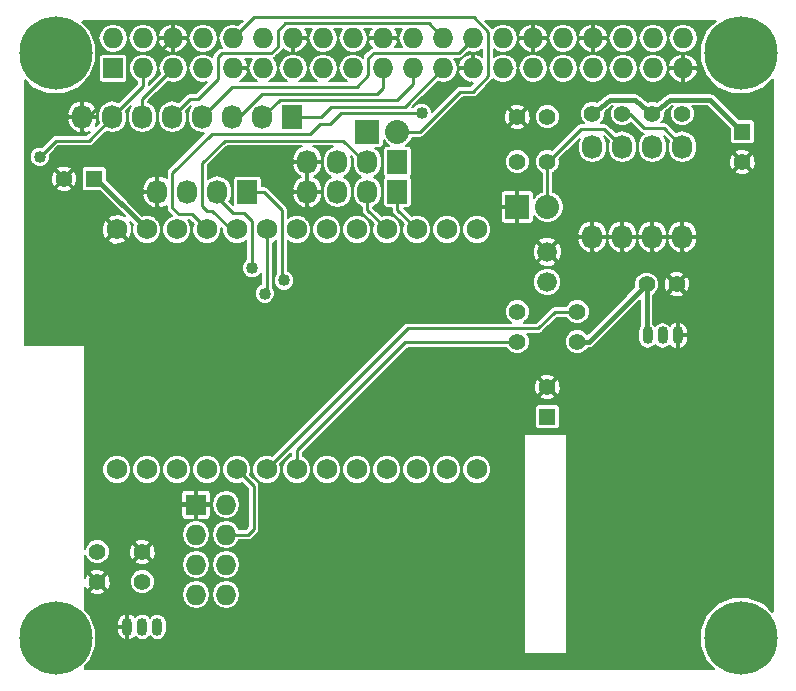
<source format=gbl>
G04 #@! TF.FileFunction,Copper,L2,Bot,Signal*
%FSLAX46Y46*%
G04 Gerber Fmt 4.6, Leading zero omitted, Abs format (unit mm)*
G04 Created by KiCad (PCBNEW (2014-11-22 BZR 5299)-product) date Sun 01 Mar 2015 05:03:53 PM EST*
%MOMM*%
G01*
G04 APERTURE LIST*
%ADD10C,0.150000*%
%ADD11C,1.727200*%
%ADD12O,1.727200X2.032000*%
%ADD13C,6.200000*%
%ADD14C,1.397000*%
%ADD15R,1.397000X1.397000*%
%ADD16C,1.676400*%
%ADD17R,1.727200X1.727200*%
%ADD18O,1.727200X1.727200*%
%ADD19R,1.727200X2.032000*%
%ADD20R,2.032000X2.032000*%
%ADD21O,2.032000X2.032000*%
%ADD22O,0.899160X1.501140*%
%ADD23C,1.016000*%
%ADD24C,0.381000*%
%ADD25C,0.254000*%
%ADD26C,0.203200*%
G04 APERTURE END LIST*
D10*
D11*
X67691000Y-102235000D03*
X70231000Y-102235000D03*
X72771000Y-102235000D03*
X75311000Y-102235000D03*
X77851000Y-102235000D03*
X80391000Y-102235000D03*
X82931000Y-102235000D03*
X85471000Y-102235000D03*
X88011000Y-102235000D03*
X90551000Y-102235000D03*
X93091000Y-102235000D03*
X95631000Y-102235000D03*
X98171000Y-102235000D03*
X98171000Y-81915000D03*
X95631000Y-81915000D03*
X93091000Y-81915000D03*
X90551000Y-81915000D03*
X88011000Y-81915000D03*
X85471000Y-81915000D03*
X82931000Y-81915000D03*
X80391000Y-81915000D03*
X77851000Y-81915000D03*
X75311000Y-81915000D03*
X72771000Y-81915000D03*
X70231000Y-81915000D03*
X67691000Y-81915000D03*
D12*
X107950000Y-82550000D03*
X110490000Y-82550000D03*
X113030000Y-82550000D03*
X115570000Y-82550000D03*
X115570000Y-74930000D03*
X113030000Y-74930000D03*
X110490000Y-74930000D03*
X107950000Y-74930000D03*
D13*
X62500000Y-67000000D03*
X62500000Y-116500000D03*
X120500000Y-116500000D03*
X120500000Y-67000000D03*
D14*
X104140000Y-72390000D03*
X101600000Y-72390000D03*
X69850000Y-111760000D03*
X69850000Y-109220000D03*
D15*
X120650000Y-73660000D03*
D14*
X120650000Y-76200000D03*
D15*
X65760600Y-77622400D03*
D14*
X63220600Y-77622400D03*
X66040000Y-109220000D03*
X66040000Y-111760000D03*
D15*
X104140000Y-97790000D03*
D14*
X104140000Y-95250000D03*
X112547400Y-86563200D03*
X115087400Y-86563200D03*
D16*
X104140000Y-86360000D03*
X104140000Y-83820000D03*
D17*
X67370000Y-68270000D03*
D18*
X67370000Y-65730000D03*
X69910000Y-68270000D03*
X69910000Y-65730000D03*
X72450000Y-68270000D03*
X72450000Y-65730000D03*
X74990000Y-68270000D03*
X74990000Y-65730000D03*
X77530000Y-68270000D03*
X77530000Y-65730000D03*
X80070000Y-68270000D03*
X80070000Y-65730000D03*
X82610000Y-68270000D03*
X82610000Y-65730000D03*
X85150000Y-68270000D03*
X85150000Y-65730000D03*
X87690000Y-68270000D03*
X87690000Y-65730000D03*
X90230000Y-68270000D03*
X90230000Y-65730000D03*
X92770000Y-68270000D03*
X92770000Y-65730000D03*
X95310000Y-68270000D03*
X95310000Y-65730000D03*
X97850000Y-68270000D03*
X97850000Y-65730000D03*
X100390000Y-68270000D03*
X100390000Y-65730000D03*
X102930000Y-68270000D03*
X102930000Y-65730000D03*
X105470000Y-68270000D03*
X105470000Y-65730000D03*
X108010000Y-68270000D03*
X108010000Y-65730000D03*
X110550000Y-68270000D03*
X110550000Y-65730000D03*
X113090000Y-68270000D03*
X113090000Y-65730000D03*
X115630000Y-68270000D03*
X115630000Y-65730000D03*
D19*
X78740000Y-78740000D03*
D12*
X76200000Y-78740000D03*
X73660000Y-78740000D03*
X71120000Y-78740000D03*
D19*
X91440000Y-78740000D03*
D12*
X88900000Y-78740000D03*
X86360000Y-78740000D03*
X83820000Y-78740000D03*
D20*
X88900000Y-73660000D03*
D21*
X91440000Y-73660000D03*
D19*
X91440000Y-76200000D03*
D12*
X88900000Y-76200000D03*
X86360000Y-76200000D03*
X83820000Y-76200000D03*
D19*
X82550000Y-72390000D03*
D12*
X80010000Y-72390000D03*
X77470000Y-72390000D03*
X74930000Y-72390000D03*
X72390000Y-72390000D03*
X69850000Y-72390000D03*
X67310000Y-72390000D03*
X64770000Y-72390000D03*
D20*
X101600000Y-80010000D03*
D21*
X104140000Y-80010000D03*
D14*
X113030000Y-72136000D03*
X115570000Y-72136000D03*
X107950000Y-72136000D03*
X110490000Y-72136000D03*
X101600000Y-76200000D03*
X104140000Y-76200000D03*
X106680000Y-91440000D03*
X106680000Y-88900000D03*
X101600000Y-91440000D03*
X101600000Y-88900000D03*
D22*
X113893600Y-90881200D03*
X112623600Y-90881200D03*
X115163600Y-90881200D03*
X69850000Y-115570000D03*
X68580000Y-115570000D03*
X71120000Y-115570000D03*
D17*
X74396600Y-105206800D03*
D18*
X76936600Y-105206800D03*
X74396600Y-107746800D03*
X76936600Y-107746800D03*
X74396600Y-110286800D03*
X76936600Y-110286800D03*
X74396600Y-112826800D03*
X76936600Y-112826800D03*
D23*
X116713000Y-80645000D03*
X116713000Y-79375000D03*
X116713000Y-78105000D03*
X80213200Y-87350600D03*
X61163200Y-75768200D03*
X81838800Y-86233000D03*
X79146400Y-85191600D03*
X93497400Y-72059800D03*
D24*
X107950000Y-72136000D02*
X109410500Y-70929500D01*
X111569500Y-70929500D02*
X113030000Y-72136000D01*
X109410500Y-70929500D02*
X111569500Y-70929500D01*
X113030000Y-72136000D02*
X114490500Y-70929500D01*
X117919500Y-70929500D02*
X120650000Y-73660000D01*
X114490500Y-70929500D02*
X117919500Y-70929500D01*
D25*
X64770000Y-72390000D02*
X65278000Y-72390000D01*
X65278000Y-72390000D02*
X67818000Y-69850000D01*
X67818000Y-69850000D02*
X68389500Y-69850000D01*
X68389500Y-69850000D02*
X68643500Y-69596000D01*
X68643500Y-69596000D02*
X68643500Y-67500500D01*
X68643500Y-67500500D02*
X69151500Y-66992500D01*
X69151500Y-66992500D02*
X71187500Y-66992500D01*
X71187500Y-66992500D02*
X72450000Y-65730000D01*
D24*
X65938400Y-77622400D02*
X70231000Y-81915000D01*
X65760600Y-77622400D02*
X65938400Y-77622400D01*
D25*
X66040000Y-109220000D02*
X66344800Y-109220000D01*
X80391000Y-87172800D02*
X80213200Y-87350600D01*
X80391000Y-81915000D02*
X80391000Y-87172800D01*
D24*
X107670600Y-91440000D02*
X112547400Y-86563200D01*
X106680000Y-91440000D02*
X107670600Y-91440000D01*
X112547400Y-90805000D02*
X112623600Y-90881200D01*
X112547400Y-86563200D02*
X112547400Y-90805000D01*
D25*
X69910000Y-68270000D02*
X69910000Y-69790000D01*
X69910000Y-69790000D02*
X67310000Y-72390000D01*
X61163200Y-75768200D02*
X62534800Y-74396600D01*
X62534800Y-74396600D02*
X65303400Y-74396600D01*
X65303400Y-74396600D02*
X67310000Y-72390000D01*
X69850000Y-72390000D02*
X69850000Y-70870000D01*
X69850000Y-70870000D02*
X72450000Y-68270000D01*
X91440000Y-73660000D02*
X93370400Y-73660000D01*
X79302800Y-63957200D02*
X77530000Y-65730000D01*
X97891600Y-63957200D02*
X79302800Y-63957200D01*
X99110800Y-65176400D02*
X97891600Y-63957200D01*
X99110800Y-68961000D02*
X99110800Y-65176400D01*
X97815400Y-70256400D02*
X99110800Y-68961000D01*
X96774000Y-70256400D02*
X97815400Y-70256400D01*
X93370400Y-73660000D02*
X96774000Y-70256400D01*
X110490000Y-72136000D02*
X111125000Y-72136000D01*
X111125000Y-72136000D02*
X112331500Y-73342500D01*
X113982500Y-73342500D02*
X115570000Y-74930000D01*
X112331500Y-73342500D02*
X113982500Y-73342500D01*
X100390000Y-68270000D02*
X101163000Y-68270000D01*
X100390000Y-65730000D02*
X100390000Y-65726000D01*
X81838800Y-86233000D02*
X81661000Y-86055200D01*
X81661000Y-86055200D02*
X81661000Y-80289400D01*
X81661000Y-80289400D02*
X80111600Y-78740000D01*
X80111600Y-78740000D02*
X78740000Y-78740000D01*
X79146400Y-81178400D02*
X79146400Y-85191600D01*
X78460600Y-80492600D02*
X79146400Y-81178400D01*
X77495400Y-80492600D02*
X78460600Y-80492600D01*
X76200000Y-79197200D02*
X77495400Y-80492600D01*
X76200000Y-78740000D02*
X76200000Y-79197200D01*
X91440000Y-80264000D02*
X93091000Y-81915000D01*
X91440000Y-78740000D02*
X91440000Y-80264000D01*
X88900000Y-80264000D02*
X90551000Y-81915000D01*
X88900000Y-78740000D02*
X88900000Y-80264000D01*
X74015600Y-80619600D02*
X72923400Y-80619600D01*
X72923400Y-80619600D02*
X72390000Y-80086200D01*
X72390000Y-80086200D02*
X72390000Y-77139800D01*
X72390000Y-77139800D02*
X75717400Y-73812400D01*
X75717400Y-73812400D02*
X84023200Y-73812400D01*
X84023200Y-73812400D02*
X84886800Y-72948800D01*
X84886800Y-72948800D02*
X85750400Y-72948800D01*
X85750400Y-72948800D02*
X86639400Y-72059800D01*
X86639400Y-72059800D02*
X93497400Y-72059800D01*
X75311000Y-81915000D02*
X74015600Y-80619600D01*
X88671400Y-76200000D02*
X88900000Y-76200000D01*
X86868000Y-74396600D02*
X88671400Y-76200000D01*
X76809600Y-74396600D02*
X86868000Y-74396600D01*
X74930000Y-76276200D02*
X76809600Y-74396600D01*
X74930000Y-79908400D02*
X74930000Y-76276200D01*
X75336400Y-80314800D02*
X74930000Y-79908400D01*
X75768200Y-80314800D02*
X75336400Y-80314800D01*
X77368400Y-81915000D02*
X75768200Y-80314800D01*
X77851000Y-81915000D02*
X77368400Y-81915000D01*
X104140000Y-76200000D02*
X104203500Y-76200000D01*
X104203500Y-76200000D02*
X106997500Y-73406000D01*
X108966000Y-73406000D02*
X110490000Y-74930000D01*
X106997500Y-73406000D02*
X108966000Y-73406000D01*
X104140000Y-76200000D02*
X104140000Y-80010000D01*
X78790800Y-107746800D02*
X79273400Y-107264200D01*
X79273400Y-107264200D02*
X79273400Y-103657400D01*
X79273400Y-103657400D02*
X77851000Y-102235000D01*
X76936600Y-107746800D02*
X78790800Y-107746800D01*
X104749600Y-88900000D02*
X103352600Y-90297000D01*
X103352600Y-90297000D02*
X92329000Y-90297000D01*
X92329000Y-90297000D02*
X80391000Y-102235000D01*
X106680000Y-88900000D02*
X104749600Y-88900000D01*
X82931000Y-100609400D02*
X92100400Y-91440000D01*
X92100400Y-91440000D02*
X101600000Y-91440000D01*
X82931000Y-102235000D02*
X82931000Y-100609400D01*
X77470000Y-72390000D02*
X78041500Y-72390000D01*
X78041500Y-72390000D02*
X80010002Y-70421498D01*
X80010002Y-70421498D02*
X89725500Y-70421498D01*
X89725500Y-70421498D02*
X90230000Y-69916998D01*
X90230000Y-69916998D02*
X90230000Y-68270000D01*
X92770000Y-68270000D02*
X92770000Y-69599500D01*
X81470500Y-70929500D02*
X80010000Y-72390000D01*
X91440000Y-70929500D02*
X81470500Y-70929500D01*
X92770000Y-69599500D02*
X91440000Y-70929500D01*
X82550000Y-72390000D02*
X84937600Y-72390000D01*
X92053600Y-71526400D02*
X95310000Y-68270000D01*
X85801200Y-71526400D02*
X92053600Y-71526400D01*
X84937600Y-72390000D02*
X85801200Y-71526400D01*
X95310000Y-68270000D02*
X95321000Y-68270000D01*
X82740500Y-72199500D02*
X82550000Y-72390000D01*
X95310000Y-65730000D02*
X95310000Y-65693602D01*
X95310000Y-65693602D02*
X94081600Y-64465202D01*
X94081600Y-64465202D02*
X81940398Y-64465202D01*
X81940398Y-64465202D02*
X81330800Y-65074800D01*
X81330800Y-65074800D02*
X81330800Y-66446400D01*
X81330800Y-66446400D02*
X80772000Y-67005200D01*
X80772000Y-67005200D02*
X76555600Y-67005200D01*
X76555600Y-67005200D02*
X76250800Y-67310000D01*
X76250800Y-67310000D02*
X76250800Y-69189600D01*
X76250800Y-69189600D02*
X74574400Y-70866000D01*
X74574400Y-70866000D02*
X73914000Y-70866000D01*
X73914000Y-70866000D02*
X72390000Y-72390000D01*
X97850000Y-65730000D02*
X97850000Y-65751400D01*
X97850000Y-65751400D02*
X96621600Y-66979800D01*
X96621600Y-66979800D02*
X89433400Y-66979800D01*
X89433400Y-66979800D02*
X88976200Y-67437000D01*
X88976200Y-67437000D02*
X88976200Y-68872096D01*
X88976200Y-68872096D02*
X87998296Y-69850000D01*
X87998296Y-69850000D02*
X77470000Y-69850000D01*
X77470000Y-69850000D02*
X74930000Y-72390000D01*
D26*
G36*
X79536153Y-69367400D02*
X78126550Y-69367400D01*
X78267749Y-69303753D01*
X78607191Y-68942739D01*
X78767381Y-68555990D01*
X78695013Y-68358900D01*
X77618900Y-68358900D01*
X77618900Y-68378900D01*
X77441100Y-68378900D01*
X77441100Y-68358900D01*
X77421100Y-68358900D01*
X77421100Y-68181100D01*
X77441100Y-68181100D01*
X77441100Y-68161100D01*
X77618900Y-68161100D01*
X77618900Y-68181100D01*
X78695013Y-68181100D01*
X78767381Y-67984010D01*
X78607191Y-67597261D01*
X78504270Y-67487800D01*
X79130618Y-67487800D01*
X78919720Y-67803432D01*
X78826914Y-68270000D01*
X78919720Y-68736568D01*
X79184009Y-69132105D01*
X79536153Y-69367400D01*
X79536153Y-69367400D01*
G37*
X79536153Y-69367400D02*
X78126550Y-69367400D01*
X78267749Y-69303753D01*
X78607191Y-68942739D01*
X78767381Y-68555990D01*
X78695013Y-68358900D01*
X77618900Y-68358900D01*
X77618900Y-68378900D01*
X77441100Y-68378900D01*
X77441100Y-68358900D01*
X77421100Y-68358900D01*
X77421100Y-68181100D01*
X77441100Y-68181100D01*
X77441100Y-68161100D01*
X77618900Y-68161100D01*
X77618900Y-68181100D01*
X78695013Y-68181100D01*
X78767381Y-67984010D01*
X78607191Y-67597261D01*
X78504270Y-67487800D01*
X79130618Y-67487800D01*
X78919720Y-67803432D01*
X78826914Y-68270000D01*
X78919720Y-68736568D01*
X79184009Y-69132105D01*
X79536153Y-69367400D01*
G36*
X91830616Y-64947802D02*
X91619720Y-65263432D01*
X91526914Y-65730000D01*
X91619720Y-66196568D01*
X91820595Y-66497200D01*
X91218374Y-66497200D01*
X91307191Y-66402739D01*
X91467381Y-66015990D01*
X91395013Y-65818900D01*
X90318900Y-65818900D01*
X90318900Y-65838900D01*
X90141100Y-65838900D01*
X90141100Y-65818900D01*
X89064987Y-65818900D01*
X88992619Y-66015990D01*
X89152809Y-66402739D01*
X89271841Y-66529336D01*
X89248717Y-66533936D01*
X89092150Y-66638550D01*
X89092147Y-66638553D01*
X88634950Y-67095750D01*
X88530336Y-67252317D01*
X88508376Y-67362716D01*
X88180454Y-67143606D01*
X87713886Y-67050800D01*
X87666114Y-67050800D01*
X87199546Y-67143606D01*
X86804009Y-67407895D01*
X86539720Y-67803432D01*
X86446914Y-68270000D01*
X86539720Y-68736568D01*
X86804009Y-69132105D01*
X87156153Y-69367400D01*
X85683846Y-69367400D01*
X86035991Y-69132105D01*
X86300280Y-68736568D01*
X86393086Y-68270000D01*
X86300280Y-67803432D01*
X86035991Y-67407895D01*
X85640454Y-67143606D01*
X85173886Y-67050800D01*
X85126114Y-67050800D01*
X84659546Y-67143606D01*
X84264009Y-67407895D01*
X83999720Y-67803432D01*
X83906914Y-68270000D01*
X83999720Y-68736568D01*
X84264009Y-69132105D01*
X84616153Y-69367400D01*
X83143846Y-69367400D01*
X83495991Y-69132105D01*
X83760280Y-68736568D01*
X83853086Y-68270000D01*
X83847381Y-68241318D01*
X83847381Y-66015990D01*
X83775013Y-65818900D01*
X82698900Y-65818900D01*
X82698900Y-66895293D01*
X82895991Y-66967388D01*
X83347749Y-66763753D01*
X83687191Y-66402739D01*
X83847381Y-66015990D01*
X83847381Y-68241318D01*
X83760280Y-67803432D01*
X83495991Y-67407895D01*
X83100454Y-67143606D01*
X82633886Y-67050800D01*
X82586114Y-67050800D01*
X82119546Y-67143606D01*
X81724009Y-67407895D01*
X81459720Y-67803432D01*
X81366914Y-68270000D01*
X81459720Y-68736568D01*
X81724009Y-69132105D01*
X82076153Y-69367400D01*
X80603846Y-69367400D01*
X80955991Y-69132105D01*
X81220280Y-68736568D01*
X81313086Y-68270000D01*
X81220280Y-67803432D01*
X80976146Y-67438059D01*
X81113250Y-67346450D01*
X81672046Y-66787652D01*
X81672050Y-66787650D01*
X81672050Y-66787649D01*
X81764552Y-66649209D01*
X81872251Y-66763753D01*
X82324009Y-66967388D01*
X82521100Y-66895293D01*
X82521100Y-65818900D01*
X82501100Y-65818900D01*
X82501100Y-65641100D01*
X82521100Y-65641100D01*
X82521100Y-65621100D01*
X82698900Y-65621100D01*
X82698900Y-65641100D01*
X83775013Y-65641100D01*
X83847381Y-65444010D01*
X83687191Y-65057261D01*
X83584272Y-64947802D01*
X84210616Y-64947802D01*
X83999720Y-65263432D01*
X83906914Y-65730000D01*
X83999720Y-66196568D01*
X84264009Y-66592105D01*
X84659546Y-66856394D01*
X85126114Y-66949200D01*
X85173886Y-66949200D01*
X85640454Y-66856394D01*
X86035991Y-66592105D01*
X86300280Y-66196568D01*
X86393086Y-65730000D01*
X86300280Y-65263432D01*
X86089383Y-64947802D01*
X86750616Y-64947802D01*
X86539720Y-65263432D01*
X86446914Y-65730000D01*
X86539720Y-66196568D01*
X86804009Y-66592105D01*
X87199546Y-66856394D01*
X87666114Y-66949200D01*
X87713886Y-66949200D01*
X88180454Y-66856394D01*
X88575991Y-66592105D01*
X88840280Y-66196568D01*
X88933086Y-65730000D01*
X88840280Y-65263432D01*
X88629383Y-64947802D01*
X89255727Y-64947802D01*
X89152809Y-65057261D01*
X88992619Y-65444010D01*
X89064987Y-65641100D01*
X90141100Y-65641100D01*
X90141100Y-65621100D01*
X90318900Y-65621100D01*
X90318900Y-65641100D01*
X91395013Y-65641100D01*
X91467381Y-65444010D01*
X91307191Y-65057261D01*
X91204272Y-64947802D01*
X91830616Y-64947802D01*
X91830616Y-64947802D01*
G37*
X91830616Y-64947802D02*
X91619720Y-65263432D01*
X91526914Y-65730000D01*
X91619720Y-66196568D01*
X91820595Y-66497200D01*
X91218374Y-66497200D01*
X91307191Y-66402739D01*
X91467381Y-66015990D01*
X91395013Y-65818900D01*
X90318900Y-65818900D01*
X90318900Y-65838900D01*
X90141100Y-65838900D01*
X90141100Y-65818900D01*
X89064987Y-65818900D01*
X88992619Y-66015990D01*
X89152809Y-66402739D01*
X89271841Y-66529336D01*
X89248717Y-66533936D01*
X89092150Y-66638550D01*
X89092147Y-66638553D01*
X88634950Y-67095750D01*
X88530336Y-67252317D01*
X88508376Y-67362716D01*
X88180454Y-67143606D01*
X87713886Y-67050800D01*
X87666114Y-67050800D01*
X87199546Y-67143606D01*
X86804009Y-67407895D01*
X86539720Y-67803432D01*
X86446914Y-68270000D01*
X86539720Y-68736568D01*
X86804009Y-69132105D01*
X87156153Y-69367400D01*
X85683846Y-69367400D01*
X86035991Y-69132105D01*
X86300280Y-68736568D01*
X86393086Y-68270000D01*
X86300280Y-67803432D01*
X86035991Y-67407895D01*
X85640454Y-67143606D01*
X85173886Y-67050800D01*
X85126114Y-67050800D01*
X84659546Y-67143606D01*
X84264009Y-67407895D01*
X83999720Y-67803432D01*
X83906914Y-68270000D01*
X83999720Y-68736568D01*
X84264009Y-69132105D01*
X84616153Y-69367400D01*
X83143846Y-69367400D01*
X83495991Y-69132105D01*
X83760280Y-68736568D01*
X83853086Y-68270000D01*
X83847381Y-68241318D01*
X83847381Y-66015990D01*
X83775013Y-65818900D01*
X82698900Y-65818900D01*
X82698900Y-66895293D01*
X82895991Y-66967388D01*
X83347749Y-66763753D01*
X83687191Y-66402739D01*
X83847381Y-66015990D01*
X83847381Y-68241318D01*
X83760280Y-67803432D01*
X83495991Y-67407895D01*
X83100454Y-67143606D01*
X82633886Y-67050800D01*
X82586114Y-67050800D01*
X82119546Y-67143606D01*
X81724009Y-67407895D01*
X81459720Y-67803432D01*
X81366914Y-68270000D01*
X81459720Y-68736568D01*
X81724009Y-69132105D01*
X82076153Y-69367400D01*
X80603846Y-69367400D01*
X80955991Y-69132105D01*
X81220280Y-68736568D01*
X81313086Y-68270000D01*
X81220280Y-67803432D01*
X80976146Y-67438059D01*
X81113250Y-67346450D01*
X81672046Y-66787652D01*
X81672050Y-66787650D01*
X81672050Y-66787649D01*
X81764552Y-66649209D01*
X81872251Y-66763753D01*
X82324009Y-66967388D01*
X82521100Y-66895293D01*
X82521100Y-65818900D01*
X82501100Y-65818900D01*
X82501100Y-65641100D01*
X82521100Y-65641100D01*
X82521100Y-65621100D01*
X82698900Y-65621100D01*
X82698900Y-65641100D01*
X83775013Y-65641100D01*
X83847381Y-65444010D01*
X83687191Y-65057261D01*
X83584272Y-64947802D01*
X84210616Y-64947802D01*
X83999720Y-65263432D01*
X83906914Y-65730000D01*
X83999720Y-66196568D01*
X84264009Y-66592105D01*
X84659546Y-66856394D01*
X85126114Y-66949200D01*
X85173886Y-66949200D01*
X85640454Y-66856394D01*
X86035991Y-66592105D01*
X86300280Y-66196568D01*
X86393086Y-65730000D01*
X86300280Y-65263432D01*
X86089383Y-64947802D01*
X86750616Y-64947802D01*
X86539720Y-65263432D01*
X86446914Y-65730000D01*
X86539720Y-66196568D01*
X86804009Y-66592105D01*
X87199546Y-66856394D01*
X87666114Y-66949200D01*
X87713886Y-66949200D01*
X88180454Y-66856394D01*
X88575991Y-66592105D01*
X88840280Y-66196568D01*
X88933086Y-65730000D01*
X88840280Y-65263432D01*
X88629383Y-64947802D01*
X89255727Y-64947802D01*
X89152809Y-65057261D01*
X88992619Y-65444010D01*
X89064987Y-65641100D01*
X90141100Y-65641100D01*
X90141100Y-65621100D01*
X90318900Y-65621100D01*
X90318900Y-65641100D01*
X91395013Y-65641100D01*
X91467381Y-65444010D01*
X91307191Y-65057261D01*
X91204272Y-64947802D01*
X91830616Y-64947802D01*
G36*
X98628200Y-67279268D02*
X98587749Y-67236247D01*
X98135991Y-67032612D01*
X97938900Y-67104707D01*
X97938900Y-68181100D01*
X97958900Y-68181100D01*
X97958900Y-68358900D01*
X97938900Y-68358900D01*
X97938900Y-68378900D01*
X97761100Y-68378900D01*
X97761100Y-68358900D01*
X97761100Y-68181100D01*
X97761100Y-67104707D01*
X97564009Y-67032612D01*
X97112251Y-67236247D01*
X96772809Y-67597261D01*
X96612619Y-67984010D01*
X96684987Y-68181100D01*
X97761100Y-68181100D01*
X97761100Y-68358900D01*
X96684987Y-68358900D01*
X96612619Y-68555990D01*
X96772809Y-68942739D01*
X97112251Y-69303753D01*
X97564009Y-69507388D01*
X97761098Y-69435293D01*
X97761098Y-69540000D01*
X97761100Y-69540000D01*
X97849299Y-69540000D01*
X97761100Y-69628199D01*
X97615500Y-69773800D01*
X96774000Y-69773800D01*
X96589317Y-69810536D01*
X96432750Y-69915150D01*
X94361064Y-71986835D01*
X94361150Y-71888773D01*
X94229951Y-71571249D01*
X93987229Y-71328102D01*
X93669934Y-71196350D01*
X93326373Y-71196050D01*
X93008849Y-71327249D01*
X92765702Y-71569971D01*
X92762700Y-71577200D01*
X92685300Y-71577200D01*
X94858381Y-69404118D01*
X95286114Y-69489200D01*
X95333886Y-69489200D01*
X95800454Y-69396394D01*
X96195991Y-69132105D01*
X96460280Y-68736568D01*
X96553086Y-68270000D01*
X96460280Y-67803432D01*
X96232410Y-67462400D01*
X96621600Y-67462400D01*
X96806283Y-67425664D01*
X96962850Y-67321050D01*
X97416230Y-66867669D01*
X97826114Y-66949200D01*
X97873886Y-66949200D01*
X98340454Y-66856394D01*
X98628200Y-66664128D01*
X98628200Y-67279268D01*
X98628200Y-67279268D01*
G37*
X98628200Y-67279268D02*
X98587749Y-67236247D01*
X98135991Y-67032612D01*
X97938900Y-67104707D01*
X97938900Y-68181100D01*
X97958900Y-68181100D01*
X97958900Y-68358900D01*
X97938900Y-68358900D01*
X97938900Y-68378900D01*
X97761100Y-68378900D01*
X97761100Y-68358900D01*
X97761100Y-68181100D01*
X97761100Y-67104707D01*
X97564009Y-67032612D01*
X97112251Y-67236247D01*
X96772809Y-67597261D01*
X96612619Y-67984010D01*
X96684987Y-68181100D01*
X97761100Y-68181100D01*
X97761100Y-68358900D01*
X96684987Y-68358900D01*
X96612619Y-68555990D01*
X96772809Y-68942739D01*
X97112251Y-69303753D01*
X97564009Y-69507388D01*
X97761098Y-69435293D01*
X97761098Y-69540000D01*
X97761100Y-69540000D01*
X97849299Y-69540000D01*
X97761100Y-69628199D01*
X97615500Y-69773800D01*
X96774000Y-69773800D01*
X96589317Y-69810536D01*
X96432750Y-69915150D01*
X94361064Y-71986835D01*
X94361150Y-71888773D01*
X94229951Y-71571249D01*
X93987229Y-71328102D01*
X93669934Y-71196350D01*
X93326373Y-71196050D01*
X93008849Y-71327249D01*
X92765702Y-71569971D01*
X92762700Y-71577200D01*
X92685300Y-71577200D01*
X94858381Y-69404118D01*
X95286114Y-69489200D01*
X95333886Y-69489200D01*
X95800454Y-69396394D01*
X96195991Y-69132105D01*
X96460280Y-68736568D01*
X96553086Y-68270000D01*
X96460280Y-67803432D01*
X96232410Y-67462400D01*
X96621600Y-67462400D01*
X96806283Y-67425664D01*
X96962850Y-67321050D01*
X97416230Y-66867669D01*
X97826114Y-66949200D01*
X97873886Y-66949200D01*
X98340454Y-66856394D01*
X98628200Y-66664128D01*
X98628200Y-67279268D01*
G36*
X123215400Y-114261095D02*
X123183348Y-114296809D01*
X122459996Y-113572193D01*
X121762757Y-113282674D01*
X121762757Y-76375723D01*
X121745300Y-75936514D01*
X121704100Y-75837047D01*
X121704100Y-74429233D01*
X121704100Y-74287767D01*
X121704100Y-72890767D01*
X121649963Y-72760069D01*
X121549931Y-72660037D01*
X121419233Y-72605900D01*
X121277767Y-72605900D01*
X120368202Y-72605900D01*
X118305651Y-70543349D01*
X118128484Y-70424969D01*
X117919500Y-70383400D01*
X116873086Y-70383400D01*
X116873086Y-65730000D01*
X116780280Y-65263432D01*
X116515991Y-64867895D01*
X116120454Y-64603606D01*
X115653886Y-64510800D01*
X115606114Y-64510800D01*
X115139546Y-64603606D01*
X114744009Y-64867895D01*
X114479720Y-65263432D01*
X114386914Y-65730000D01*
X114479720Y-66196568D01*
X114744009Y-66592105D01*
X115139546Y-66856394D01*
X115606114Y-66949200D01*
X115653886Y-66949200D01*
X116120454Y-66856394D01*
X116515991Y-66592105D01*
X116780280Y-66196568D01*
X116873086Y-65730000D01*
X116873086Y-70383400D01*
X116867381Y-70383400D01*
X116867381Y-68555990D01*
X116867381Y-67984010D01*
X116707191Y-67597261D01*
X116367749Y-67236247D01*
X115915991Y-67032612D01*
X115718900Y-67104707D01*
X115718900Y-68181100D01*
X116795013Y-68181100D01*
X116867381Y-67984010D01*
X116867381Y-68555990D01*
X116795013Y-68358900D01*
X115718900Y-68358900D01*
X115718900Y-69435293D01*
X115915991Y-69507388D01*
X116367749Y-69303753D01*
X116707191Y-68942739D01*
X116867381Y-68555990D01*
X116867381Y-70383400D01*
X115541100Y-70383400D01*
X115541100Y-69435293D01*
X115541100Y-68358900D01*
X115541100Y-68181100D01*
X115541100Y-67104707D01*
X115344009Y-67032612D01*
X114892251Y-67236247D01*
X114552809Y-67597261D01*
X114392619Y-67984010D01*
X114464987Y-68181100D01*
X115541100Y-68181100D01*
X115541100Y-68358900D01*
X114464987Y-68358900D01*
X114392619Y-68555990D01*
X114552809Y-68942739D01*
X114892251Y-69303753D01*
X115344009Y-69507388D01*
X115541100Y-69435293D01*
X115541100Y-70383400D01*
X114490500Y-70383400D01*
X114410963Y-70399220D01*
X114333086Y-70407144D01*
X114333086Y-68270000D01*
X114333086Y-65730000D01*
X114240280Y-65263432D01*
X113975991Y-64867895D01*
X113580454Y-64603606D01*
X113113886Y-64510800D01*
X113066114Y-64510800D01*
X112599546Y-64603606D01*
X112204009Y-64867895D01*
X111939720Y-65263432D01*
X111846914Y-65730000D01*
X111939720Y-66196568D01*
X112204009Y-66592105D01*
X112599546Y-66856394D01*
X113066114Y-66949200D01*
X113113886Y-66949200D01*
X113580454Y-66856394D01*
X113975991Y-66592105D01*
X114240280Y-66196568D01*
X114333086Y-65730000D01*
X114333086Y-68270000D01*
X114240280Y-67803432D01*
X113975991Y-67407895D01*
X113580454Y-67143606D01*
X113113886Y-67050800D01*
X113066114Y-67050800D01*
X112599546Y-67143606D01*
X112204009Y-67407895D01*
X111939720Y-67803432D01*
X111846914Y-68270000D01*
X111939720Y-68736568D01*
X112204009Y-69132105D01*
X112599546Y-69396394D01*
X113066114Y-69489200D01*
X113113886Y-69489200D01*
X113580454Y-69396394D01*
X113975991Y-69132105D01*
X114240280Y-68736568D01*
X114333086Y-68270000D01*
X114333086Y-70407144D01*
X114330291Y-70407429D01*
X114307220Y-70419856D01*
X114281517Y-70424969D01*
X114214090Y-70470021D01*
X114142699Y-70508478D01*
X113378842Y-71139489D01*
X113240593Y-71082083D01*
X112821246Y-71081717D01*
X112681246Y-71139563D01*
X111917301Y-70508478D01*
X111845909Y-70470021D01*
X111793086Y-70434726D01*
X111793086Y-68270000D01*
X111793086Y-65730000D01*
X111700280Y-65263432D01*
X111435991Y-64867895D01*
X111040454Y-64603606D01*
X110573886Y-64510800D01*
X110526114Y-64510800D01*
X110059546Y-64603606D01*
X109664009Y-64867895D01*
X109399720Y-65263432D01*
X109306914Y-65730000D01*
X109399720Y-66196568D01*
X109664009Y-66592105D01*
X110059546Y-66856394D01*
X110526114Y-66949200D01*
X110573886Y-66949200D01*
X111040454Y-66856394D01*
X111435991Y-66592105D01*
X111700280Y-66196568D01*
X111793086Y-65730000D01*
X111793086Y-68270000D01*
X111700280Y-67803432D01*
X111435991Y-67407895D01*
X111040454Y-67143606D01*
X110573886Y-67050800D01*
X110526114Y-67050800D01*
X110059546Y-67143606D01*
X109664009Y-67407895D01*
X109399720Y-67803432D01*
X109306914Y-68270000D01*
X109399720Y-68736568D01*
X109664009Y-69132105D01*
X110059546Y-69396394D01*
X110526114Y-69489200D01*
X110573886Y-69489200D01*
X111040454Y-69396394D01*
X111435991Y-69132105D01*
X111700280Y-68736568D01*
X111793086Y-68270000D01*
X111793086Y-70434726D01*
X111778483Y-70424969D01*
X111752779Y-70419856D01*
X111729709Y-70407429D01*
X111649036Y-70399220D01*
X111569500Y-70383400D01*
X109410500Y-70383400D01*
X109330963Y-70399220D01*
X109253086Y-70407144D01*
X109253086Y-68270000D01*
X109247381Y-68241318D01*
X109247381Y-66015990D01*
X109247381Y-65444010D01*
X109087191Y-65057261D01*
X108747749Y-64696247D01*
X108295991Y-64492612D01*
X108098900Y-64564707D01*
X108098900Y-65641100D01*
X109175013Y-65641100D01*
X109247381Y-65444010D01*
X109247381Y-66015990D01*
X109175013Y-65818900D01*
X108098900Y-65818900D01*
X108098900Y-66895293D01*
X108295991Y-66967388D01*
X108747749Y-66763753D01*
X109087191Y-66402739D01*
X109247381Y-66015990D01*
X109247381Y-68241318D01*
X109160280Y-67803432D01*
X108895991Y-67407895D01*
X108500454Y-67143606D01*
X108033886Y-67050800D01*
X107986114Y-67050800D01*
X107921100Y-67063732D01*
X107921100Y-66895293D01*
X107921100Y-65818900D01*
X107921100Y-65641100D01*
X107921100Y-64564707D01*
X107724009Y-64492612D01*
X107272251Y-64696247D01*
X106932809Y-65057261D01*
X106772619Y-65444010D01*
X106844987Y-65641100D01*
X107921100Y-65641100D01*
X107921100Y-65818900D01*
X106844987Y-65818900D01*
X106772619Y-66015990D01*
X106932809Y-66402739D01*
X107272251Y-66763753D01*
X107724009Y-66967388D01*
X107921100Y-66895293D01*
X107921100Y-67063732D01*
X107519546Y-67143606D01*
X107124009Y-67407895D01*
X106859720Y-67803432D01*
X106766914Y-68270000D01*
X106859720Y-68736568D01*
X107124009Y-69132105D01*
X107519546Y-69396394D01*
X107986114Y-69489200D01*
X108033886Y-69489200D01*
X108500454Y-69396394D01*
X108895991Y-69132105D01*
X109160280Y-68736568D01*
X109253086Y-68270000D01*
X109253086Y-70407144D01*
X109250291Y-70407429D01*
X109227220Y-70419856D01*
X109201517Y-70424969D01*
X109134090Y-70470021D01*
X109062699Y-70508478D01*
X108298842Y-71139489D01*
X108160593Y-71082083D01*
X107741246Y-71081717D01*
X107353680Y-71241856D01*
X107056899Y-71538121D01*
X106896083Y-71925407D01*
X106895717Y-72344754D01*
X107055856Y-72732320D01*
X107246603Y-72923400D01*
X106997505Y-72923400D01*
X106997500Y-72923399D01*
X106812817Y-72960136D01*
X106713086Y-73026773D01*
X106713086Y-68270000D01*
X106713086Y-65730000D01*
X106620280Y-65263432D01*
X106355991Y-64867895D01*
X105960454Y-64603606D01*
X105493886Y-64510800D01*
X105446114Y-64510800D01*
X104979546Y-64603606D01*
X104584009Y-64867895D01*
X104319720Y-65263432D01*
X104226914Y-65730000D01*
X104319720Y-66196568D01*
X104584009Y-66592105D01*
X104979546Y-66856394D01*
X105446114Y-66949200D01*
X105493886Y-66949200D01*
X105960454Y-66856394D01*
X106355991Y-66592105D01*
X106620280Y-66196568D01*
X106713086Y-65730000D01*
X106713086Y-68270000D01*
X106620280Y-67803432D01*
X106355991Y-67407895D01*
X105960454Y-67143606D01*
X105493886Y-67050800D01*
X105446114Y-67050800D01*
X104979546Y-67143606D01*
X104584009Y-67407895D01*
X104319720Y-67803432D01*
X104226914Y-68270000D01*
X104319720Y-68736568D01*
X104584009Y-69132105D01*
X104979546Y-69396394D01*
X105446114Y-69489200D01*
X105493886Y-69489200D01*
X105960454Y-69396394D01*
X106355991Y-69132105D01*
X106620280Y-68736568D01*
X106713086Y-68270000D01*
X106713086Y-73026773D01*
X106656250Y-73064750D01*
X105194283Y-74526716D01*
X105194283Y-72181246D01*
X105034144Y-71793680D01*
X104737879Y-71496899D01*
X104350593Y-71336083D01*
X104173086Y-71335928D01*
X104173086Y-68270000D01*
X104167381Y-68241318D01*
X104167381Y-66015990D01*
X104167381Y-65444010D01*
X104007191Y-65057261D01*
X103667749Y-64696247D01*
X103215991Y-64492612D01*
X103018900Y-64564707D01*
X103018900Y-65641100D01*
X104095013Y-65641100D01*
X104167381Y-65444010D01*
X104167381Y-66015990D01*
X104095013Y-65818900D01*
X103018900Y-65818900D01*
X103018900Y-66895293D01*
X103215991Y-66967388D01*
X103667749Y-66763753D01*
X104007191Y-66402739D01*
X104167381Y-66015990D01*
X104167381Y-68241318D01*
X104080280Y-67803432D01*
X103815991Y-67407895D01*
X103420454Y-67143606D01*
X102953886Y-67050800D01*
X102906114Y-67050800D01*
X102841100Y-67063732D01*
X102841100Y-66895293D01*
X102841100Y-65818900D01*
X102841100Y-65641100D01*
X102841100Y-64564707D01*
X102644009Y-64492612D01*
X102192251Y-64696247D01*
X101852809Y-65057261D01*
X101692619Y-65444010D01*
X101764987Y-65641100D01*
X102841100Y-65641100D01*
X102841100Y-65818900D01*
X101764987Y-65818900D01*
X101692619Y-66015990D01*
X101852809Y-66402739D01*
X102192251Y-66763753D01*
X102644009Y-66967388D01*
X102841100Y-66895293D01*
X102841100Y-67063732D01*
X102439546Y-67143606D01*
X102044009Y-67407895D01*
X101779720Y-67803432D01*
X101686914Y-68270000D01*
X101779720Y-68736568D01*
X102044009Y-69132105D01*
X102439546Y-69396394D01*
X102906114Y-69489200D01*
X102953886Y-69489200D01*
X103420454Y-69396394D01*
X103815991Y-69132105D01*
X104080280Y-68736568D01*
X104173086Y-68270000D01*
X104173086Y-71335928D01*
X103931246Y-71335717D01*
X103543680Y-71495856D01*
X103246899Y-71792121D01*
X103086083Y-72179407D01*
X103085717Y-72598754D01*
X103245856Y-72986320D01*
X103542121Y-73283101D01*
X103929407Y-73443917D01*
X104348754Y-73444283D01*
X104736320Y-73284144D01*
X105033101Y-72987879D01*
X105193917Y-72600593D01*
X105194283Y-72181246D01*
X105194283Y-74526716D01*
X104509099Y-75211900D01*
X104350593Y-75146083D01*
X103931246Y-75145717D01*
X103543680Y-75305856D01*
X103246899Y-75602121D01*
X103086083Y-75989407D01*
X103085717Y-76408754D01*
X103245856Y-76796320D01*
X103542121Y-77093101D01*
X103657400Y-77140969D01*
X103657400Y-78729050D01*
X103588240Y-78742807D01*
X103143261Y-79040132D01*
X103022400Y-79221013D01*
X103022400Y-79074838D01*
X103022400Y-78913162D01*
X102960529Y-78763793D01*
X102846207Y-78649471D01*
X102712757Y-78594193D01*
X102712757Y-72565723D01*
X102695300Y-72126514D01*
X102560808Y-71801819D01*
X102384877Y-71730847D01*
X102259153Y-71856571D01*
X102259153Y-71605123D01*
X102188181Y-71429192D01*
X101775723Y-71277243D01*
X101336514Y-71294700D01*
X101011819Y-71429192D01*
X100940847Y-71605123D01*
X101600000Y-72264276D01*
X102259153Y-71605123D01*
X102259153Y-71856571D01*
X101725724Y-72390000D01*
X102384877Y-73049153D01*
X102560808Y-72978181D01*
X102712757Y-72565723D01*
X102712757Y-78594193D01*
X102696838Y-78587600D01*
X102654283Y-78587600D01*
X102654283Y-75991246D01*
X102494144Y-75603680D01*
X102259153Y-75368279D01*
X102259153Y-73174877D01*
X101600000Y-72515724D01*
X101474276Y-72641448D01*
X101474276Y-72390000D01*
X100815123Y-71730847D01*
X100639192Y-71801819D01*
X100487243Y-72214277D01*
X100504700Y-72653486D01*
X100639192Y-72978181D01*
X100815123Y-73049153D01*
X101474276Y-72390000D01*
X101474276Y-72641448D01*
X100940847Y-73174877D01*
X101011819Y-73350808D01*
X101424277Y-73502757D01*
X101863486Y-73485300D01*
X102188181Y-73350808D01*
X102259153Y-73174877D01*
X102259153Y-75368279D01*
X102197879Y-75306899D01*
X101810593Y-75146083D01*
X101391246Y-75145717D01*
X101003680Y-75305856D01*
X100706899Y-75602121D01*
X100546083Y-75989407D01*
X100545717Y-76408754D01*
X100705856Y-76796320D01*
X101002121Y-77093101D01*
X101389407Y-77253917D01*
X101808754Y-77254283D01*
X102196320Y-77094144D01*
X102493101Y-76797879D01*
X102653917Y-76410593D01*
X102654283Y-75991246D01*
X102654283Y-78587600D01*
X101790500Y-78587600D01*
X101688900Y-78689200D01*
X101688900Y-79921100D01*
X101708900Y-79921100D01*
X101708900Y-80098900D01*
X101688900Y-80098900D01*
X101688900Y-81330800D01*
X101790500Y-81432400D01*
X102696838Y-81432400D01*
X102846207Y-81370529D01*
X102960529Y-81256207D01*
X103022400Y-81106838D01*
X103022400Y-80945162D01*
X103022400Y-80798986D01*
X103143261Y-80979868D01*
X103588240Y-81277193D01*
X104113129Y-81381600D01*
X104166871Y-81381600D01*
X104691760Y-81277193D01*
X105136739Y-80979868D01*
X105434064Y-80534889D01*
X105538471Y-80010000D01*
X105434064Y-79485111D01*
X105136739Y-79040132D01*
X104691760Y-78742807D01*
X104622600Y-78729050D01*
X104622600Y-77141132D01*
X104736320Y-77094144D01*
X105033101Y-76797879D01*
X105193917Y-76410593D01*
X105194283Y-75991246D01*
X105165182Y-75920817D01*
X106867437Y-74218562D01*
X106823606Y-74284161D01*
X106730800Y-74750729D01*
X106730800Y-75109271D01*
X106823606Y-75575839D01*
X107087895Y-75971376D01*
X107483432Y-76235665D01*
X107950000Y-76328471D01*
X108416568Y-76235665D01*
X108812105Y-75971376D01*
X109076394Y-75575839D01*
X109169200Y-75109271D01*
X109169200Y-74750729D01*
X109076394Y-74284161D01*
X108904694Y-74027194D01*
X109330101Y-74452600D01*
X109270800Y-74750729D01*
X109270800Y-75109271D01*
X109363606Y-75575839D01*
X109627895Y-75971376D01*
X110023432Y-76235665D01*
X110490000Y-76328471D01*
X110956568Y-76235665D01*
X111352105Y-75971376D01*
X111616394Y-75575839D01*
X111709200Y-75109271D01*
X111709200Y-74750729D01*
X111616394Y-74284161D01*
X111352105Y-73888624D01*
X110956568Y-73624335D01*
X110490000Y-73531529D01*
X110023432Y-73624335D01*
X109929558Y-73687059D01*
X109307250Y-73064750D01*
X109150683Y-72960136D01*
X108966000Y-72923400D01*
X108653249Y-72923400D01*
X108843101Y-72733879D01*
X109003917Y-72346593D01*
X109004242Y-71973439D01*
X109606890Y-71475600D01*
X109659528Y-71475600D01*
X109596899Y-71538121D01*
X109436083Y-71925407D01*
X109435717Y-72344754D01*
X109595856Y-72732320D01*
X109892121Y-73029101D01*
X110279407Y-73189917D01*
X110698754Y-73190283D01*
X111086320Y-73030144D01*
X111211591Y-72905090D01*
X111990247Y-73683746D01*
X111990250Y-73683750D01*
X111990251Y-73683750D01*
X112146817Y-73788364D01*
X112278686Y-73814595D01*
X112167895Y-73888624D01*
X111903606Y-74284161D01*
X111810800Y-74750729D01*
X111810800Y-75109271D01*
X111903606Y-75575839D01*
X112167895Y-75971376D01*
X112563432Y-76235665D01*
X113030000Y-76328471D01*
X113496568Y-76235665D01*
X113892105Y-75971376D01*
X114156394Y-75575839D01*
X114249200Y-75109271D01*
X114249200Y-74750729D01*
X114156394Y-74284161D01*
X113984695Y-74027195D01*
X114410101Y-74452601D01*
X114350800Y-74750729D01*
X114350800Y-75109271D01*
X114443606Y-75575839D01*
X114707895Y-75971376D01*
X115103432Y-76235665D01*
X115570000Y-76328471D01*
X116036568Y-76235665D01*
X116432105Y-75971376D01*
X116696394Y-75575839D01*
X116789200Y-75109271D01*
X116789200Y-74750729D01*
X116696394Y-74284161D01*
X116432105Y-73888624D01*
X116036568Y-73624335D01*
X115570000Y-73531529D01*
X115103432Y-73624335D01*
X115009558Y-73687058D01*
X114323750Y-73001250D01*
X114167183Y-72896636D01*
X113982500Y-72859900D01*
X113796860Y-72859900D01*
X113923101Y-72733879D01*
X114083917Y-72346593D01*
X114084242Y-71973439D01*
X114686890Y-71475600D01*
X114739528Y-71475600D01*
X114676899Y-71538121D01*
X114516083Y-71925407D01*
X114515717Y-72344754D01*
X114675856Y-72732320D01*
X114972121Y-73029101D01*
X115359407Y-73189917D01*
X115778754Y-73190283D01*
X116166320Y-73030144D01*
X116463101Y-72733879D01*
X116623917Y-72346593D01*
X116624283Y-71927246D01*
X116464144Y-71539680D01*
X116400175Y-71475600D01*
X117693297Y-71475600D01*
X119595900Y-73378202D01*
X119595900Y-74429233D01*
X119650037Y-74559931D01*
X119750069Y-74659963D01*
X119880767Y-74714100D01*
X120022233Y-74714100D01*
X121419233Y-74714100D01*
X121549931Y-74659963D01*
X121649963Y-74559931D01*
X121704100Y-74429233D01*
X121704100Y-75837047D01*
X121610808Y-75611819D01*
X121434877Y-75540847D01*
X121309153Y-75666571D01*
X121309153Y-75415123D01*
X121238181Y-75239192D01*
X120825723Y-75087243D01*
X120386514Y-75104700D01*
X120061819Y-75239192D01*
X119990847Y-75415123D01*
X120650000Y-76074276D01*
X121309153Y-75415123D01*
X121309153Y-75666571D01*
X120775724Y-76200000D01*
X121434877Y-76859153D01*
X121610808Y-76788181D01*
X121762757Y-76375723D01*
X121762757Y-113282674D01*
X121309153Y-113094321D01*
X121309153Y-76984877D01*
X120650000Y-76325724D01*
X120524276Y-76451448D01*
X120524276Y-76200000D01*
X119865123Y-75540847D01*
X119689192Y-75611819D01*
X119537243Y-76024277D01*
X119554700Y-76463486D01*
X119689192Y-76788181D01*
X119865123Y-76859153D01*
X120524276Y-76200000D01*
X120524276Y-76451448D01*
X119990847Y-76984877D01*
X120061819Y-77160808D01*
X120474277Y-77312757D01*
X120913486Y-77295300D01*
X121238181Y-77160808D01*
X121309153Y-76984877D01*
X121309153Y-113094321D01*
X121190377Y-113045001D01*
X119815654Y-113043802D01*
X118545117Y-113568777D01*
X117572193Y-114540004D01*
X117045001Y-115809623D01*
X117043802Y-117184346D01*
X117568777Y-118454883D01*
X118264079Y-119151400D01*
X116836486Y-119151400D01*
X116836486Y-82838700D01*
X116836486Y-82261300D01*
X116687921Y-81787012D01*
X116369162Y-81405680D01*
X115928738Y-81175359D01*
X115855990Y-81160219D01*
X115658900Y-81232587D01*
X115658900Y-82461100D01*
X116740615Y-82461100D01*
X116836486Y-82261300D01*
X116836486Y-82838700D01*
X116740615Y-82638900D01*
X115658900Y-82638900D01*
X115658900Y-83867413D01*
X115855990Y-83939781D01*
X115928738Y-83924641D01*
X116369162Y-83694320D01*
X116687921Y-83312988D01*
X116836486Y-82838700D01*
X116836486Y-119151400D01*
X116200157Y-119151400D01*
X116200157Y-86738923D01*
X116182700Y-86299714D01*
X116048208Y-85975019D01*
X115872277Y-85904047D01*
X115746553Y-86029771D01*
X115746553Y-85778323D01*
X115675581Y-85602392D01*
X115481100Y-85530745D01*
X115481100Y-83867413D01*
X115481100Y-82638900D01*
X115481100Y-82461100D01*
X115481100Y-81232587D01*
X115284010Y-81160219D01*
X115211262Y-81175359D01*
X114770838Y-81405680D01*
X114452079Y-81787012D01*
X114303514Y-82261300D01*
X114399385Y-82461100D01*
X115481100Y-82461100D01*
X115481100Y-82638900D01*
X114399385Y-82638900D01*
X114303514Y-82838700D01*
X114452079Y-83312988D01*
X114770838Y-83694320D01*
X115211262Y-83924641D01*
X115284010Y-83939781D01*
X115481100Y-83867413D01*
X115481100Y-85530745D01*
X115263123Y-85450443D01*
X114823914Y-85467900D01*
X114499219Y-85602392D01*
X114428247Y-85778323D01*
X115087400Y-86437476D01*
X115746553Y-85778323D01*
X115746553Y-86029771D01*
X115213124Y-86563200D01*
X115872277Y-87222353D01*
X116048208Y-87151381D01*
X116200157Y-86738923D01*
X116200157Y-119151400D01*
X116019580Y-119151400D01*
X116019580Y-91271090D01*
X116019580Y-90970100D01*
X116019580Y-90792300D01*
X116019580Y-90491310D01*
X115920402Y-90170508D01*
X115746553Y-89960951D01*
X115746553Y-87348077D01*
X115087400Y-86688924D01*
X114961676Y-86814648D01*
X114961676Y-86563200D01*
X114302523Y-85904047D01*
X114296486Y-85906482D01*
X114296486Y-82838700D01*
X114296486Y-82261300D01*
X114147921Y-81787012D01*
X113829162Y-81405680D01*
X113388738Y-81175359D01*
X113315990Y-81160219D01*
X113118900Y-81232587D01*
X113118900Y-82461100D01*
X114200615Y-82461100D01*
X114296486Y-82261300D01*
X114296486Y-82838700D01*
X114200615Y-82638900D01*
X113118900Y-82638900D01*
X113118900Y-83867413D01*
X113315990Y-83939781D01*
X113388738Y-83924641D01*
X113829162Y-83694320D01*
X114147921Y-83312988D01*
X114296486Y-82838700D01*
X114296486Y-85906482D01*
X114126592Y-85975019D01*
X113974643Y-86387477D01*
X113992100Y-86826686D01*
X114126592Y-87151381D01*
X114302523Y-87222353D01*
X114961676Y-86563200D01*
X114961676Y-86814648D01*
X114428247Y-87348077D01*
X114499219Y-87524008D01*
X114911677Y-87675957D01*
X115350886Y-87658500D01*
X115675581Y-87524008D01*
X115746553Y-87348077D01*
X115746553Y-89960951D01*
X115706008Y-89912079D01*
X115409037Y-89755367D01*
X115384586Y-89753248D01*
X115252500Y-89831087D01*
X115252500Y-90792300D01*
X116019580Y-90792300D01*
X116019580Y-90970100D01*
X115252500Y-90970100D01*
X115252500Y-91931313D01*
X115384586Y-92009152D01*
X115409037Y-92007033D01*
X115706008Y-91850321D01*
X115920402Y-91591892D01*
X116019580Y-91271090D01*
X116019580Y-119151400D01*
X115074700Y-119151400D01*
X115074700Y-91931313D01*
X115074700Y-90970100D01*
X115054700Y-90970100D01*
X115054700Y-90792300D01*
X115074700Y-90792300D01*
X115074700Y-89831087D01*
X114942614Y-89753248D01*
X114918163Y-89755367D01*
X114621192Y-89912079D01*
X114505003Y-90052131D01*
X114462948Y-89989191D01*
X114201729Y-89814650D01*
X113893600Y-89753359D01*
X113585471Y-89814650D01*
X113324252Y-89989191D01*
X113258600Y-90087446D01*
X113192948Y-89989191D01*
X113093500Y-89922741D01*
X113093500Y-87478094D01*
X113143720Y-87457344D01*
X113440501Y-87161079D01*
X113601317Y-86773793D01*
X113601683Y-86354446D01*
X113441544Y-85966880D01*
X113145279Y-85670099D01*
X112941100Y-85585316D01*
X112941100Y-83867413D01*
X112941100Y-82638900D01*
X112941100Y-82461100D01*
X112941100Y-81232587D01*
X112744010Y-81160219D01*
X112671262Y-81175359D01*
X112230838Y-81405680D01*
X111912079Y-81787012D01*
X111763514Y-82261300D01*
X111859385Y-82461100D01*
X112941100Y-82461100D01*
X112941100Y-82638900D01*
X111859385Y-82638900D01*
X111763514Y-82838700D01*
X111912079Y-83312988D01*
X112230838Y-83694320D01*
X112671262Y-83924641D01*
X112744010Y-83939781D01*
X112941100Y-83867413D01*
X112941100Y-85585316D01*
X112757993Y-85509283D01*
X112338646Y-85508917D01*
X111951080Y-85669056D01*
X111756486Y-85863311D01*
X111756486Y-82838700D01*
X111756486Y-82261300D01*
X111607921Y-81787012D01*
X111289162Y-81405680D01*
X110848738Y-81175359D01*
X110775990Y-81160219D01*
X110578900Y-81232587D01*
X110578900Y-82461100D01*
X111660615Y-82461100D01*
X111756486Y-82261300D01*
X111756486Y-82838700D01*
X111660615Y-82638900D01*
X110578900Y-82638900D01*
X110578900Y-83867413D01*
X110775990Y-83939781D01*
X110848738Y-83924641D01*
X111289162Y-83694320D01*
X111607921Y-83312988D01*
X111756486Y-82838700D01*
X111756486Y-85863311D01*
X111654299Y-85965321D01*
X111493483Y-86352607D01*
X111493117Y-86771954D01*
X111514527Y-86823770D01*
X110401100Y-87937197D01*
X110401100Y-83867413D01*
X110401100Y-82638900D01*
X110401100Y-82461100D01*
X110401100Y-81232587D01*
X110204010Y-81160219D01*
X110131262Y-81175359D01*
X109690838Y-81405680D01*
X109372079Y-81787012D01*
X109223514Y-82261300D01*
X109319385Y-82461100D01*
X110401100Y-82461100D01*
X110401100Y-82638900D01*
X109319385Y-82638900D01*
X109223514Y-82838700D01*
X109372079Y-83312988D01*
X109690838Y-83694320D01*
X110131262Y-83924641D01*
X110204010Y-83939781D01*
X110401100Y-83867413D01*
X110401100Y-87937197D01*
X109216486Y-89121811D01*
X109216486Y-82838700D01*
X109216486Y-82261300D01*
X109067921Y-81787012D01*
X108749162Y-81405680D01*
X108308738Y-81175359D01*
X108235990Y-81160219D01*
X108038900Y-81232587D01*
X108038900Y-82461100D01*
X109120615Y-82461100D01*
X109216486Y-82261300D01*
X109216486Y-82838700D01*
X109120615Y-82638900D01*
X108038900Y-82638900D01*
X108038900Y-83867413D01*
X108235990Y-83939781D01*
X108308738Y-83924641D01*
X108749162Y-83694320D01*
X109067921Y-83312988D01*
X109216486Y-82838700D01*
X109216486Y-89121811D01*
X107861100Y-90477197D01*
X107861100Y-83867413D01*
X107861100Y-82638900D01*
X107861100Y-82461100D01*
X107861100Y-81232587D01*
X107664010Y-81160219D01*
X107591262Y-81175359D01*
X107150838Y-81405680D01*
X106832079Y-81787012D01*
X106683514Y-82261300D01*
X106779385Y-82461100D01*
X107861100Y-82461100D01*
X107861100Y-82638900D01*
X106779385Y-82638900D01*
X106683514Y-82838700D01*
X106832079Y-83312988D01*
X107150838Y-83694320D01*
X107591262Y-83924641D01*
X107664010Y-83939781D01*
X107861100Y-83867413D01*
X107861100Y-90477197D01*
X107734283Y-90604014D01*
X107734283Y-88691246D01*
X107574144Y-88303680D01*
X107277879Y-88006899D01*
X106890593Y-87846083D01*
X106471246Y-87845717D01*
X106083680Y-88005856D01*
X105786899Y-88302121D01*
X105739030Y-88417400D01*
X105391642Y-88417400D01*
X105391642Y-84029067D01*
X105376373Y-83534170D01*
X105216360Y-83147865D01*
X105025929Y-83059794D01*
X104900206Y-83185517D01*
X104900206Y-82934071D01*
X104812135Y-82743640D01*
X104349067Y-82568358D01*
X103854170Y-82583627D01*
X103467865Y-82743640D01*
X103379794Y-82934071D01*
X104140000Y-83694276D01*
X104900206Y-82934071D01*
X104900206Y-83185517D01*
X104265724Y-83820000D01*
X105025929Y-84580206D01*
X105216360Y-84492135D01*
X105391642Y-84029067D01*
X105391642Y-88417400D01*
X105334007Y-88417400D01*
X105334007Y-86123580D01*
X105152645Y-85684650D01*
X104900206Y-85431770D01*
X104900206Y-84705929D01*
X104140000Y-83945724D01*
X104014276Y-84071447D01*
X104014276Y-83820000D01*
X103254071Y-83059794D01*
X103063640Y-83147865D01*
X102888358Y-83610933D01*
X102903627Y-84105830D01*
X103063640Y-84492135D01*
X103254071Y-84580206D01*
X104014276Y-83820000D01*
X104014276Y-84071447D01*
X103379794Y-84705929D01*
X103467865Y-84896360D01*
X103930933Y-85071642D01*
X104425830Y-85056373D01*
X104812135Y-84896360D01*
X104900206Y-84705929D01*
X104900206Y-85431770D01*
X104817116Y-85348536D01*
X104378503Y-85166408D01*
X103903580Y-85165993D01*
X103464650Y-85347355D01*
X103128536Y-85682884D01*
X102946408Y-86121497D01*
X102945993Y-86596420D01*
X103127355Y-87035350D01*
X103462884Y-87371464D01*
X103901497Y-87553592D01*
X104376420Y-87554007D01*
X104815350Y-87372645D01*
X105151464Y-87037116D01*
X105333592Y-86598503D01*
X105334007Y-86123580D01*
X105334007Y-88417400D01*
X104749600Y-88417400D01*
X104564917Y-88454136D01*
X104408350Y-88558750D01*
X104408347Y-88558753D01*
X103152700Y-89814400D01*
X102147296Y-89814400D01*
X102196320Y-89794144D01*
X102493101Y-89497879D01*
X102653917Y-89110593D01*
X102654283Y-88691246D01*
X102494144Y-88303680D01*
X102197879Y-88006899D01*
X101810593Y-87846083D01*
X101511100Y-87845821D01*
X101511100Y-81330800D01*
X101511100Y-80098900D01*
X101511100Y-79921100D01*
X101511100Y-78689200D01*
X101409500Y-78587600D01*
X100503162Y-78587600D01*
X100353793Y-78649471D01*
X100239471Y-78763793D01*
X100177600Y-78913162D01*
X100177600Y-79074838D01*
X100177600Y-79819500D01*
X100279200Y-79921100D01*
X101511100Y-79921100D01*
X101511100Y-80098900D01*
X100279200Y-80098900D01*
X100177600Y-80200500D01*
X100177600Y-80945162D01*
X100177600Y-81106838D01*
X100239471Y-81256207D01*
X100353793Y-81370529D01*
X100503162Y-81432400D01*
X101409500Y-81432400D01*
X101511100Y-81330800D01*
X101511100Y-87845821D01*
X101391246Y-87845717D01*
X101003680Y-88005856D01*
X100706899Y-88302121D01*
X100546083Y-88689407D01*
X100545717Y-89108754D01*
X100705856Y-89496320D01*
X101002121Y-89793101D01*
X101053414Y-89814400D01*
X99390412Y-89814400D01*
X99390412Y-81673550D01*
X99205191Y-81225281D01*
X98862523Y-80882015D01*
X98414578Y-80696012D01*
X97929550Y-80695588D01*
X97481281Y-80880809D01*
X97138015Y-81223477D01*
X96952012Y-81671422D01*
X96951588Y-82156450D01*
X97136809Y-82604719D01*
X97479477Y-82947985D01*
X97927422Y-83133988D01*
X98412450Y-83134412D01*
X98860719Y-82949191D01*
X99203985Y-82606523D01*
X99389988Y-82158578D01*
X99390412Y-81673550D01*
X99390412Y-89814400D01*
X96850412Y-89814400D01*
X96850412Y-81673550D01*
X96665191Y-81225281D01*
X96322523Y-80882015D01*
X95874578Y-80696012D01*
X95389550Y-80695588D01*
X94941281Y-80880809D01*
X94598015Y-81223477D01*
X94412012Y-81671422D01*
X94411588Y-82156450D01*
X94596809Y-82604719D01*
X94939477Y-82947985D01*
X95387422Y-83133988D01*
X95872450Y-83134412D01*
X96320719Y-82949191D01*
X96663985Y-82606523D01*
X96849988Y-82158578D01*
X96850412Y-81673550D01*
X96850412Y-89814400D01*
X92329005Y-89814400D01*
X92329000Y-89814399D01*
X92144317Y-89851136D01*
X91987750Y-89955750D01*
X91987747Y-89955753D01*
X89230412Y-92713088D01*
X89230412Y-81673550D01*
X89045191Y-81225281D01*
X88702523Y-80882015D01*
X88254578Y-80696012D01*
X87769550Y-80695588D01*
X87321281Y-80880809D01*
X86978015Y-81223477D01*
X86792012Y-81671422D01*
X86791588Y-82156450D01*
X86976809Y-82604719D01*
X87319477Y-82947985D01*
X87767422Y-83133988D01*
X88252450Y-83134412D01*
X88700719Y-82949191D01*
X89043985Y-82606523D01*
X89229988Y-82158578D01*
X89230412Y-81673550D01*
X89230412Y-92713088D01*
X86690412Y-95253088D01*
X86690412Y-81673550D01*
X86505191Y-81225281D01*
X86162523Y-80882015D01*
X85714578Y-80696012D01*
X85229550Y-80695588D01*
X85086486Y-80754700D01*
X85086486Y-79028700D01*
X85086486Y-78451300D01*
X84937921Y-77977012D01*
X84619162Y-77595680D01*
X84378834Y-77470000D01*
X84619162Y-77344320D01*
X84937921Y-76962988D01*
X85086486Y-76488700D01*
X84990615Y-76288900D01*
X83908900Y-76288900D01*
X83908900Y-77422587D01*
X83908900Y-77517413D01*
X83908900Y-78651100D01*
X84990615Y-78651100D01*
X85086486Y-78451300D01*
X85086486Y-79028700D01*
X84990615Y-78828900D01*
X83908900Y-78828900D01*
X83908900Y-80057413D01*
X84105990Y-80129781D01*
X84178738Y-80114641D01*
X84619162Y-79884320D01*
X84937921Y-79502988D01*
X85086486Y-79028700D01*
X85086486Y-80754700D01*
X84781281Y-80880809D01*
X84438015Y-81223477D01*
X84252012Y-81671422D01*
X84251588Y-82156450D01*
X84436809Y-82604719D01*
X84779477Y-82947985D01*
X85227422Y-83133988D01*
X85712450Y-83134412D01*
X86160719Y-82949191D01*
X86503985Y-82606523D01*
X86689988Y-82158578D01*
X86690412Y-81673550D01*
X86690412Y-95253088D01*
X80841547Y-101101953D01*
X80634578Y-101016012D01*
X80149550Y-101015588D01*
X79701281Y-101200809D01*
X79358015Y-101543477D01*
X79172012Y-101991422D01*
X79171588Y-102476450D01*
X79356809Y-102924719D01*
X79699477Y-103267985D01*
X80147422Y-103453988D01*
X80632450Y-103454412D01*
X81080719Y-103269191D01*
X81423985Y-102926523D01*
X81609988Y-102478578D01*
X81610412Y-101993550D01*
X81524024Y-101784475D01*
X82448400Y-100860099D01*
X82448400Y-101115229D01*
X82241281Y-101200809D01*
X81898015Y-101543477D01*
X81712012Y-101991422D01*
X81711588Y-102476450D01*
X81896809Y-102924719D01*
X82239477Y-103267985D01*
X82687422Y-103453988D01*
X83172450Y-103454412D01*
X83620719Y-103269191D01*
X83963985Y-102926523D01*
X84149988Y-102478578D01*
X84150412Y-101993550D01*
X83965191Y-101545281D01*
X83622523Y-101202015D01*
X83413600Y-101115262D01*
X83413600Y-100809300D01*
X92300300Y-91922600D01*
X100658867Y-91922600D01*
X100705856Y-92036320D01*
X101002121Y-92333101D01*
X101389407Y-92493917D01*
X101808754Y-92494283D01*
X102196320Y-92334144D01*
X102493101Y-92037879D01*
X102653917Y-91650593D01*
X102654283Y-91231246D01*
X102494144Y-90843680D01*
X102430175Y-90779600D01*
X103352600Y-90779600D01*
X103537283Y-90742864D01*
X103693850Y-90638250D01*
X104949499Y-89382600D01*
X105738867Y-89382600D01*
X105785856Y-89496320D01*
X106082121Y-89793101D01*
X106469407Y-89953917D01*
X106888754Y-89954283D01*
X107276320Y-89794144D01*
X107573101Y-89497879D01*
X107733917Y-89110593D01*
X107734283Y-88691246D01*
X107734283Y-90604014D01*
X107534415Y-90803882D01*
X107277879Y-90546899D01*
X106890593Y-90386083D01*
X106471246Y-90385717D01*
X106083680Y-90545856D01*
X105786899Y-90842121D01*
X105626083Y-91229407D01*
X105625717Y-91648754D01*
X105785856Y-92036320D01*
X106082121Y-92333101D01*
X106469407Y-92493917D01*
X106888754Y-92494283D01*
X107276320Y-92334144D01*
X107573101Y-92037879D01*
X107594601Y-91986100D01*
X107670600Y-91986100D01*
X107879583Y-91944531D01*
X107879584Y-91944531D01*
X108056751Y-91826151D01*
X112001300Y-87881602D01*
X112001300Y-90068439D01*
X111879711Y-90250410D01*
X111818420Y-90558539D01*
X111818420Y-91203861D01*
X111879711Y-91511990D01*
X112054252Y-91773209D01*
X112315471Y-91947750D01*
X112623600Y-92009041D01*
X112931729Y-91947750D01*
X113192948Y-91773209D01*
X113258600Y-91674953D01*
X113324252Y-91773209D01*
X113585471Y-91947750D01*
X113893600Y-92009041D01*
X114201729Y-91947750D01*
X114462948Y-91773209D01*
X114505003Y-91710268D01*
X114621192Y-91850321D01*
X114918163Y-92007033D01*
X114942614Y-92009152D01*
X115074700Y-91931313D01*
X115074700Y-119151400D01*
X105765600Y-119151400D01*
X105765600Y-117830600D01*
X105765600Y-99212400D01*
X105252757Y-99212400D01*
X105252757Y-95425723D01*
X105235300Y-94986514D01*
X105100808Y-94661819D01*
X104924877Y-94590847D01*
X104799153Y-94716571D01*
X104799153Y-94465123D01*
X104728181Y-94289192D01*
X104315723Y-94137243D01*
X103876514Y-94154700D01*
X103551819Y-94289192D01*
X103480847Y-94465123D01*
X104140000Y-95124276D01*
X104799153Y-94465123D01*
X104799153Y-94716571D01*
X104265724Y-95250000D01*
X104924877Y-95909153D01*
X105100808Y-95838181D01*
X105252757Y-95425723D01*
X105252757Y-99212400D01*
X105194100Y-99212400D01*
X105194100Y-98559233D01*
X105194100Y-98417767D01*
X105194100Y-97020767D01*
X105139963Y-96890069D01*
X105039931Y-96790037D01*
X104909233Y-96735900D01*
X104799153Y-96735900D01*
X104799153Y-96034877D01*
X104140000Y-95375724D01*
X104014276Y-95501448D01*
X104014276Y-95250000D01*
X103355123Y-94590847D01*
X103179192Y-94661819D01*
X103027243Y-95074277D01*
X103044700Y-95513486D01*
X103179192Y-95838181D01*
X103355123Y-95909153D01*
X104014276Y-95250000D01*
X104014276Y-95501448D01*
X103480847Y-96034877D01*
X103551819Y-96210808D01*
X103964277Y-96362757D01*
X104403486Y-96345300D01*
X104728181Y-96210808D01*
X104799153Y-96034877D01*
X104799153Y-96735900D01*
X104767767Y-96735900D01*
X103370767Y-96735900D01*
X103240069Y-96790037D01*
X103140037Y-96890069D01*
X103085900Y-97020767D01*
X103085900Y-97162233D01*
X103085900Y-98559233D01*
X103140037Y-98689931D01*
X103240069Y-98789963D01*
X103370767Y-98844100D01*
X103512233Y-98844100D01*
X104909233Y-98844100D01*
X105039931Y-98789963D01*
X105139963Y-98689931D01*
X105194100Y-98559233D01*
X105194100Y-99212400D01*
X102133400Y-99212400D01*
X102133400Y-117830600D01*
X105765600Y-117830600D01*
X105765600Y-119151400D01*
X105664000Y-119151400D01*
X99390412Y-119151400D01*
X99390412Y-101993550D01*
X99205191Y-101545281D01*
X98862523Y-101202015D01*
X98414578Y-101016012D01*
X97929550Y-101015588D01*
X97481281Y-101200809D01*
X97138015Y-101543477D01*
X96952012Y-101991422D01*
X96951588Y-102476450D01*
X97136809Y-102924719D01*
X97479477Y-103267985D01*
X97927422Y-103453988D01*
X98412450Y-103454412D01*
X98860719Y-103269191D01*
X99203985Y-102926523D01*
X99389988Y-102478578D01*
X99390412Y-101993550D01*
X99390412Y-119151400D01*
X96850412Y-119151400D01*
X96850412Y-101993550D01*
X96665191Y-101545281D01*
X96322523Y-101202015D01*
X95874578Y-101016012D01*
X95389550Y-101015588D01*
X94941281Y-101200809D01*
X94598015Y-101543477D01*
X94412012Y-101991422D01*
X94411588Y-102476450D01*
X94596809Y-102924719D01*
X94939477Y-103267985D01*
X95387422Y-103453988D01*
X95872450Y-103454412D01*
X96320719Y-103269191D01*
X96663985Y-102926523D01*
X96849988Y-102478578D01*
X96850412Y-101993550D01*
X96850412Y-119151400D01*
X94310412Y-119151400D01*
X94310412Y-101993550D01*
X94125191Y-101545281D01*
X93782523Y-101202015D01*
X93334578Y-101016012D01*
X92849550Y-101015588D01*
X92401281Y-101200809D01*
X92058015Y-101543477D01*
X91872012Y-101991422D01*
X91871588Y-102476450D01*
X92056809Y-102924719D01*
X92399477Y-103267985D01*
X92847422Y-103453988D01*
X93332450Y-103454412D01*
X93780719Y-103269191D01*
X94123985Y-102926523D01*
X94309988Y-102478578D01*
X94310412Y-101993550D01*
X94310412Y-119151400D01*
X91770412Y-119151400D01*
X91770412Y-101993550D01*
X91585191Y-101545281D01*
X91242523Y-101202015D01*
X90794578Y-101016012D01*
X90309550Y-101015588D01*
X89861281Y-101200809D01*
X89518015Y-101543477D01*
X89332012Y-101991422D01*
X89331588Y-102476450D01*
X89516809Y-102924719D01*
X89859477Y-103267985D01*
X90307422Y-103453988D01*
X90792450Y-103454412D01*
X91240719Y-103269191D01*
X91583985Y-102926523D01*
X91769988Y-102478578D01*
X91770412Y-101993550D01*
X91770412Y-119151400D01*
X89230412Y-119151400D01*
X89230412Y-101993550D01*
X89045191Y-101545281D01*
X88702523Y-101202015D01*
X88254578Y-101016012D01*
X87769550Y-101015588D01*
X87321281Y-101200809D01*
X86978015Y-101543477D01*
X86792012Y-101991422D01*
X86791588Y-102476450D01*
X86976809Y-102924719D01*
X87319477Y-103267985D01*
X87767422Y-103453988D01*
X88252450Y-103454412D01*
X88700719Y-103269191D01*
X89043985Y-102926523D01*
X89229988Y-102478578D01*
X89230412Y-101993550D01*
X89230412Y-119151400D01*
X86690412Y-119151400D01*
X86690412Y-101993550D01*
X86505191Y-101545281D01*
X86162523Y-101202015D01*
X85714578Y-101016012D01*
X85229550Y-101015588D01*
X84781281Y-101200809D01*
X84438015Y-101543477D01*
X84252012Y-101991422D01*
X84251588Y-102476450D01*
X84436809Y-102924719D01*
X84779477Y-103267985D01*
X85227422Y-103453988D01*
X85712450Y-103454412D01*
X86160719Y-103269191D01*
X86503985Y-102926523D01*
X86689988Y-102478578D01*
X86690412Y-101993550D01*
X86690412Y-119151400D01*
X79756000Y-119151400D01*
X79756000Y-107264200D01*
X79756000Y-103657400D01*
X79719264Y-103472717D01*
X79614650Y-103316150D01*
X79614646Y-103316147D01*
X78984046Y-102685547D01*
X79069988Y-102478578D01*
X79070412Y-101993550D01*
X78885191Y-101545281D01*
X78542523Y-101202015D01*
X78094578Y-101016012D01*
X77609550Y-101015588D01*
X77161281Y-101200809D01*
X76818015Y-101543477D01*
X76632012Y-101991422D01*
X76631588Y-102476450D01*
X76816809Y-102924719D01*
X77159477Y-103267985D01*
X77607422Y-103453988D01*
X78092450Y-103454412D01*
X78301524Y-103368024D01*
X78790800Y-103857299D01*
X78790800Y-107064300D01*
X78590900Y-107264200D01*
X78155800Y-107264200D01*
X78155800Y-105230686D01*
X78155800Y-105182914D01*
X78062994Y-104716346D01*
X77798705Y-104320809D01*
X77403168Y-104056520D01*
X76936600Y-103963714D01*
X76530412Y-104044509D01*
X76530412Y-101993550D01*
X76345191Y-101545281D01*
X76002523Y-101202015D01*
X75554578Y-101016012D01*
X75069550Y-101015588D01*
X74621281Y-101200809D01*
X74278015Y-101543477D01*
X74092012Y-101991422D01*
X74091588Y-102476450D01*
X74276809Y-102924719D01*
X74619477Y-103267985D01*
X75067422Y-103453988D01*
X75552450Y-103454412D01*
X76000719Y-103269191D01*
X76343985Y-102926523D01*
X76529988Y-102478578D01*
X76530412Y-101993550D01*
X76530412Y-104044509D01*
X76470032Y-104056520D01*
X76074495Y-104320809D01*
X75810206Y-104716346D01*
X75717400Y-105182914D01*
X75717400Y-105230686D01*
X75810206Y-105697254D01*
X76074495Y-106092791D01*
X76470032Y-106357080D01*
X76936600Y-106449886D01*
X77403168Y-106357080D01*
X77798705Y-106092791D01*
X78062994Y-105697254D01*
X78155800Y-105230686D01*
X78155800Y-107264200D01*
X78064556Y-107264200D01*
X78062994Y-107256346D01*
X77798705Y-106860809D01*
X77403168Y-106596520D01*
X76936600Y-106503714D01*
X76470032Y-106596520D01*
X76074495Y-106860809D01*
X75810206Y-107256346D01*
X75717400Y-107722914D01*
X75717400Y-107770686D01*
X75810206Y-108237254D01*
X76074495Y-108632791D01*
X76470032Y-108897080D01*
X76936600Y-108989886D01*
X77403168Y-108897080D01*
X77798705Y-108632791D01*
X78062994Y-108237254D01*
X78064556Y-108229400D01*
X78790800Y-108229400D01*
X78975483Y-108192664D01*
X79132050Y-108088050D01*
X79614646Y-107605452D01*
X79614649Y-107605450D01*
X79614650Y-107605450D01*
X79719264Y-107448883D01*
X79756000Y-107264200D01*
X79756000Y-119151400D01*
X78155800Y-119151400D01*
X78155800Y-112850686D01*
X78155800Y-112802914D01*
X78155800Y-110310686D01*
X78155800Y-110262914D01*
X78062994Y-109796346D01*
X77798705Y-109400809D01*
X77403168Y-109136520D01*
X76936600Y-109043714D01*
X76470032Y-109136520D01*
X76074495Y-109400809D01*
X75810206Y-109796346D01*
X75717400Y-110262914D01*
X75717400Y-110310686D01*
X75810206Y-110777254D01*
X76074495Y-111172791D01*
X76470032Y-111437080D01*
X76936600Y-111529886D01*
X77403168Y-111437080D01*
X77798705Y-111172791D01*
X78062994Y-110777254D01*
X78155800Y-110310686D01*
X78155800Y-112802914D01*
X78062994Y-112336346D01*
X77798705Y-111940809D01*
X77403168Y-111676520D01*
X76936600Y-111583714D01*
X76470032Y-111676520D01*
X76074495Y-111940809D01*
X75810206Y-112336346D01*
X75717400Y-112802914D01*
X75717400Y-112850686D01*
X75810206Y-113317254D01*
X76074495Y-113712791D01*
X76470032Y-113977080D01*
X76936600Y-114069886D01*
X77403168Y-113977080D01*
X77798705Y-113712791D01*
X78062994Y-113317254D01*
X78155800Y-112850686D01*
X78155800Y-119151400D01*
X75666600Y-119151400D01*
X75666600Y-106151238D01*
X75666600Y-105397300D01*
X75666600Y-105016300D01*
X75666600Y-104262362D01*
X75604729Y-104112993D01*
X75490407Y-103998671D01*
X75341038Y-103936800D01*
X75179362Y-103936800D01*
X74587100Y-103936800D01*
X74485500Y-104038400D01*
X74485500Y-105117900D01*
X75565000Y-105117900D01*
X75666600Y-105016300D01*
X75666600Y-105397300D01*
X75565000Y-105295700D01*
X74485500Y-105295700D01*
X74485500Y-106375200D01*
X74587100Y-106476800D01*
X75179362Y-106476800D01*
X75341038Y-106476800D01*
X75490407Y-106414929D01*
X75604729Y-106300607D01*
X75666600Y-106151238D01*
X75666600Y-119151400D01*
X75615800Y-119151400D01*
X75615800Y-112850686D01*
X75615800Y-112802914D01*
X75615800Y-110310686D01*
X75615800Y-110262914D01*
X75615800Y-107770686D01*
X75615800Y-107722914D01*
X75522994Y-107256346D01*
X75258705Y-106860809D01*
X74863168Y-106596520D01*
X74396600Y-106503714D01*
X74307700Y-106521397D01*
X74307700Y-106375200D01*
X74307700Y-105295700D01*
X74307700Y-105117900D01*
X74307700Y-104038400D01*
X74206100Y-103936800D01*
X73990412Y-103936800D01*
X73990412Y-101993550D01*
X73805191Y-101545281D01*
X73462523Y-101202015D01*
X73014578Y-101016012D01*
X72529550Y-101015588D01*
X72081281Y-101200809D01*
X71738015Y-101543477D01*
X71552012Y-101991422D01*
X71551588Y-102476450D01*
X71736809Y-102924719D01*
X72079477Y-103267985D01*
X72527422Y-103453988D01*
X73012450Y-103454412D01*
X73460719Y-103269191D01*
X73803985Y-102926523D01*
X73989988Y-102478578D01*
X73990412Y-101993550D01*
X73990412Y-103936800D01*
X73613838Y-103936800D01*
X73452162Y-103936800D01*
X73302793Y-103998671D01*
X73188471Y-104112993D01*
X73126600Y-104262362D01*
X73126600Y-105016300D01*
X73228200Y-105117900D01*
X74307700Y-105117900D01*
X74307700Y-105295700D01*
X73228200Y-105295700D01*
X73126600Y-105397300D01*
X73126600Y-106151238D01*
X73188471Y-106300607D01*
X73302793Y-106414929D01*
X73452162Y-106476800D01*
X73613838Y-106476800D01*
X74206100Y-106476800D01*
X74307700Y-106375200D01*
X74307700Y-106521397D01*
X73930032Y-106596520D01*
X73534495Y-106860809D01*
X73270206Y-107256346D01*
X73177400Y-107722914D01*
X73177400Y-107770686D01*
X73270206Y-108237254D01*
X73534495Y-108632791D01*
X73930032Y-108897080D01*
X74396600Y-108989886D01*
X74863168Y-108897080D01*
X75258705Y-108632791D01*
X75522994Y-108237254D01*
X75615800Y-107770686D01*
X75615800Y-110262914D01*
X75522994Y-109796346D01*
X75258705Y-109400809D01*
X74863168Y-109136520D01*
X74396600Y-109043714D01*
X73930032Y-109136520D01*
X73534495Y-109400809D01*
X73270206Y-109796346D01*
X73177400Y-110262914D01*
X73177400Y-110310686D01*
X73270206Y-110777254D01*
X73534495Y-111172791D01*
X73930032Y-111437080D01*
X74396600Y-111529886D01*
X74863168Y-111437080D01*
X75258705Y-111172791D01*
X75522994Y-110777254D01*
X75615800Y-110310686D01*
X75615800Y-112802914D01*
X75522994Y-112336346D01*
X75258705Y-111940809D01*
X74863168Y-111676520D01*
X74396600Y-111583714D01*
X73930032Y-111676520D01*
X73534495Y-111940809D01*
X73270206Y-112336346D01*
X73177400Y-112802914D01*
X73177400Y-112850686D01*
X73270206Y-113317254D01*
X73534495Y-113712791D01*
X73930032Y-113977080D01*
X74396600Y-114069886D01*
X74863168Y-113977080D01*
X75258705Y-113712791D01*
X75522994Y-113317254D01*
X75615800Y-112850686D01*
X75615800Y-119151400D01*
X71925180Y-119151400D01*
X71925180Y-115892661D01*
X71925180Y-115247339D01*
X71863889Y-114939210D01*
X71689348Y-114677991D01*
X71450412Y-114518339D01*
X71450412Y-101993550D01*
X71450412Y-81673550D01*
X71265191Y-81225281D01*
X71031100Y-80990781D01*
X71031100Y-80057413D01*
X71031100Y-78828900D01*
X71031100Y-78651100D01*
X71031100Y-77422587D01*
X70834010Y-77350219D01*
X70761262Y-77365359D01*
X70320838Y-77595680D01*
X70002079Y-77977012D01*
X69853514Y-78451300D01*
X69949385Y-78651100D01*
X71031100Y-78651100D01*
X71031100Y-78828900D01*
X69949385Y-78828900D01*
X69853514Y-79028700D01*
X70002079Y-79502988D01*
X70320838Y-79884320D01*
X70761262Y-80114641D01*
X70834010Y-80129781D01*
X71031100Y-80057413D01*
X71031100Y-80990781D01*
X70922523Y-80882015D01*
X70474578Y-80696012D01*
X69989550Y-80695588D01*
X69844021Y-80755719D01*
X66814700Y-77726398D01*
X66814700Y-76853167D01*
X66760563Y-76722469D01*
X66660531Y-76622437D01*
X66529833Y-76568300D01*
X66388367Y-76568300D01*
X64991367Y-76568300D01*
X64860669Y-76622437D01*
X64760637Y-76722469D01*
X64706500Y-76853167D01*
X64706500Y-76994633D01*
X64706500Y-78391633D01*
X64760637Y-78522331D01*
X64860669Y-78622363D01*
X64991367Y-78676500D01*
X65132833Y-78676500D01*
X66220198Y-78676500D01*
X68350873Y-80807175D01*
X67906127Y-80638114D01*
X67401108Y-80652986D01*
X67003606Y-80817637D01*
X66912429Y-81010706D01*
X67691000Y-81789276D01*
X67705142Y-81775134D01*
X67830865Y-81900857D01*
X67816724Y-81915000D01*
X68595294Y-82693571D01*
X68788363Y-82602394D01*
X68967886Y-82130127D01*
X68953014Y-81625108D01*
X68800425Y-81256727D01*
X69071604Y-81527906D01*
X69012012Y-81671422D01*
X69011588Y-82156450D01*
X69196809Y-82604719D01*
X69539477Y-82947985D01*
X69987422Y-83133988D01*
X70472450Y-83134412D01*
X70920719Y-82949191D01*
X71263985Y-82606523D01*
X71449988Y-82158578D01*
X71450412Y-81673550D01*
X71450412Y-101993550D01*
X71265191Y-101545281D01*
X70922523Y-101202015D01*
X70474578Y-101016012D01*
X69989550Y-101015588D01*
X69541281Y-101200809D01*
X69198015Y-101543477D01*
X69012012Y-101991422D01*
X69011588Y-102476450D01*
X69196809Y-102924719D01*
X69539477Y-103267985D01*
X69987422Y-103453988D01*
X70472450Y-103454412D01*
X70920719Y-103269191D01*
X71263985Y-102926523D01*
X71449988Y-102478578D01*
X71450412Y-101993550D01*
X71450412Y-114518339D01*
X71428129Y-114503450D01*
X71120000Y-114442159D01*
X70962757Y-114473436D01*
X70962757Y-109395723D01*
X70945300Y-108956514D01*
X70810808Y-108631819D01*
X70634877Y-108560847D01*
X70509153Y-108686571D01*
X70509153Y-108435123D01*
X70438181Y-108259192D01*
X70025723Y-108107243D01*
X69586514Y-108124700D01*
X69261819Y-108259192D01*
X69190847Y-108435123D01*
X69850000Y-109094276D01*
X70509153Y-108435123D01*
X70509153Y-108686571D01*
X69975724Y-109220000D01*
X70634877Y-109879153D01*
X70810808Y-109808181D01*
X70962757Y-109395723D01*
X70962757Y-114473436D01*
X70904283Y-114485068D01*
X70904283Y-111551246D01*
X70744144Y-111163680D01*
X70509153Y-110928279D01*
X70509153Y-110004877D01*
X69850000Y-109345724D01*
X69724276Y-109471448D01*
X69724276Y-109220000D01*
X69065123Y-108560847D01*
X68910412Y-108623258D01*
X68910412Y-101993550D01*
X68725191Y-101545281D01*
X68469571Y-101289214D01*
X68469571Y-82819294D01*
X67691000Y-82040724D01*
X67565276Y-82166447D01*
X67565276Y-81915000D01*
X66786706Y-81136429D01*
X66593637Y-81227606D01*
X66414114Y-81699873D01*
X66428986Y-82204892D01*
X66593637Y-82602394D01*
X66786706Y-82693571D01*
X67565276Y-81915000D01*
X67565276Y-82166447D01*
X66912429Y-82819294D01*
X67003606Y-83012363D01*
X67475873Y-83191886D01*
X67980892Y-83177014D01*
X68378394Y-83012363D01*
X68469571Y-82819294D01*
X68469571Y-101289214D01*
X68382523Y-101202015D01*
X67934578Y-101016012D01*
X67449550Y-101015588D01*
X67001281Y-101200809D01*
X66658015Y-101543477D01*
X66472012Y-101991422D01*
X66471588Y-102476450D01*
X66656809Y-102924719D01*
X66999477Y-103267985D01*
X67447422Y-103453988D01*
X67932450Y-103454412D01*
X68380719Y-103269191D01*
X68723985Y-102926523D01*
X68909988Y-102478578D01*
X68910412Y-101993550D01*
X68910412Y-108623258D01*
X68889192Y-108631819D01*
X68737243Y-109044277D01*
X68754700Y-109483486D01*
X68889192Y-109808181D01*
X69065123Y-109879153D01*
X69724276Y-109220000D01*
X69724276Y-109471448D01*
X69190847Y-110004877D01*
X69261819Y-110180808D01*
X69674277Y-110332757D01*
X70113486Y-110315300D01*
X70438181Y-110180808D01*
X70509153Y-110004877D01*
X70509153Y-110928279D01*
X70447879Y-110866899D01*
X70060593Y-110706083D01*
X69641246Y-110705717D01*
X69253680Y-110865856D01*
X68956899Y-111162121D01*
X68796083Y-111549407D01*
X68795717Y-111968754D01*
X68955856Y-112356320D01*
X69252121Y-112653101D01*
X69639407Y-112813917D01*
X70058754Y-112814283D01*
X70446320Y-112654144D01*
X70743101Y-112357879D01*
X70903917Y-111970593D01*
X70904283Y-111551246D01*
X70904283Y-114485068D01*
X70811871Y-114503450D01*
X70550652Y-114677991D01*
X70485000Y-114776246D01*
X70419348Y-114677991D01*
X70158129Y-114503450D01*
X69850000Y-114442159D01*
X69541871Y-114503450D01*
X69280652Y-114677991D01*
X69238596Y-114740931D01*
X69122408Y-114600879D01*
X68825437Y-114444167D01*
X68800986Y-114442048D01*
X68668900Y-114519887D01*
X68668900Y-115481100D01*
X68688900Y-115481100D01*
X68688900Y-115658900D01*
X68668900Y-115658900D01*
X68668900Y-116620113D01*
X68800986Y-116697952D01*
X68825437Y-116695833D01*
X69122408Y-116539121D01*
X69238596Y-116399068D01*
X69280652Y-116462009D01*
X69541871Y-116636550D01*
X69850000Y-116697841D01*
X70158129Y-116636550D01*
X70419348Y-116462009D01*
X70485000Y-116363753D01*
X70550652Y-116462009D01*
X70811871Y-116636550D01*
X71120000Y-116697841D01*
X71428129Y-116636550D01*
X71689348Y-116462009D01*
X71863889Y-116200790D01*
X71925180Y-115892661D01*
X71925180Y-119151400D01*
X68491100Y-119151400D01*
X68491100Y-116620113D01*
X68491100Y-115658900D01*
X68491100Y-115481100D01*
X68491100Y-114519887D01*
X68359014Y-114442048D01*
X68334563Y-114444167D01*
X68037592Y-114600879D01*
X67823198Y-114859308D01*
X67724020Y-115180110D01*
X67724020Y-115481100D01*
X68491100Y-115481100D01*
X68491100Y-115658900D01*
X67724020Y-115658900D01*
X67724020Y-115959890D01*
X67823198Y-116280692D01*
X68037592Y-116539121D01*
X68334563Y-116695833D01*
X68359014Y-116697952D01*
X68491100Y-116620113D01*
X68491100Y-119151400D01*
X67152757Y-119151400D01*
X67152757Y-111935723D01*
X67135300Y-111496514D01*
X67000808Y-111171819D01*
X66824877Y-111100847D01*
X66699153Y-111226571D01*
X66699153Y-110975123D01*
X66628181Y-110799192D01*
X66215723Y-110647243D01*
X65776514Y-110664700D01*
X65451819Y-110799192D01*
X65380847Y-110975123D01*
X66040000Y-111634276D01*
X66699153Y-110975123D01*
X66699153Y-111226571D01*
X66165724Y-111760000D01*
X66824877Y-112419153D01*
X67000808Y-112348181D01*
X67152757Y-111935723D01*
X67152757Y-119151400D01*
X66699153Y-119151400D01*
X66699153Y-112544877D01*
X66040000Y-111885724D01*
X65380847Y-112544877D01*
X65451819Y-112720808D01*
X65864277Y-112872757D01*
X66303486Y-112855300D01*
X66628181Y-112720808D01*
X66699153Y-112544877D01*
X66699153Y-119151400D01*
X64998600Y-119151400D01*
X64998600Y-118888454D01*
X65427807Y-118459996D01*
X65954999Y-117190377D01*
X65956198Y-115815654D01*
X65431223Y-114545117D01*
X64998600Y-114111738D01*
X64998600Y-112153613D01*
X65079192Y-112348181D01*
X65255123Y-112419153D01*
X65914276Y-111760000D01*
X65255123Y-111100847D01*
X65079192Y-111171819D01*
X64998600Y-111390581D01*
X64998600Y-109459933D01*
X65145856Y-109816320D01*
X65442121Y-110113101D01*
X65829407Y-110273917D01*
X66248754Y-110274283D01*
X66636320Y-110114144D01*
X66933101Y-109817879D01*
X67093917Y-109430593D01*
X67094283Y-109011246D01*
X66934144Y-108623680D01*
X66637879Y-108326899D01*
X66250593Y-108166083D01*
X65831246Y-108165717D01*
X65443680Y-108325856D01*
X65146899Y-108622121D01*
X64998600Y-108979262D01*
X64998600Y-91719400D01*
X64333357Y-91719400D01*
X64333357Y-77798123D01*
X64315900Y-77358914D01*
X64181408Y-77034219D01*
X64005477Y-76963247D01*
X63879753Y-77088971D01*
X63879753Y-76837523D01*
X63808781Y-76661592D01*
X63396323Y-76509643D01*
X62957114Y-76527100D01*
X62632419Y-76661592D01*
X62561447Y-76837523D01*
X63220600Y-77496676D01*
X63879753Y-76837523D01*
X63879753Y-77088971D01*
X63346324Y-77622400D01*
X64005477Y-78281553D01*
X64181408Y-78210581D01*
X64333357Y-77798123D01*
X64333357Y-91719400D01*
X63879753Y-91719400D01*
X63879753Y-78407277D01*
X63220600Y-77748124D01*
X63094876Y-77873848D01*
X63094876Y-77622400D01*
X62435723Y-76963247D01*
X62259792Y-77034219D01*
X62107843Y-77446677D01*
X62125300Y-77885886D01*
X62259792Y-78210581D01*
X62435723Y-78281553D01*
X63094876Y-77622400D01*
X63094876Y-77873848D01*
X62561447Y-78407277D01*
X62632419Y-78583208D01*
X63044877Y-78735157D01*
X63484086Y-78717700D01*
X63808781Y-78583208D01*
X63879753Y-78407277D01*
X63879753Y-91719400D01*
X59918600Y-91719400D01*
X59918600Y-69305317D01*
X60540004Y-69927807D01*
X61809623Y-70454999D01*
X63184346Y-70456198D01*
X64454883Y-69931223D01*
X65427807Y-68959996D01*
X65954999Y-67690377D01*
X65956198Y-66315654D01*
X65431223Y-65045117D01*
X64719257Y-64331907D01*
X64919904Y-64236600D01*
X78340900Y-64236600D01*
X77981618Y-64595881D01*
X77553886Y-64510800D01*
X77506114Y-64510800D01*
X77039546Y-64603606D01*
X76644009Y-64867895D01*
X76379720Y-65263432D01*
X76286914Y-65730000D01*
X76379720Y-66196568D01*
X76597567Y-66522600D01*
X76555600Y-66522600D01*
X76370917Y-66559336D01*
X76233086Y-66651431D01*
X76233086Y-65730000D01*
X76140280Y-65263432D01*
X75875991Y-64867895D01*
X75480454Y-64603606D01*
X75013886Y-64510800D01*
X74966114Y-64510800D01*
X74499546Y-64603606D01*
X74104009Y-64867895D01*
X73839720Y-65263432D01*
X73746914Y-65730000D01*
X73839720Y-66196568D01*
X74104009Y-66592105D01*
X74499546Y-66856394D01*
X74966114Y-66949200D01*
X75013886Y-66949200D01*
X75480454Y-66856394D01*
X75875991Y-66592105D01*
X76140280Y-66196568D01*
X76233086Y-65730000D01*
X76233086Y-66651431D01*
X76214350Y-66663950D01*
X75909550Y-66968750D01*
X75804936Y-67125317D01*
X75768200Y-67310000D01*
X75768200Y-67335871D01*
X75480454Y-67143606D01*
X75013886Y-67050800D01*
X74966114Y-67050800D01*
X74499546Y-67143606D01*
X74104009Y-67407895D01*
X73839720Y-67803432D01*
X73746914Y-68270000D01*
X73839720Y-68736568D01*
X74104009Y-69132105D01*
X74499546Y-69396394D01*
X74966114Y-69489200D01*
X75013886Y-69489200D01*
X75331971Y-69425928D01*
X74374500Y-70383400D01*
X73914000Y-70383400D01*
X73729317Y-70420136D01*
X73693086Y-70444344D01*
X73693086Y-68270000D01*
X73687381Y-68241318D01*
X73687381Y-66015990D01*
X73687381Y-65444010D01*
X73527191Y-65057261D01*
X73187749Y-64696247D01*
X72735991Y-64492612D01*
X72538900Y-64564707D01*
X72538900Y-65641100D01*
X73615013Y-65641100D01*
X73687381Y-65444010D01*
X73687381Y-66015990D01*
X73615013Y-65818900D01*
X72538900Y-65818900D01*
X72538900Y-66895293D01*
X72735991Y-66967388D01*
X73187749Y-66763753D01*
X73527191Y-66402739D01*
X73687381Y-66015990D01*
X73687381Y-68241318D01*
X73600280Y-67803432D01*
X73335991Y-67407895D01*
X72940454Y-67143606D01*
X72473886Y-67050800D01*
X72426114Y-67050800D01*
X72361100Y-67063732D01*
X72361100Y-66895293D01*
X72361100Y-65818900D01*
X72361100Y-65641100D01*
X72361100Y-64564707D01*
X72164009Y-64492612D01*
X71712251Y-64696247D01*
X71372809Y-65057261D01*
X71212619Y-65444010D01*
X71284987Y-65641100D01*
X72361100Y-65641100D01*
X72361100Y-65818900D01*
X71284987Y-65818900D01*
X71212619Y-66015990D01*
X71372809Y-66402739D01*
X71712251Y-66763753D01*
X72164009Y-66967388D01*
X72361100Y-66895293D01*
X72361100Y-67063732D01*
X71959546Y-67143606D01*
X71564009Y-67407895D01*
X71299720Y-67803432D01*
X71206914Y-68270000D01*
X71299720Y-68736568D01*
X71300205Y-68737294D01*
X70392600Y-69644900D01*
X70392600Y-69397956D01*
X70400454Y-69396394D01*
X70795991Y-69132105D01*
X71060280Y-68736568D01*
X71153086Y-68270000D01*
X71153086Y-65730000D01*
X71060280Y-65263432D01*
X70795991Y-64867895D01*
X70400454Y-64603606D01*
X69933886Y-64510800D01*
X69886114Y-64510800D01*
X69419546Y-64603606D01*
X69024009Y-64867895D01*
X68759720Y-65263432D01*
X68666914Y-65730000D01*
X68759720Y-66196568D01*
X69024009Y-66592105D01*
X69419546Y-66856394D01*
X69886114Y-66949200D01*
X69933886Y-66949200D01*
X70400454Y-66856394D01*
X70795991Y-66592105D01*
X71060280Y-66196568D01*
X71153086Y-65730000D01*
X71153086Y-68270000D01*
X71060280Y-67803432D01*
X70795991Y-67407895D01*
X70400454Y-67143606D01*
X69933886Y-67050800D01*
X69886114Y-67050800D01*
X69419546Y-67143606D01*
X69024009Y-67407895D01*
X68759720Y-67803432D01*
X68666914Y-68270000D01*
X68759720Y-68736568D01*
X69024009Y-69132105D01*
X69419546Y-69396394D01*
X69427400Y-69397956D01*
X69427400Y-69590100D01*
X68613086Y-70404413D01*
X68613086Y-65730000D01*
X68520280Y-65263432D01*
X68255991Y-64867895D01*
X67860454Y-64603606D01*
X67393886Y-64510800D01*
X67346114Y-64510800D01*
X66879546Y-64603606D01*
X66484009Y-64867895D01*
X66219720Y-65263432D01*
X66126914Y-65730000D01*
X66219720Y-66196568D01*
X66484009Y-66592105D01*
X66879546Y-66856394D01*
X67346114Y-66949200D01*
X67393886Y-66949200D01*
X67860454Y-66856394D01*
X68255991Y-66592105D01*
X68520280Y-66196568D01*
X68613086Y-65730000D01*
X68613086Y-70404413D01*
X68589200Y-70428299D01*
X68589200Y-69204333D01*
X68589200Y-69062867D01*
X68589200Y-67335667D01*
X68535063Y-67204969D01*
X68435031Y-67104937D01*
X68304333Y-67050800D01*
X68162867Y-67050800D01*
X66435667Y-67050800D01*
X66304969Y-67104937D01*
X66204937Y-67204969D01*
X66150800Y-67335667D01*
X66150800Y-67477133D01*
X66150800Y-69204333D01*
X66204937Y-69335031D01*
X66304969Y-69435063D01*
X66435667Y-69489200D01*
X66577133Y-69489200D01*
X68304333Y-69489200D01*
X68435031Y-69435063D01*
X68535063Y-69335031D01*
X68589200Y-69204333D01*
X68589200Y-70428299D01*
X67870441Y-71147058D01*
X67776568Y-71084335D01*
X67310000Y-70991529D01*
X66843432Y-71084335D01*
X66447895Y-71348624D01*
X66183606Y-71744161D01*
X66090800Y-72210729D01*
X66090800Y-72569271D01*
X66150101Y-72867398D01*
X65898598Y-73118901D01*
X66036486Y-72678700D01*
X66036486Y-72101300D01*
X65887921Y-71627012D01*
X65569162Y-71245680D01*
X65128738Y-71015359D01*
X65055990Y-71000219D01*
X64858900Y-71072587D01*
X64858900Y-72301100D01*
X65940615Y-72301100D01*
X66036486Y-72101300D01*
X66036486Y-72678700D01*
X65940615Y-72478900D01*
X64858900Y-72478900D01*
X64858900Y-73707413D01*
X65055990Y-73779781D01*
X65128738Y-73764641D01*
X65388924Y-73628575D01*
X65103500Y-73914000D01*
X64681100Y-73914000D01*
X64681100Y-73707413D01*
X64681100Y-72478900D01*
X64681100Y-72301100D01*
X64681100Y-71072587D01*
X64484010Y-71000219D01*
X64411262Y-71015359D01*
X63970838Y-71245680D01*
X63652079Y-71627012D01*
X63503514Y-72101300D01*
X63599385Y-72301100D01*
X64681100Y-72301100D01*
X64681100Y-72478900D01*
X63599385Y-72478900D01*
X63503514Y-72678700D01*
X63652079Y-73152988D01*
X63970838Y-73534320D01*
X64411262Y-73764641D01*
X64484010Y-73779781D01*
X64681100Y-73707413D01*
X64681100Y-73914000D01*
X62534800Y-73914000D01*
X62350117Y-73950736D01*
X62193550Y-74055350D01*
X61341680Y-74907219D01*
X61335734Y-74904750D01*
X60992173Y-74904450D01*
X60674649Y-75035649D01*
X60431502Y-75278371D01*
X60299750Y-75595666D01*
X60299450Y-75939227D01*
X60430649Y-76256751D01*
X60673371Y-76499898D01*
X60990666Y-76631650D01*
X61334227Y-76631950D01*
X61651751Y-76500751D01*
X61894898Y-76258029D01*
X62026650Y-75940734D01*
X62026950Y-75597173D01*
X62023960Y-75589939D01*
X62734700Y-74879200D01*
X65303400Y-74879200D01*
X65488083Y-74842464D01*
X65644650Y-74737850D01*
X66749558Y-73632941D01*
X66843432Y-73695665D01*
X67310000Y-73788471D01*
X67776568Y-73695665D01*
X68172105Y-73431376D01*
X68436394Y-73035839D01*
X68529200Y-72569271D01*
X68529200Y-72210729D01*
X68469898Y-71912601D01*
X68895304Y-71487195D01*
X68723606Y-71744161D01*
X68630800Y-72210729D01*
X68630800Y-72569271D01*
X68723606Y-73035839D01*
X68987895Y-73431376D01*
X69383432Y-73695665D01*
X69850000Y-73788471D01*
X70316568Y-73695665D01*
X70712105Y-73431376D01*
X70976394Y-73035839D01*
X71069200Y-72569271D01*
X71069200Y-72210729D01*
X70976394Y-71744161D01*
X70712105Y-71348624D01*
X70332600Y-71095047D01*
X70332600Y-71069900D01*
X71998381Y-69404118D01*
X72426114Y-69489200D01*
X72473886Y-69489200D01*
X72940454Y-69396394D01*
X73335991Y-69132105D01*
X73600280Y-68736568D01*
X73693086Y-68270000D01*
X73693086Y-70444344D01*
X73572750Y-70524750D01*
X73572747Y-70524753D01*
X72950441Y-71147059D01*
X72856568Y-71084335D01*
X72390000Y-70991529D01*
X71923432Y-71084335D01*
X71527895Y-71348624D01*
X71263606Y-71744161D01*
X71170800Y-72210729D01*
X71170800Y-72569271D01*
X71263606Y-73035839D01*
X71527895Y-73431376D01*
X71923432Y-73695665D01*
X72390000Y-73788471D01*
X72856568Y-73695665D01*
X73252105Y-73431376D01*
X73516394Y-73035839D01*
X73609200Y-72569271D01*
X73609200Y-72210729D01*
X73549898Y-71912600D01*
X73975306Y-71487192D01*
X73803606Y-71744161D01*
X73710800Y-72210729D01*
X73710800Y-72569271D01*
X73803606Y-73035839D01*
X74067895Y-73431376D01*
X74463432Y-73695665D01*
X74930000Y-73788471D01*
X75090817Y-73756482D01*
X72048750Y-76798550D01*
X71944136Y-76955117D01*
X71907400Y-77139800D01*
X71907400Y-77589529D01*
X71478738Y-77365359D01*
X71405990Y-77350219D01*
X71208900Y-77422587D01*
X71208900Y-78651100D01*
X71228900Y-78651100D01*
X71228900Y-78828900D01*
X71208900Y-78828900D01*
X71208900Y-80057413D01*
X71405990Y-80129781D01*
X71478738Y-80114641D01*
X71907400Y-79890470D01*
X71907400Y-80086200D01*
X71944136Y-80270883D01*
X72048750Y-80427450D01*
X72379066Y-80757766D01*
X72081281Y-80880809D01*
X71738015Y-81223477D01*
X71552012Y-81671422D01*
X71551588Y-82156450D01*
X71736809Y-82604719D01*
X72079477Y-82947985D01*
X72527422Y-83133988D01*
X73012450Y-83134412D01*
X73460719Y-82949191D01*
X73803985Y-82606523D01*
X73989988Y-82158578D01*
X73990412Y-81673550D01*
X73805191Y-81225281D01*
X73682324Y-81102200D01*
X73815700Y-81102200D01*
X74177953Y-81464453D01*
X74092012Y-81671422D01*
X74091588Y-82156450D01*
X74276809Y-82604719D01*
X74619477Y-82947985D01*
X75067422Y-83133988D01*
X75552450Y-83134412D01*
X76000719Y-82949191D01*
X76343985Y-82606523D01*
X76529988Y-82158578D01*
X76530336Y-81759436D01*
X76631846Y-81860945D01*
X76631588Y-82156450D01*
X76816809Y-82604719D01*
X77159477Y-82947985D01*
X77607422Y-83133988D01*
X78092450Y-83134412D01*
X78540719Y-82949191D01*
X78663800Y-82826324D01*
X78663800Y-84456590D01*
X78657849Y-84459049D01*
X78414702Y-84701771D01*
X78282950Y-85019066D01*
X78282650Y-85362627D01*
X78413849Y-85680151D01*
X78656571Y-85923298D01*
X78973866Y-86055050D01*
X79317427Y-86055350D01*
X79634951Y-85924151D01*
X79878098Y-85681429D01*
X79908400Y-85608453D01*
X79908400Y-86542124D01*
X79724649Y-86618049D01*
X79481502Y-86860771D01*
X79349750Y-87178066D01*
X79349450Y-87521627D01*
X79480649Y-87839151D01*
X79723371Y-88082298D01*
X80040666Y-88214050D01*
X80384227Y-88214350D01*
X80701751Y-88083151D01*
X80944898Y-87840429D01*
X81076650Y-87523134D01*
X81076950Y-87179573D01*
X80945751Y-86862049D01*
X80873600Y-86789771D01*
X80873600Y-83034770D01*
X81080719Y-82949191D01*
X81178400Y-82851680D01*
X81178400Y-85671997D01*
X81107102Y-85743171D01*
X80975350Y-86060466D01*
X80975050Y-86404027D01*
X81106249Y-86721551D01*
X81348971Y-86964698D01*
X81666266Y-87096450D01*
X82009827Y-87096750D01*
X82327351Y-86965551D01*
X82570498Y-86722829D01*
X82702250Y-86405534D01*
X82702550Y-86061973D01*
X82571351Y-85744449D01*
X82328629Y-85501302D01*
X82143600Y-85424471D01*
X82143600Y-82851940D01*
X82239477Y-82947985D01*
X82687422Y-83133988D01*
X83172450Y-83134412D01*
X83620719Y-82949191D01*
X83963985Y-82606523D01*
X84149988Y-82158578D01*
X84150412Y-81673550D01*
X83965191Y-81225281D01*
X83731100Y-80990781D01*
X83731100Y-80057413D01*
X83731100Y-78828900D01*
X83731100Y-78651100D01*
X83731100Y-77517413D01*
X83731100Y-77422587D01*
X83731100Y-76288900D01*
X82649385Y-76288900D01*
X82553514Y-76488700D01*
X82702079Y-76962988D01*
X83020838Y-77344320D01*
X83261165Y-77470000D01*
X83020838Y-77595680D01*
X82702079Y-77977012D01*
X82553514Y-78451300D01*
X82649385Y-78651100D01*
X83731100Y-78651100D01*
X83731100Y-78828900D01*
X82649385Y-78828900D01*
X82553514Y-79028700D01*
X82702079Y-79502988D01*
X83020838Y-79884320D01*
X83461262Y-80114641D01*
X83534010Y-80129781D01*
X83731100Y-80057413D01*
X83731100Y-80990781D01*
X83622523Y-80882015D01*
X83174578Y-80696012D01*
X82689550Y-80695588D01*
X82241281Y-80880809D01*
X82143600Y-80978319D01*
X82143600Y-80289400D01*
X82106864Y-80104717D01*
X82002250Y-79948150D01*
X82002246Y-79948147D01*
X80452850Y-78398750D01*
X80296283Y-78294136D01*
X80111600Y-78257400D01*
X79959200Y-78257400D01*
X79959200Y-77653267D01*
X79905063Y-77522569D01*
X79805031Y-77422537D01*
X79674333Y-77368400D01*
X79532867Y-77368400D01*
X77805667Y-77368400D01*
X77674969Y-77422537D01*
X77574937Y-77522569D01*
X77520800Y-77653267D01*
X77520800Y-77794733D01*
X77520800Y-79826733D01*
X77526999Y-79841699D01*
X77224153Y-79538853D01*
X77326394Y-79385839D01*
X77419200Y-78919271D01*
X77419200Y-78560729D01*
X77326394Y-78094161D01*
X77062105Y-77698624D01*
X76666568Y-77434335D01*
X76200000Y-77341529D01*
X75733432Y-77434335D01*
X75412600Y-77648707D01*
X75412600Y-76476100D01*
X77009500Y-74879200D01*
X83358306Y-74879200D01*
X83020838Y-75055680D01*
X82702079Y-75437012D01*
X82553514Y-75911300D01*
X82649385Y-76111100D01*
X83731100Y-76111100D01*
X83731100Y-76091100D01*
X83908900Y-76091100D01*
X83908900Y-76111100D01*
X84990615Y-76111100D01*
X85086486Y-75911300D01*
X84937921Y-75437012D01*
X84619162Y-75055680D01*
X84281693Y-74879200D01*
X85969520Y-74879200D01*
X85893432Y-74894335D01*
X85497895Y-75158624D01*
X85233606Y-75554161D01*
X85140800Y-76020729D01*
X85140800Y-76379271D01*
X85233606Y-76845839D01*
X85497895Y-77241376D01*
X85840055Y-77470000D01*
X85497895Y-77698624D01*
X85233606Y-78094161D01*
X85140800Y-78560729D01*
X85140800Y-78919271D01*
X85233606Y-79385839D01*
X85497895Y-79781376D01*
X85893432Y-80045665D01*
X86360000Y-80138471D01*
X86826568Y-80045665D01*
X87222105Y-79781376D01*
X87486394Y-79385839D01*
X87579200Y-78919271D01*
X87579200Y-78560729D01*
X87486394Y-78094161D01*
X87222105Y-77698624D01*
X86879944Y-77470000D01*
X87222105Y-77241376D01*
X87486394Y-76845839D01*
X87579200Y-76379271D01*
X87579200Y-76020729D01*
X87521983Y-75733083D01*
X87702174Y-75913274D01*
X87680800Y-76020729D01*
X87680800Y-76379271D01*
X87773606Y-76845839D01*
X88037895Y-77241376D01*
X88380055Y-77470000D01*
X88037895Y-77698624D01*
X87773606Y-78094161D01*
X87680800Y-78560729D01*
X87680800Y-78919271D01*
X87773606Y-79385839D01*
X88037895Y-79781376D01*
X88417400Y-80034952D01*
X88417400Y-80264000D01*
X88454136Y-80448683D01*
X88558750Y-80605250D01*
X89417953Y-81464452D01*
X89332012Y-81671422D01*
X89331588Y-82156450D01*
X89516809Y-82604719D01*
X89859477Y-82947985D01*
X90307422Y-83133988D01*
X90792450Y-83134412D01*
X91240719Y-82949191D01*
X91583985Y-82606523D01*
X91769988Y-82158578D01*
X91770412Y-81673550D01*
X91585191Y-81225281D01*
X91242523Y-80882015D01*
X90794578Y-80696012D01*
X90309550Y-80695588D01*
X90100475Y-80781975D01*
X89382600Y-80064100D01*
X89382600Y-80034952D01*
X89762105Y-79781376D01*
X90026394Y-79385839D01*
X90119200Y-78919271D01*
X90119200Y-78560729D01*
X90026394Y-78094161D01*
X89762105Y-77698624D01*
X89419944Y-77470000D01*
X89762105Y-77241376D01*
X90026394Y-76845839D01*
X90119200Y-76379271D01*
X90119200Y-76020729D01*
X90026394Y-75554161D01*
X89762105Y-75158624D01*
X89571999Y-75031600D01*
X89986733Y-75031600D01*
X90117431Y-74977463D01*
X90217463Y-74877431D01*
X90271600Y-74746733D01*
X90271600Y-74605267D01*
X90271600Y-74372958D01*
X90443261Y-74629868D01*
X90740385Y-74828400D01*
X90505667Y-74828400D01*
X90374969Y-74882537D01*
X90274937Y-74982569D01*
X90220800Y-75113267D01*
X90220800Y-75254733D01*
X90220800Y-77286733D01*
X90274937Y-77417431D01*
X90327506Y-77470000D01*
X90274937Y-77522569D01*
X90220800Y-77653267D01*
X90220800Y-77794733D01*
X90220800Y-79826733D01*
X90274937Y-79957431D01*
X90374969Y-80057463D01*
X90505667Y-80111600D01*
X90647133Y-80111600D01*
X90957400Y-80111600D01*
X90957400Y-80264000D01*
X90994136Y-80448683D01*
X91098750Y-80605250D01*
X91957953Y-81464452D01*
X91872012Y-81671422D01*
X91871588Y-82156450D01*
X92056809Y-82604719D01*
X92399477Y-82947985D01*
X92847422Y-83133988D01*
X93332450Y-83134412D01*
X93780719Y-82949191D01*
X94123985Y-82606523D01*
X94309988Y-82158578D01*
X94310412Y-81673550D01*
X94125191Y-81225281D01*
X93782523Y-80882015D01*
X93334578Y-80696012D01*
X92849550Y-80695588D01*
X92640475Y-80781975D01*
X91970099Y-80111600D01*
X92374333Y-80111600D01*
X92505031Y-80057463D01*
X92605063Y-79957431D01*
X92659200Y-79826733D01*
X92659200Y-79685267D01*
X92659200Y-77653267D01*
X92605063Y-77522569D01*
X92552494Y-77470000D01*
X92605063Y-77417431D01*
X92659200Y-77286733D01*
X92659200Y-77145267D01*
X92659200Y-75113267D01*
X92605063Y-74982569D01*
X92505031Y-74882537D01*
X92374333Y-74828400D01*
X92232867Y-74828400D01*
X92139614Y-74828400D01*
X92436739Y-74629868D01*
X92734064Y-74184889D01*
X92742475Y-74142600D01*
X93370400Y-74142600D01*
X93555083Y-74105864D01*
X93711650Y-74001250D01*
X96973900Y-70739000D01*
X97815400Y-70739000D01*
X98000083Y-70702264D01*
X98156650Y-70597650D01*
X99452050Y-69302250D01*
X99546683Y-69160619D01*
X99899546Y-69396394D01*
X100366114Y-69489200D01*
X100413886Y-69489200D01*
X100880454Y-69396394D01*
X101275991Y-69132105D01*
X101540280Y-68736568D01*
X101591045Y-68481349D01*
X101608864Y-68454683D01*
X101645600Y-68270000D01*
X101608864Y-68085317D01*
X101591045Y-68058650D01*
X101540280Y-67803432D01*
X101275991Y-67407895D01*
X100880454Y-67143606D01*
X100413886Y-67050800D01*
X100366114Y-67050800D01*
X99899546Y-67143606D01*
X99593400Y-67348165D01*
X99593400Y-66651834D01*
X99899546Y-66856394D01*
X100366114Y-66949200D01*
X100413886Y-66949200D01*
X100880454Y-66856394D01*
X101275991Y-66592105D01*
X101540280Y-66196568D01*
X101633086Y-65730000D01*
X101540280Y-65263432D01*
X101275991Y-64867895D01*
X100880454Y-64603606D01*
X100413886Y-64510800D01*
X100366114Y-64510800D01*
X99899546Y-64603606D01*
X99504009Y-64867895D01*
X99488969Y-64890403D01*
X99452050Y-64835150D01*
X98853499Y-64236600D01*
X118377000Y-64236600D01*
X117572193Y-65040004D01*
X117045001Y-66309623D01*
X117043802Y-67684346D01*
X117568777Y-68954883D01*
X118540004Y-69927807D01*
X119809623Y-70454999D01*
X121184346Y-70456198D01*
X122454883Y-69931223D01*
X123215400Y-69172032D01*
X123215400Y-114261095D01*
X123215400Y-114261095D01*
G37*
X123215400Y-114261095D02*
X123183348Y-114296809D01*
X122459996Y-113572193D01*
X121762757Y-113282674D01*
X121762757Y-76375723D01*
X121745300Y-75936514D01*
X121704100Y-75837047D01*
X121704100Y-74429233D01*
X121704100Y-74287767D01*
X121704100Y-72890767D01*
X121649963Y-72760069D01*
X121549931Y-72660037D01*
X121419233Y-72605900D01*
X121277767Y-72605900D01*
X120368202Y-72605900D01*
X118305651Y-70543349D01*
X118128484Y-70424969D01*
X117919500Y-70383400D01*
X116873086Y-70383400D01*
X116873086Y-65730000D01*
X116780280Y-65263432D01*
X116515991Y-64867895D01*
X116120454Y-64603606D01*
X115653886Y-64510800D01*
X115606114Y-64510800D01*
X115139546Y-64603606D01*
X114744009Y-64867895D01*
X114479720Y-65263432D01*
X114386914Y-65730000D01*
X114479720Y-66196568D01*
X114744009Y-66592105D01*
X115139546Y-66856394D01*
X115606114Y-66949200D01*
X115653886Y-66949200D01*
X116120454Y-66856394D01*
X116515991Y-66592105D01*
X116780280Y-66196568D01*
X116873086Y-65730000D01*
X116873086Y-70383400D01*
X116867381Y-70383400D01*
X116867381Y-68555990D01*
X116867381Y-67984010D01*
X116707191Y-67597261D01*
X116367749Y-67236247D01*
X115915991Y-67032612D01*
X115718900Y-67104707D01*
X115718900Y-68181100D01*
X116795013Y-68181100D01*
X116867381Y-67984010D01*
X116867381Y-68555990D01*
X116795013Y-68358900D01*
X115718900Y-68358900D01*
X115718900Y-69435293D01*
X115915991Y-69507388D01*
X116367749Y-69303753D01*
X116707191Y-68942739D01*
X116867381Y-68555990D01*
X116867381Y-70383400D01*
X115541100Y-70383400D01*
X115541100Y-69435293D01*
X115541100Y-68358900D01*
X115541100Y-68181100D01*
X115541100Y-67104707D01*
X115344009Y-67032612D01*
X114892251Y-67236247D01*
X114552809Y-67597261D01*
X114392619Y-67984010D01*
X114464987Y-68181100D01*
X115541100Y-68181100D01*
X115541100Y-68358900D01*
X114464987Y-68358900D01*
X114392619Y-68555990D01*
X114552809Y-68942739D01*
X114892251Y-69303753D01*
X115344009Y-69507388D01*
X115541100Y-69435293D01*
X115541100Y-70383400D01*
X114490500Y-70383400D01*
X114410963Y-70399220D01*
X114333086Y-70407144D01*
X114333086Y-68270000D01*
X114333086Y-65730000D01*
X114240280Y-65263432D01*
X113975991Y-64867895D01*
X113580454Y-64603606D01*
X113113886Y-64510800D01*
X113066114Y-64510800D01*
X112599546Y-64603606D01*
X112204009Y-64867895D01*
X111939720Y-65263432D01*
X111846914Y-65730000D01*
X111939720Y-66196568D01*
X112204009Y-66592105D01*
X112599546Y-66856394D01*
X113066114Y-66949200D01*
X113113886Y-66949200D01*
X113580454Y-66856394D01*
X113975991Y-66592105D01*
X114240280Y-66196568D01*
X114333086Y-65730000D01*
X114333086Y-68270000D01*
X114240280Y-67803432D01*
X113975991Y-67407895D01*
X113580454Y-67143606D01*
X113113886Y-67050800D01*
X113066114Y-67050800D01*
X112599546Y-67143606D01*
X112204009Y-67407895D01*
X111939720Y-67803432D01*
X111846914Y-68270000D01*
X111939720Y-68736568D01*
X112204009Y-69132105D01*
X112599546Y-69396394D01*
X113066114Y-69489200D01*
X113113886Y-69489200D01*
X113580454Y-69396394D01*
X113975991Y-69132105D01*
X114240280Y-68736568D01*
X114333086Y-68270000D01*
X114333086Y-70407144D01*
X114330291Y-70407429D01*
X114307220Y-70419856D01*
X114281517Y-70424969D01*
X114214090Y-70470021D01*
X114142699Y-70508478D01*
X113378842Y-71139489D01*
X113240593Y-71082083D01*
X112821246Y-71081717D01*
X112681246Y-71139563D01*
X111917301Y-70508478D01*
X111845909Y-70470021D01*
X111793086Y-70434726D01*
X111793086Y-68270000D01*
X111793086Y-65730000D01*
X111700280Y-65263432D01*
X111435991Y-64867895D01*
X111040454Y-64603606D01*
X110573886Y-64510800D01*
X110526114Y-64510800D01*
X110059546Y-64603606D01*
X109664009Y-64867895D01*
X109399720Y-65263432D01*
X109306914Y-65730000D01*
X109399720Y-66196568D01*
X109664009Y-66592105D01*
X110059546Y-66856394D01*
X110526114Y-66949200D01*
X110573886Y-66949200D01*
X111040454Y-66856394D01*
X111435991Y-66592105D01*
X111700280Y-66196568D01*
X111793086Y-65730000D01*
X111793086Y-68270000D01*
X111700280Y-67803432D01*
X111435991Y-67407895D01*
X111040454Y-67143606D01*
X110573886Y-67050800D01*
X110526114Y-67050800D01*
X110059546Y-67143606D01*
X109664009Y-67407895D01*
X109399720Y-67803432D01*
X109306914Y-68270000D01*
X109399720Y-68736568D01*
X109664009Y-69132105D01*
X110059546Y-69396394D01*
X110526114Y-69489200D01*
X110573886Y-69489200D01*
X111040454Y-69396394D01*
X111435991Y-69132105D01*
X111700280Y-68736568D01*
X111793086Y-68270000D01*
X111793086Y-70434726D01*
X111778483Y-70424969D01*
X111752779Y-70419856D01*
X111729709Y-70407429D01*
X111649036Y-70399220D01*
X111569500Y-70383400D01*
X109410500Y-70383400D01*
X109330963Y-70399220D01*
X109253086Y-70407144D01*
X109253086Y-68270000D01*
X109247381Y-68241318D01*
X109247381Y-66015990D01*
X109247381Y-65444010D01*
X109087191Y-65057261D01*
X108747749Y-64696247D01*
X108295991Y-64492612D01*
X108098900Y-64564707D01*
X108098900Y-65641100D01*
X109175013Y-65641100D01*
X109247381Y-65444010D01*
X109247381Y-66015990D01*
X109175013Y-65818900D01*
X108098900Y-65818900D01*
X108098900Y-66895293D01*
X108295991Y-66967388D01*
X108747749Y-66763753D01*
X109087191Y-66402739D01*
X109247381Y-66015990D01*
X109247381Y-68241318D01*
X109160280Y-67803432D01*
X108895991Y-67407895D01*
X108500454Y-67143606D01*
X108033886Y-67050800D01*
X107986114Y-67050800D01*
X107921100Y-67063732D01*
X107921100Y-66895293D01*
X107921100Y-65818900D01*
X107921100Y-65641100D01*
X107921100Y-64564707D01*
X107724009Y-64492612D01*
X107272251Y-64696247D01*
X106932809Y-65057261D01*
X106772619Y-65444010D01*
X106844987Y-65641100D01*
X107921100Y-65641100D01*
X107921100Y-65818900D01*
X106844987Y-65818900D01*
X106772619Y-66015990D01*
X106932809Y-66402739D01*
X107272251Y-66763753D01*
X107724009Y-66967388D01*
X107921100Y-66895293D01*
X107921100Y-67063732D01*
X107519546Y-67143606D01*
X107124009Y-67407895D01*
X106859720Y-67803432D01*
X106766914Y-68270000D01*
X106859720Y-68736568D01*
X107124009Y-69132105D01*
X107519546Y-69396394D01*
X107986114Y-69489200D01*
X108033886Y-69489200D01*
X108500454Y-69396394D01*
X108895991Y-69132105D01*
X109160280Y-68736568D01*
X109253086Y-68270000D01*
X109253086Y-70407144D01*
X109250291Y-70407429D01*
X109227220Y-70419856D01*
X109201517Y-70424969D01*
X109134090Y-70470021D01*
X109062699Y-70508478D01*
X108298842Y-71139489D01*
X108160593Y-71082083D01*
X107741246Y-71081717D01*
X107353680Y-71241856D01*
X107056899Y-71538121D01*
X106896083Y-71925407D01*
X106895717Y-72344754D01*
X107055856Y-72732320D01*
X107246603Y-72923400D01*
X106997505Y-72923400D01*
X106997500Y-72923399D01*
X106812817Y-72960136D01*
X106713086Y-73026773D01*
X106713086Y-68270000D01*
X106713086Y-65730000D01*
X106620280Y-65263432D01*
X106355991Y-64867895D01*
X105960454Y-64603606D01*
X105493886Y-64510800D01*
X105446114Y-64510800D01*
X104979546Y-64603606D01*
X104584009Y-64867895D01*
X104319720Y-65263432D01*
X104226914Y-65730000D01*
X104319720Y-66196568D01*
X104584009Y-66592105D01*
X104979546Y-66856394D01*
X105446114Y-66949200D01*
X105493886Y-66949200D01*
X105960454Y-66856394D01*
X106355991Y-66592105D01*
X106620280Y-66196568D01*
X106713086Y-65730000D01*
X106713086Y-68270000D01*
X106620280Y-67803432D01*
X106355991Y-67407895D01*
X105960454Y-67143606D01*
X105493886Y-67050800D01*
X105446114Y-67050800D01*
X104979546Y-67143606D01*
X104584009Y-67407895D01*
X104319720Y-67803432D01*
X104226914Y-68270000D01*
X104319720Y-68736568D01*
X104584009Y-69132105D01*
X104979546Y-69396394D01*
X105446114Y-69489200D01*
X105493886Y-69489200D01*
X105960454Y-69396394D01*
X106355991Y-69132105D01*
X106620280Y-68736568D01*
X106713086Y-68270000D01*
X106713086Y-73026773D01*
X106656250Y-73064750D01*
X105194283Y-74526716D01*
X105194283Y-72181246D01*
X105034144Y-71793680D01*
X104737879Y-71496899D01*
X104350593Y-71336083D01*
X104173086Y-71335928D01*
X104173086Y-68270000D01*
X104167381Y-68241318D01*
X104167381Y-66015990D01*
X104167381Y-65444010D01*
X104007191Y-65057261D01*
X103667749Y-64696247D01*
X103215991Y-64492612D01*
X103018900Y-64564707D01*
X103018900Y-65641100D01*
X104095013Y-65641100D01*
X104167381Y-65444010D01*
X104167381Y-66015990D01*
X104095013Y-65818900D01*
X103018900Y-65818900D01*
X103018900Y-66895293D01*
X103215991Y-66967388D01*
X103667749Y-66763753D01*
X104007191Y-66402739D01*
X104167381Y-66015990D01*
X104167381Y-68241318D01*
X104080280Y-67803432D01*
X103815991Y-67407895D01*
X103420454Y-67143606D01*
X102953886Y-67050800D01*
X102906114Y-67050800D01*
X102841100Y-67063732D01*
X102841100Y-66895293D01*
X102841100Y-65818900D01*
X102841100Y-65641100D01*
X102841100Y-64564707D01*
X102644009Y-64492612D01*
X102192251Y-64696247D01*
X101852809Y-65057261D01*
X101692619Y-65444010D01*
X101764987Y-65641100D01*
X102841100Y-65641100D01*
X102841100Y-65818900D01*
X101764987Y-65818900D01*
X101692619Y-66015990D01*
X101852809Y-66402739D01*
X102192251Y-66763753D01*
X102644009Y-66967388D01*
X102841100Y-66895293D01*
X102841100Y-67063732D01*
X102439546Y-67143606D01*
X102044009Y-67407895D01*
X101779720Y-67803432D01*
X101686914Y-68270000D01*
X101779720Y-68736568D01*
X102044009Y-69132105D01*
X102439546Y-69396394D01*
X102906114Y-69489200D01*
X102953886Y-69489200D01*
X103420454Y-69396394D01*
X103815991Y-69132105D01*
X104080280Y-68736568D01*
X104173086Y-68270000D01*
X104173086Y-71335928D01*
X103931246Y-71335717D01*
X103543680Y-71495856D01*
X103246899Y-71792121D01*
X103086083Y-72179407D01*
X103085717Y-72598754D01*
X103245856Y-72986320D01*
X103542121Y-73283101D01*
X103929407Y-73443917D01*
X104348754Y-73444283D01*
X104736320Y-73284144D01*
X105033101Y-72987879D01*
X105193917Y-72600593D01*
X105194283Y-72181246D01*
X105194283Y-74526716D01*
X104509099Y-75211900D01*
X104350593Y-75146083D01*
X103931246Y-75145717D01*
X103543680Y-75305856D01*
X103246899Y-75602121D01*
X103086083Y-75989407D01*
X103085717Y-76408754D01*
X103245856Y-76796320D01*
X103542121Y-77093101D01*
X103657400Y-77140969D01*
X103657400Y-78729050D01*
X103588240Y-78742807D01*
X103143261Y-79040132D01*
X103022400Y-79221013D01*
X103022400Y-79074838D01*
X103022400Y-78913162D01*
X102960529Y-78763793D01*
X102846207Y-78649471D01*
X102712757Y-78594193D01*
X102712757Y-72565723D01*
X102695300Y-72126514D01*
X102560808Y-71801819D01*
X102384877Y-71730847D01*
X102259153Y-71856571D01*
X102259153Y-71605123D01*
X102188181Y-71429192D01*
X101775723Y-71277243D01*
X101336514Y-71294700D01*
X101011819Y-71429192D01*
X100940847Y-71605123D01*
X101600000Y-72264276D01*
X102259153Y-71605123D01*
X102259153Y-71856571D01*
X101725724Y-72390000D01*
X102384877Y-73049153D01*
X102560808Y-72978181D01*
X102712757Y-72565723D01*
X102712757Y-78594193D01*
X102696838Y-78587600D01*
X102654283Y-78587600D01*
X102654283Y-75991246D01*
X102494144Y-75603680D01*
X102259153Y-75368279D01*
X102259153Y-73174877D01*
X101600000Y-72515724D01*
X101474276Y-72641448D01*
X101474276Y-72390000D01*
X100815123Y-71730847D01*
X100639192Y-71801819D01*
X100487243Y-72214277D01*
X100504700Y-72653486D01*
X100639192Y-72978181D01*
X100815123Y-73049153D01*
X101474276Y-72390000D01*
X101474276Y-72641448D01*
X100940847Y-73174877D01*
X101011819Y-73350808D01*
X101424277Y-73502757D01*
X101863486Y-73485300D01*
X102188181Y-73350808D01*
X102259153Y-73174877D01*
X102259153Y-75368279D01*
X102197879Y-75306899D01*
X101810593Y-75146083D01*
X101391246Y-75145717D01*
X101003680Y-75305856D01*
X100706899Y-75602121D01*
X100546083Y-75989407D01*
X100545717Y-76408754D01*
X100705856Y-76796320D01*
X101002121Y-77093101D01*
X101389407Y-77253917D01*
X101808754Y-77254283D01*
X102196320Y-77094144D01*
X102493101Y-76797879D01*
X102653917Y-76410593D01*
X102654283Y-75991246D01*
X102654283Y-78587600D01*
X101790500Y-78587600D01*
X101688900Y-78689200D01*
X101688900Y-79921100D01*
X101708900Y-79921100D01*
X101708900Y-80098900D01*
X101688900Y-80098900D01*
X101688900Y-81330800D01*
X101790500Y-81432400D01*
X102696838Y-81432400D01*
X102846207Y-81370529D01*
X102960529Y-81256207D01*
X103022400Y-81106838D01*
X103022400Y-80945162D01*
X103022400Y-80798986D01*
X103143261Y-80979868D01*
X103588240Y-81277193D01*
X104113129Y-81381600D01*
X104166871Y-81381600D01*
X104691760Y-81277193D01*
X105136739Y-80979868D01*
X105434064Y-80534889D01*
X105538471Y-80010000D01*
X105434064Y-79485111D01*
X105136739Y-79040132D01*
X104691760Y-78742807D01*
X104622600Y-78729050D01*
X104622600Y-77141132D01*
X104736320Y-77094144D01*
X105033101Y-76797879D01*
X105193917Y-76410593D01*
X105194283Y-75991246D01*
X105165182Y-75920817D01*
X106867437Y-74218562D01*
X106823606Y-74284161D01*
X106730800Y-74750729D01*
X106730800Y-75109271D01*
X106823606Y-75575839D01*
X107087895Y-75971376D01*
X107483432Y-76235665D01*
X107950000Y-76328471D01*
X108416568Y-76235665D01*
X108812105Y-75971376D01*
X109076394Y-75575839D01*
X109169200Y-75109271D01*
X109169200Y-74750729D01*
X109076394Y-74284161D01*
X108904694Y-74027194D01*
X109330101Y-74452600D01*
X109270800Y-74750729D01*
X109270800Y-75109271D01*
X109363606Y-75575839D01*
X109627895Y-75971376D01*
X110023432Y-76235665D01*
X110490000Y-76328471D01*
X110956568Y-76235665D01*
X111352105Y-75971376D01*
X111616394Y-75575839D01*
X111709200Y-75109271D01*
X111709200Y-74750729D01*
X111616394Y-74284161D01*
X111352105Y-73888624D01*
X110956568Y-73624335D01*
X110490000Y-73531529D01*
X110023432Y-73624335D01*
X109929558Y-73687059D01*
X109307250Y-73064750D01*
X109150683Y-72960136D01*
X108966000Y-72923400D01*
X108653249Y-72923400D01*
X108843101Y-72733879D01*
X109003917Y-72346593D01*
X109004242Y-71973439D01*
X109606890Y-71475600D01*
X109659528Y-71475600D01*
X109596899Y-71538121D01*
X109436083Y-71925407D01*
X109435717Y-72344754D01*
X109595856Y-72732320D01*
X109892121Y-73029101D01*
X110279407Y-73189917D01*
X110698754Y-73190283D01*
X111086320Y-73030144D01*
X111211591Y-72905090D01*
X111990247Y-73683746D01*
X111990250Y-73683750D01*
X111990251Y-73683750D01*
X112146817Y-73788364D01*
X112278686Y-73814595D01*
X112167895Y-73888624D01*
X111903606Y-74284161D01*
X111810800Y-74750729D01*
X111810800Y-75109271D01*
X111903606Y-75575839D01*
X112167895Y-75971376D01*
X112563432Y-76235665D01*
X113030000Y-76328471D01*
X113496568Y-76235665D01*
X113892105Y-75971376D01*
X114156394Y-75575839D01*
X114249200Y-75109271D01*
X114249200Y-74750729D01*
X114156394Y-74284161D01*
X113984695Y-74027195D01*
X114410101Y-74452601D01*
X114350800Y-74750729D01*
X114350800Y-75109271D01*
X114443606Y-75575839D01*
X114707895Y-75971376D01*
X115103432Y-76235665D01*
X115570000Y-76328471D01*
X116036568Y-76235665D01*
X116432105Y-75971376D01*
X116696394Y-75575839D01*
X116789200Y-75109271D01*
X116789200Y-74750729D01*
X116696394Y-74284161D01*
X116432105Y-73888624D01*
X116036568Y-73624335D01*
X115570000Y-73531529D01*
X115103432Y-73624335D01*
X115009558Y-73687058D01*
X114323750Y-73001250D01*
X114167183Y-72896636D01*
X113982500Y-72859900D01*
X113796860Y-72859900D01*
X113923101Y-72733879D01*
X114083917Y-72346593D01*
X114084242Y-71973439D01*
X114686890Y-71475600D01*
X114739528Y-71475600D01*
X114676899Y-71538121D01*
X114516083Y-71925407D01*
X114515717Y-72344754D01*
X114675856Y-72732320D01*
X114972121Y-73029101D01*
X115359407Y-73189917D01*
X115778754Y-73190283D01*
X116166320Y-73030144D01*
X116463101Y-72733879D01*
X116623917Y-72346593D01*
X116624283Y-71927246D01*
X116464144Y-71539680D01*
X116400175Y-71475600D01*
X117693297Y-71475600D01*
X119595900Y-73378202D01*
X119595900Y-74429233D01*
X119650037Y-74559931D01*
X119750069Y-74659963D01*
X119880767Y-74714100D01*
X120022233Y-74714100D01*
X121419233Y-74714100D01*
X121549931Y-74659963D01*
X121649963Y-74559931D01*
X121704100Y-74429233D01*
X121704100Y-75837047D01*
X121610808Y-75611819D01*
X121434877Y-75540847D01*
X121309153Y-75666571D01*
X121309153Y-75415123D01*
X121238181Y-75239192D01*
X120825723Y-75087243D01*
X120386514Y-75104700D01*
X120061819Y-75239192D01*
X119990847Y-75415123D01*
X120650000Y-76074276D01*
X121309153Y-75415123D01*
X121309153Y-75666571D01*
X120775724Y-76200000D01*
X121434877Y-76859153D01*
X121610808Y-76788181D01*
X121762757Y-76375723D01*
X121762757Y-113282674D01*
X121309153Y-113094321D01*
X121309153Y-76984877D01*
X120650000Y-76325724D01*
X120524276Y-76451448D01*
X120524276Y-76200000D01*
X119865123Y-75540847D01*
X119689192Y-75611819D01*
X119537243Y-76024277D01*
X119554700Y-76463486D01*
X119689192Y-76788181D01*
X119865123Y-76859153D01*
X120524276Y-76200000D01*
X120524276Y-76451448D01*
X119990847Y-76984877D01*
X120061819Y-77160808D01*
X120474277Y-77312757D01*
X120913486Y-77295300D01*
X121238181Y-77160808D01*
X121309153Y-76984877D01*
X121309153Y-113094321D01*
X121190377Y-113045001D01*
X119815654Y-113043802D01*
X118545117Y-113568777D01*
X117572193Y-114540004D01*
X117045001Y-115809623D01*
X117043802Y-117184346D01*
X117568777Y-118454883D01*
X118264079Y-119151400D01*
X116836486Y-119151400D01*
X116836486Y-82838700D01*
X116836486Y-82261300D01*
X116687921Y-81787012D01*
X116369162Y-81405680D01*
X115928738Y-81175359D01*
X115855990Y-81160219D01*
X115658900Y-81232587D01*
X115658900Y-82461100D01*
X116740615Y-82461100D01*
X116836486Y-82261300D01*
X116836486Y-82838700D01*
X116740615Y-82638900D01*
X115658900Y-82638900D01*
X115658900Y-83867413D01*
X115855990Y-83939781D01*
X115928738Y-83924641D01*
X116369162Y-83694320D01*
X116687921Y-83312988D01*
X116836486Y-82838700D01*
X116836486Y-119151400D01*
X116200157Y-119151400D01*
X116200157Y-86738923D01*
X116182700Y-86299714D01*
X116048208Y-85975019D01*
X115872277Y-85904047D01*
X115746553Y-86029771D01*
X115746553Y-85778323D01*
X115675581Y-85602392D01*
X115481100Y-85530745D01*
X115481100Y-83867413D01*
X115481100Y-82638900D01*
X115481100Y-82461100D01*
X115481100Y-81232587D01*
X115284010Y-81160219D01*
X115211262Y-81175359D01*
X114770838Y-81405680D01*
X114452079Y-81787012D01*
X114303514Y-82261300D01*
X114399385Y-82461100D01*
X115481100Y-82461100D01*
X115481100Y-82638900D01*
X114399385Y-82638900D01*
X114303514Y-82838700D01*
X114452079Y-83312988D01*
X114770838Y-83694320D01*
X115211262Y-83924641D01*
X115284010Y-83939781D01*
X115481100Y-83867413D01*
X115481100Y-85530745D01*
X115263123Y-85450443D01*
X114823914Y-85467900D01*
X114499219Y-85602392D01*
X114428247Y-85778323D01*
X115087400Y-86437476D01*
X115746553Y-85778323D01*
X115746553Y-86029771D01*
X115213124Y-86563200D01*
X115872277Y-87222353D01*
X116048208Y-87151381D01*
X116200157Y-86738923D01*
X116200157Y-119151400D01*
X116019580Y-119151400D01*
X116019580Y-91271090D01*
X116019580Y-90970100D01*
X116019580Y-90792300D01*
X116019580Y-90491310D01*
X115920402Y-90170508D01*
X115746553Y-89960951D01*
X115746553Y-87348077D01*
X115087400Y-86688924D01*
X114961676Y-86814648D01*
X114961676Y-86563200D01*
X114302523Y-85904047D01*
X114296486Y-85906482D01*
X114296486Y-82838700D01*
X114296486Y-82261300D01*
X114147921Y-81787012D01*
X113829162Y-81405680D01*
X113388738Y-81175359D01*
X113315990Y-81160219D01*
X113118900Y-81232587D01*
X113118900Y-82461100D01*
X114200615Y-82461100D01*
X114296486Y-82261300D01*
X114296486Y-82838700D01*
X114200615Y-82638900D01*
X113118900Y-82638900D01*
X113118900Y-83867413D01*
X113315990Y-83939781D01*
X113388738Y-83924641D01*
X113829162Y-83694320D01*
X114147921Y-83312988D01*
X114296486Y-82838700D01*
X114296486Y-85906482D01*
X114126592Y-85975019D01*
X113974643Y-86387477D01*
X113992100Y-86826686D01*
X114126592Y-87151381D01*
X114302523Y-87222353D01*
X114961676Y-86563200D01*
X114961676Y-86814648D01*
X114428247Y-87348077D01*
X114499219Y-87524008D01*
X114911677Y-87675957D01*
X115350886Y-87658500D01*
X115675581Y-87524008D01*
X115746553Y-87348077D01*
X115746553Y-89960951D01*
X115706008Y-89912079D01*
X115409037Y-89755367D01*
X115384586Y-89753248D01*
X115252500Y-89831087D01*
X115252500Y-90792300D01*
X116019580Y-90792300D01*
X116019580Y-90970100D01*
X115252500Y-90970100D01*
X115252500Y-91931313D01*
X115384586Y-92009152D01*
X115409037Y-92007033D01*
X115706008Y-91850321D01*
X115920402Y-91591892D01*
X116019580Y-91271090D01*
X116019580Y-119151400D01*
X115074700Y-119151400D01*
X115074700Y-91931313D01*
X115074700Y-90970100D01*
X115054700Y-90970100D01*
X115054700Y-90792300D01*
X115074700Y-90792300D01*
X115074700Y-89831087D01*
X114942614Y-89753248D01*
X114918163Y-89755367D01*
X114621192Y-89912079D01*
X114505003Y-90052131D01*
X114462948Y-89989191D01*
X114201729Y-89814650D01*
X113893600Y-89753359D01*
X113585471Y-89814650D01*
X113324252Y-89989191D01*
X113258600Y-90087446D01*
X113192948Y-89989191D01*
X113093500Y-89922741D01*
X113093500Y-87478094D01*
X113143720Y-87457344D01*
X113440501Y-87161079D01*
X113601317Y-86773793D01*
X113601683Y-86354446D01*
X113441544Y-85966880D01*
X113145279Y-85670099D01*
X112941100Y-85585316D01*
X112941100Y-83867413D01*
X112941100Y-82638900D01*
X112941100Y-82461100D01*
X112941100Y-81232587D01*
X112744010Y-81160219D01*
X112671262Y-81175359D01*
X112230838Y-81405680D01*
X111912079Y-81787012D01*
X111763514Y-82261300D01*
X111859385Y-82461100D01*
X112941100Y-82461100D01*
X112941100Y-82638900D01*
X111859385Y-82638900D01*
X111763514Y-82838700D01*
X111912079Y-83312988D01*
X112230838Y-83694320D01*
X112671262Y-83924641D01*
X112744010Y-83939781D01*
X112941100Y-83867413D01*
X112941100Y-85585316D01*
X112757993Y-85509283D01*
X112338646Y-85508917D01*
X111951080Y-85669056D01*
X111756486Y-85863311D01*
X111756486Y-82838700D01*
X111756486Y-82261300D01*
X111607921Y-81787012D01*
X111289162Y-81405680D01*
X110848738Y-81175359D01*
X110775990Y-81160219D01*
X110578900Y-81232587D01*
X110578900Y-82461100D01*
X111660615Y-82461100D01*
X111756486Y-82261300D01*
X111756486Y-82838700D01*
X111660615Y-82638900D01*
X110578900Y-82638900D01*
X110578900Y-83867413D01*
X110775990Y-83939781D01*
X110848738Y-83924641D01*
X111289162Y-83694320D01*
X111607921Y-83312988D01*
X111756486Y-82838700D01*
X111756486Y-85863311D01*
X111654299Y-85965321D01*
X111493483Y-86352607D01*
X111493117Y-86771954D01*
X111514527Y-86823770D01*
X110401100Y-87937197D01*
X110401100Y-83867413D01*
X110401100Y-82638900D01*
X110401100Y-82461100D01*
X110401100Y-81232587D01*
X110204010Y-81160219D01*
X110131262Y-81175359D01*
X109690838Y-81405680D01*
X109372079Y-81787012D01*
X109223514Y-82261300D01*
X109319385Y-82461100D01*
X110401100Y-82461100D01*
X110401100Y-82638900D01*
X109319385Y-82638900D01*
X109223514Y-82838700D01*
X109372079Y-83312988D01*
X109690838Y-83694320D01*
X110131262Y-83924641D01*
X110204010Y-83939781D01*
X110401100Y-83867413D01*
X110401100Y-87937197D01*
X109216486Y-89121811D01*
X109216486Y-82838700D01*
X109216486Y-82261300D01*
X109067921Y-81787012D01*
X108749162Y-81405680D01*
X108308738Y-81175359D01*
X108235990Y-81160219D01*
X108038900Y-81232587D01*
X108038900Y-82461100D01*
X109120615Y-82461100D01*
X109216486Y-82261300D01*
X109216486Y-82838700D01*
X109120615Y-82638900D01*
X108038900Y-82638900D01*
X108038900Y-83867413D01*
X108235990Y-83939781D01*
X108308738Y-83924641D01*
X108749162Y-83694320D01*
X109067921Y-83312988D01*
X109216486Y-82838700D01*
X109216486Y-89121811D01*
X107861100Y-90477197D01*
X107861100Y-83867413D01*
X107861100Y-82638900D01*
X107861100Y-82461100D01*
X107861100Y-81232587D01*
X107664010Y-81160219D01*
X107591262Y-81175359D01*
X107150838Y-81405680D01*
X106832079Y-81787012D01*
X106683514Y-82261300D01*
X106779385Y-82461100D01*
X107861100Y-82461100D01*
X107861100Y-82638900D01*
X106779385Y-82638900D01*
X106683514Y-82838700D01*
X106832079Y-83312988D01*
X107150838Y-83694320D01*
X107591262Y-83924641D01*
X107664010Y-83939781D01*
X107861100Y-83867413D01*
X107861100Y-90477197D01*
X107734283Y-90604014D01*
X107734283Y-88691246D01*
X107574144Y-88303680D01*
X107277879Y-88006899D01*
X106890593Y-87846083D01*
X106471246Y-87845717D01*
X106083680Y-88005856D01*
X105786899Y-88302121D01*
X105739030Y-88417400D01*
X105391642Y-88417400D01*
X105391642Y-84029067D01*
X105376373Y-83534170D01*
X105216360Y-83147865D01*
X105025929Y-83059794D01*
X104900206Y-83185517D01*
X104900206Y-82934071D01*
X104812135Y-82743640D01*
X104349067Y-82568358D01*
X103854170Y-82583627D01*
X103467865Y-82743640D01*
X103379794Y-82934071D01*
X104140000Y-83694276D01*
X104900206Y-82934071D01*
X104900206Y-83185517D01*
X104265724Y-83820000D01*
X105025929Y-84580206D01*
X105216360Y-84492135D01*
X105391642Y-84029067D01*
X105391642Y-88417400D01*
X105334007Y-88417400D01*
X105334007Y-86123580D01*
X105152645Y-85684650D01*
X104900206Y-85431770D01*
X104900206Y-84705929D01*
X104140000Y-83945724D01*
X104014276Y-84071447D01*
X104014276Y-83820000D01*
X103254071Y-83059794D01*
X103063640Y-83147865D01*
X102888358Y-83610933D01*
X102903627Y-84105830D01*
X103063640Y-84492135D01*
X103254071Y-84580206D01*
X104014276Y-83820000D01*
X104014276Y-84071447D01*
X103379794Y-84705929D01*
X103467865Y-84896360D01*
X103930933Y-85071642D01*
X104425830Y-85056373D01*
X104812135Y-84896360D01*
X104900206Y-84705929D01*
X104900206Y-85431770D01*
X104817116Y-85348536D01*
X104378503Y-85166408D01*
X103903580Y-85165993D01*
X103464650Y-85347355D01*
X103128536Y-85682884D01*
X102946408Y-86121497D01*
X102945993Y-86596420D01*
X103127355Y-87035350D01*
X103462884Y-87371464D01*
X103901497Y-87553592D01*
X104376420Y-87554007D01*
X104815350Y-87372645D01*
X105151464Y-87037116D01*
X105333592Y-86598503D01*
X105334007Y-86123580D01*
X105334007Y-88417400D01*
X104749600Y-88417400D01*
X104564917Y-88454136D01*
X104408350Y-88558750D01*
X104408347Y-88558753D01*
X103152700Y-89814400D01*
X102147296Y-89814400D01*
X102196320Y-89794144D01*
X102493101Y-89497879D01*
X102653917Y-89110593D01*
X102654283Y-88691246D01*
X102494144Y-88303680D01*
X102197879Y-88006899D01*
X101810593Y-87846083D01*
X101511100Y-87845821D01*
X101511100Y-81330800D01*
X101511100Y-80098900D01*
X101511100Y-79921100D01*
X101511100Y-78689200D01*
X101409500Y-78587600D01*
X100503162Y-78587600D01*
X100353793Y-78649471D01*
X100239471Y-78763793D01*
X100177600Y-78913162D01*
X100177600Y-79074838D01*
X100177600Y-79819500D01*
X100279200Y-79921100D01*
X101511100Y-79921100D01*
X101511100Y-80098900D01*
X100279200Y-80098900D01*
X100177600Y-80200500D01*
X100177600Y-80945162D01*
X100177600Y-81106838D01*
X100239471Y-81256207D01*
X100353793Y-81370529D01*
X100503162Y-81432400D01*
X101409500Y-81432400D01*
X101511100Y-81330800D01*
X101511100Y-87845821D01*
X101391246Y-87845717D01*
X101003680Y-88005856D01*
X100706899Y-88302121D01*
X100546083Y-88689407D01*
X100545717Y-89108754D01*
X100705856Y-89496320D01*
X101002121Y-89793101D01*
X101053414Y-89814400D01*
X99390412Y-89814400D01*
X99390412Y-81673550D01*
X99205191Y-81225281D01*
X98862523Y-80882015D01*
X98414578Y-80696012D01*
X97929550Y-80695588D01*
X97481281Y-80880809D01*
X97138015Y-81223477D01*
X96952012Y-81671422D01*
X96951588Y-82156450D01*
X97136809Y-82604719D01*
X97479477Y-82947985D01*
X97927422Y-83133988D01*
X98412450Y-83134412D01*
X98860719Y-82949191D01*
X99203985Y-82606523D01*
X99389988Y-82158578D01*
X99390412Y-81673550D01*
X99390412Y-89814400D01*
X96850412Y-89814400D01*
X96850412Y-81673550D01*
X96665191Y-81225281D01*
X96322523Y-80882015D01*
X95874578Y-80696012D01*
X95389550Y-80695588D01*
X94941281Y-80880809D01*
X94598015Y-81223477D01*
X94412012Y-81671422D01*
X94411588Y-82156450D01*
X94596809Y-82604719D01*
X94939477Y-82947985D01*
X95387422Y-83133988D01*
X95872450Y-83134412D01*
X96320719Y-82949191D01*
X96663985Y-82606523D01*
X96849988Y-82158578D01*
X96850412Y-81673550D01*
X96850412Y-89814400D01*
X92329005Y-89814400D01*
X92329000Y-89814399D01*
X92144317Y-89851136D01*
X91987750Y-89955750D01*
X91987747Y-89955753D01*
X89230412Y-92713088D01*
X89230412Y-81673550D01*
X89045191Y-81225281D01*
X88702523Y-80882015D01*
X88254578Y-80696012D01*
X87769550Y-80695588D01*
X87321281Y-80880809D01*
X86978015Y-81223477D01*
X86792012Y-81671422D01*
X86791588Y-82156450D01*
X86976809Y-82604719D01*
X87319477Y-82947985D01*
X87767422Y-83133988D01*
X88252450Y-83134412D01*
X88700719Y-82949191D01*
X89043985Y-82606523D01*
X89229988Y-82158578D01*
X89230412Y-81673550D01*
X89230412Y-92713088D01*
X86690412Y-95253088D01*
X86690412Y-81673550D01*
X86505191Y-81225281D01*
X86162523Y-80882015D01*
X85714578Y-80696012D01*
X85229550Y-80695588D01*
X85086486Y-80754700D01*
X85086486Y-79028700D01*
X85086486Y-78451300D01*
X84937921Y-77977012D01*
X84619162Y-77595680D01*
X84378834Y-77470000D01*
X84619162Y-77344320D01*
X84937921Y-76962988D01*
X85086486Y-76488700D01*
X84990615Y-76288900D01*
X83908900Y-76288900D01*
X83908900Y-77422587D01*
X83908900Y-77517413D01*
X83908900Y-78651100D01*
X84990615Y-78651100D01*
X85086486Y-78451300D01*
X85086486Y-79028700D01*
X84990615Y-78828900D01*
X83908900Y-78828900D01*
X83908900Y-80057413D01*
X84105990Y-80129781D01*
X84178738Y-80114641D01*
X84619162Y-79884320D01*
X84937921Y-79502988D01*
X85086486Y-79028700D01*
X85086486Y-80754700D01*
X84781281Y-80880809D01*
X84438015Y-81223477D01*
X84252012Y-81671422D01*
X84251588Y-82156450D01*
X84436809Y-82604719D01*
X84779477Y-82947985D01*
X85227422Y-83133988D01*
X85712450Y-83134412D01*
X86160719Y-82949191D01*
X86503985Y-82606523D01*
X86689988Y-82158578D01*
X86690412Y-81673550D01*
X86690412Y-95253088D01*
X80841547Y-101101953D01*
X80634578Y-101016012D01*
X80149550Y-101015588D01*
X79701281Y-101200809D01*
X79358015Y-101543477D01*
X79172012Y-101991422D01*
X79171588Y-102476450D01*
X79356809Y-102924719D01*
X79699477Y-103267985D01*
X80147422Y-103453988D01*
X80632450Y-103454412D01*
X81080719Y-103269191D01*
X81423985Y-102926523D01*
X81609988Y-102478578D01*
X81610412Y-101993550D01*
X81524024Y-101784475D01*
X82448400Y-100860099D01*
X82448400Y-101115229D01*
X82241281Y-101200809D01*
X81898015Y-101543477D01*
X81712012Y-101991422D01*
X81711588Y-102476450D01*
X81896809Y-102924719D01*
X82239477Y-103267985D01*
X82687422Y-103453988D01*
X83172450Y-103454412D01*
X83620719Y-103269191D01*
X83963985Y-102926523D01*
X84149988Y-102478578D01*
X84150412Y-101993550D01*
X83965191Y-101545281D01*
X83622523Y-101202015D01*
X83413600Y-101115262D01*
X83413600Y-100809300D01*
X92300300Y-91922600D01*
X100658867Y-91922600D01*
X100705856Y-92036320D01*
X101002121Y-92333101D01*
X101389407Y-92493917D01*
X101808754Y-92494283D01*
X102196320Y-92334144D01*
X102493101Y-92037879D01*
X102653917Y-91650593D01*
X102654283Y-91231246D01*
X102494144Y-90843680D01*
X102430175Y-90779600D01*
X103352600Y-90779600D01*
X103537283Y-90742864D01*
X103693850Y-90638250D01*
X104949499Y-89382600D01*
X105738867Y-89382600D01*
X105785856Y-89496320D01*
X106082121Y-89793101D01*
X106469407Y-89953917D01*
X106888754Y-89954283D01*
X107276320Y-89794144D01*
X107573101Y-89497879D01*
X107733917Y-89110593D01*
X107734283Y-88691246D01*
X107734283Y-90604014D01*
X107534415Y-90803882D01*
X107277879Y-90546899D01*
X106890593Y-90386083D01*
X106471246Y-90385717D01*
X106083680Y-90545856D01*
X105786899Y-90842121D01*
X105626083Y-91229407D01*
X105625717Y-91648754D01*
X105785856Y-92036320D01*
X106082121Y-92333101D01*
X106469407Y-92493917D01*
X106888754Y-92494283D01*
X107276320Y-92334144D01*
X107573101Y-92037879D01*
X107594601Y-91986100D01*
X107670600Y-91986100D01*
X107879583Y-91944531D01*
X107879584Y-91944531D01*
X108056751Y-91826151D01*
X112001300Y-87881602D01*
X112001300Y-90068439D01*
X111879711Y-90250410D01*
X111818420Y-90558539D01*
X111818420Y-91203861D01*
X111879711Y-91511990D01*
X112054252Y-91773209D01*
X112315471Y-91947750D01*
X112623600Y-92009041D01*
X112931729Y-91947750D01*
X113192948Y-91773209D01*
X113258600Y-91674953D01*
X113324252Y-91773209D01*
X113585471Y-91947750D01*
X113893600Y-92009041D01*
X114201729Y-91947750D01*
X114462948Y-91773209D01*
X114505003Y-91710268D01*
X114621192Y-91850321D01*
X114918163Y-92007033D01*
X114942614Y-92009152D01*
X115074700Y-91931313D01*
X115074700Y-119151400D01*
X105765600Y-119151400D01*
X105765600Y-117830600D01*
X105765600Y-99212400D01*
X105252757Y-99212400D01*
X105252757Y-95425723D01*
X105235300Y-94986514D01*
X105100808Y-94661819D01*
X104924877Y-94590847D01*
X104799153Y-94716571D01*
X104799153Y-94465123D01*
X104728181Y-94289192D01*
X104315723Y-94137243D01*
X103876514Y-94154700D01*
X103551819Y-94289192D01*
X103480847Y-94465123D01*
X104140000Y-95124276D01*
X104799153Y-94465123D01*
X104799153Y-94716571D01*
X104265724Y-95250000D01*
X104924877Y-95909153D01*
X105100808Y-95838181D01*
X105252757Y-95425723D01*
X105252757Y-99212400D01*
X105194100Y-99212400D01*
X105194100Y-98559233D01*
X105194100Y-98417767D01*
X105194100Y-97020767D01*
X105139963Y-96890069D01*
X105039931Y-96790037D01*
X104909233Y-96735900D01*
X104799153Y-96735900D01*
X104799153Y-96034877D01*
X104140000Y-95375724D01*
X104014276Y-95501448D01*
X104014276Y-95250000D01*
X103355123Y-94590847D01*
X103179192Y-94661819D01*
X103027243Y-95074277D01*
X103044700Y-95513486D01*
X103179192Y-95838181D01*
X103355123Y-95909153D01*
X104014276Y-95250000D01*
X104014276Y-95501448D01*
X103480847Y-96034877D01*
X103551819Y-96210808D01*
X103964277Y-96362757D01*
X104403486Y-96345300D01*
X104728181Y-96210808D01*
X104799153Y-96034877D01*
X104799153Y-96735900D01*
X104767767Y-96735900D01*
X103370767Y-96735900D01*
X103240069Y-96790037D01*
X103140037Y-96890069D01*
X103085900Y-97020767D01*
X103085900Y-97162233D01*
X103085900Y-98559233D01*
X103140037Y-98689931D01*
X103240069Y-98789963D01*
X103370767Y-98844100D01*
X103512233Y-98844100D01*
X104909233Y-98844100D01*
X105039931Y-98789963D01*
X105139963Y-98689931D01*
X105194100Y-98559233D01*
X105194100Y-99212400D01*
X102133400Y-99212400D01*
X102133400Y-117830600D01*
X105765600Y-117830600D01*
X105765600Y-119151400D01*
X105664000Y-119151400D01*
X99390412Y-119151400D01*
X99390412Y-101993550D01*
X99205191Y-101545281D01*
X98862523Y-101202015D01*
X98414578Y-101016012D01*
X97929550Y-101015588D01*
X97481281Y-101200809D01*
X97138015Y-101543477D01*
X96952012Y-101991422D01*
X96951588Y-102476450D01*
X97136809Y-102924719D01*
X97479477Y-103267985D01*
X97927422Y-103453988D01*
X98412450Y-103454412D01*
X98860719Y-103269191D01*
X99203985Y-102926523D01*
X99389988Y-102478578D01*
X99390412Y-101993550D01*
X99390412Y-119151400D01*
X96850412Y-119151400D01*
X96850412Y-101993550D01*
X96665191Y-101545281D01*
X96322523Y-101202015D01*
X95874578Y-101016012D01*
X95389550Y-101015588D01*
X94941281Y-101200809D01*
X94598015Y-101543477D01*
X94412012Y-101991422D01*
X94411588Y-102476450D01*
X94596809Y-102924719D01*
X94939477Y-103267985D01*
X95387422Y-103453988D01*
X95872450Y-103454412D01*
X96320719Y-103269191D01*
X96663985Y-102926523D01*
X96849988Y-102478578D01*
X96850412Y-101993550D01*
X96850412Y-119151400D01*
X94310412Y-119151400D01*
X94310412Y-101993550D01*
X94125191Y-101545281D01*
X93782523Y-101202015D01*
X93334578Y-101016012D01*
X92849550Y-101015588D01*
X92401281Y-101200809D01*
X92058015Y-101543477D01*
X91872012Y-101991422D01*
X91871588Y-102476450D01*
X92056809Y-102924719D01*
X92399477Y-103267985D01*
X92847422Y-103453988D01*
X93332450Y-103454412D01*
X93780719Y-103269191D01*
X94123985Y-102926523D01*
X94309988Y-102478578D01*
X94310412Y-101993550D01*
X94310412Y-119151400D01*
X91770412Y-119151400D01*
X91770412Y-101993550D01*
X91585191Y-101545281D01*
X91242523Y-101202015D01*
X90794578Y-101016012D01*
X90309550Y-101015588D01*
X89861281Y-101200809D01*
X89518015Y-101543477D01*
X89332012Y-101991422D01*
X89331588Y-102476450D01*
X89516809Y-102924719D01*
X89859477Y-103267985D01*
X90307422Y-103453988D01*
X90792450Y-103454412D01*
X91240719Y-103269191D01*
X91583985Y-102926523D01*
X91769988Y-102478578D01*
X91770412Y-101993550D01*
X91770412Y-119151400D01*
X89230412Y-119151400D01*
X89230412Y-101993550D01*
X89045191Y-101545281D01*
X88702523Y-101202015D01*
X88254578Y-101016012D01*
X87769550Y-101015588D01*
X87321281Y-101200809D01*
X86978015Y-101543477D01*
X86792012Y-101991422D01*
X86791588Y-102476450D01*
X86976809Y-102924719D01*
X87319477Y-103267985D01*
X87767422Y-103453988D01*
X88252450Y-103454412D01*
X88700719Y-103269191D01*
X89043985Y-102926523D01*
X89229988Y-102478578D01*
X89230412Y-101993550D01*
X89230412Y-119151400D01*
X86690412Y-119151400D01*
X86690412Y-101993550D01*
X86505191Y-101545281D01*
X86162523Y-101202015D01*
X85714578Y-101016012D01*
X85229550Y-101015588D01*
X84781281Y-101200809D01*
X84438015Y-101543477D01*
X84252012Y-101991422D01*
X84251588Y-102476450D01*
X84436809Y-102924719D01*
X84779477Y-103267985D01*
X85227422Y-103453988D01*
X85712450Y-103454412D01*
X86160719Y-103269191D01*
X86503985Y-102926523D01*
X86689988Y-102478578D01*
X86690412Y-101993550D01*
X86690412Y-119151400D01*
X79756000Y-119151400D01*
X79756000Y-107264200D01*
X79756000Y-103657400D01*
X79719264Y-103472717D01*
X79614650Y-103316150D01*
X79614646Y-103316147D01*
X78984046Y-102685547D01*
X79069988Y-102478578D01*
X79070412Y-101993550D01*
X78885191Y-101545281D01*
X78542523Y-101202015D01*
X78094578Y-101016012D01*
X77609550Y-101015588D01*
X77161281Y-101200809D01*
X76818015Y-101543477D01*
X76632012Y-101991422D01*
X76631588Y-102476450D01*
X76816809Y-102924719D01*
X77159477Y-103267985D01*
X77607422Y-103453988D01*
X78092450Y-103454412D01*
X78301524Y-103368024D01*
X78790800Y-103857299D01*
X78790800Y-107064300D01*
X78590900Y-107264200D01*
X78155800Y-107264200D01*
X78155800Y-105230686D01*
X78155800Y-105182914D01*
X78062994Y-104716346D01*
X77798705Y-104320809D01*
X77403168Y-104056520D01*
X76936600Y-103963714D01*
X76530412Y-104044509D01*
X76530412Y-101993550D01*
X76345191Y-101545281D01*
X76002523Y-101202015D01*
X75554578Y-101016012D01*
X75069550Y-101015588D01*
X74621281Y-101200809D01*
X74278015Y-101543477D01*
X74092012Y-101991422D01*
X74091588Y-102476450D01*
X74276809Y-102924719D01*
X74619477Y-103267985D01*
X75067422Y-103453988D01*
X75552450Y-103454412D01*
X76000719Y-103269191D01*
X76343985Y-102926523D01*
X76529988Y-102478578D01*
X76530412Y-101993550D01*
X76530412Y-104044509D01*
X76470032Y-104056520D01*
X76074495Y-104320809D01*
X75810206Y-104716346D01*
X75717400Y-105182914D01*
X75717400Y-105230686D01*
X75810206Y-105697254D01*
X76074495Y-106092791D01*
X76470032Y-106357080D01*
X76936600Y-106449886D01*
X77403168Y-106357080D01*
X77798705Y-106092791D01*
X78062994Y-105697254D01*
X78155800Y-105230686D01*
X78155800Y-107264200D01*
X78064556Y-107264200D01*
X78062994Y-107256346D01*
X77798705Y-106860809D01*
X77403168Y-106596520D01*
X76936600Y-106503714D01*
X76470032Y-106596520D01*
X76074495Y-106860809D01*
X75810206Y-107256346D01*
X75717400Y-107722914D01*
X75717400Y-107770686D01*
X75810206Y-108237254D01*
X76074495Y-108632791D01*
X76470032Y-108897080D01*
X76936600Y-108989886D01*
X77403168Y-108897080D01*
X77798705Y-108632791D01*
X78062994Y-108237254D01*
X78064556Y-108229400D01*
X78790800Y-108229400D01*
X78975483Y-108192664D01*
X79132050Y-108088050D01*
X79614646Y-107605452D01*
X79614649Y-107605450D01*
X79614650Y-107605450D01*
X79719264Y-107448883D01*
X79756000Y-107264200D01*
X79756000Y-119151400D01*
X78155800Y-119151400D01*
X78155800Y-112850686D01*
X78155800Y-112802914D01*
X78155800Y-110310686D01*
X78155800Y-110262914D01*
X78062994Y-109796346D01*
X77798705Y-109400809D01*
X77403168Y-109136520D01*
X76936600Y-109043714D01*
X76470032Y-109136520D01*
X76074495Y-109400809D01*
X75810206Y-109796346D01*
X75717400Y-110262914D01*
X75717400Y-110310686D01*
X75810206Y-110777254D01*
X76074495Y-111172791D01*
X76470032Y-111437080D01*
X76936600Y-111529886D01*
X77403168Y-111437080D01*
X77798705Y-111172791D01*
X78062994Y-110777254D01*
X78155800Y-110310686D01*
X78155800Y-112802914D01*
X78062994Y-112336346D01*
X77798705Y-111940809D01*
X77403168Y-111676520D01*
X76936600Y-111583714D01*
X76470032Y-111676520D01*
X76074495Y-111940809D01*
X75810206Y-112336346D01*
X75717400Y-112802914D01*
X75717400Y-112850686D01*
X75810206Y-113317254D01*
X76074495Y-113712791D01*
X76470032Y-113977080D01*
X76936600Y-114069886D01*
X77403168Y-113977080D01*
X77798705Y-113712791D01*
X78062994Y-113317254D01*
X78155800Y-112850686D01*
X78155800Y-119151400D01*
X75666600Y-119151400D01*
X75666600Y-106151238D01*
X75666600Y-105397300D01*
X75666600Y-105016300D01*
X75666600Y-104262362D01*
X75604729Y-104112993D01*
X75490407Y-103998671D01*
X75341038Y-103936800D01*
X75179362Y-103936800D01*
X74587100Y-103936800D01*
X74485500Y-104038400D01*
X74485500Y-105117900D01*
X75565000Y-105117900D01*
X75666600Y-105016300D01*
X75666600Y-105397300D01*
X75565000Y-105295700D01*
X74485500Y-105295700D01*
X74485500Y-106375200D01*
X74587100Y-106476800D01*
X75179362Y-106476800D01*
X75341038Y-106476800D01*
X75490407Y-106414929D01*
X75604729Y-106300607D01*
X75666600Y-106151238D01*
X75666600Y-119151400D01*
X75615800Y-119151400D01*
X75615800Y-112850686D01*
X75615800Y-112802914D01*
X75615800Y-110310686D01*
X75615800Y-110262914D01*
X75615800Y-107770686D01*
X75615800Y-107722914D01*
X75522994Y-107256346D01*
X75258705Y-106860809D01*
X74863168Y-106596520D01*
X74396600Y-106503714D01*
X74307700Y-106521397D01*
X74307700Y-106375200D01*
X74307700Y-105295700D01*
X74307700Y-105117900D01*
X74307700Y-104038400D01*
X74206100Y-103936800D01*
X73990412Y-103936800D01*
X73990412Y-101993550D01*
X73805191Y-101545281D01*
X73462523Y-101202015D01*
X73014578Y-101016012D01*
X72529550Y-101015588D01*
X72081281Y-101200809D01*
X71738015Y-101543477D01*
X71552012Y-101991422D01*
X71551588Y-102476450D01*
X71736809Y-102924719D01*
X72079477Y-103267985D01*
X72527422Y-103453988D01*
X73012450Y-103454412D01*
X73460719Y-103269191D01*
X73803985Y-102926523D01*
X73989988Y-102478578D01*
X73990412Y-101993550D01*
X73990412Y-103936800D01*
X73613838Y-103936800D01*
X73452162Y-103936800D01*
X73302793Y-103998671D01*
X73188471Y-104112993D01*
X73126600Y-104262362D01*
X73126600Y-105016300D01*
X73228200Y-105117900D01*
X74307700Y-105117900D01*
X74307700Y-105295700D01*
X73228200Y-105295700D01*
X73126600Y-105397300D01*
X73126600Y-106151238D01*
X73188471Y-106300607D01*
X73302793Y-106414929D01*
X73452162Y-106476800D01*
X73613838Y-106476800D01*
X74206100Y-106476800D01*
X74307700Y-106375200D01*
X74307700Y-106521397D01*
X73930032Y-106596520D01*
X73534495Y-106860809D01*
X73270206Y-107256346D01*
X73177400Y-107722914D01*
X73177400Y-107770686D01*
X73270206Y-108237254D01*
X73534495Y-108632791D01*
X73930032Y-108897080D01*
X74396600Y-108989886D01*
X74863168Y-108897080D01*
X75258705Y-108632791D01*
X75522994Y-108237254D01*
X75615800Y-107770686D01*
X75615800Y-110262914D01*
X75522994Y-109796346D01*
X75258705Y-109400809D01*
X74863168Y-109136520D01*
X74396600Y-109043714D01*
X73930032Y-109136520D01*
X73534495Y-109400809D01*
X73270206Y-109796346D01*
X73177400Y-110262914D01*
X73177400Y-110310686D01*
X73270206Y-110777254D01*
X73534495Y-111172791D01*
X73930032Y-111437080D01*
X74396600Y-111529886D01*
X74863168Y-111437080D01*
X75258705Y-111172791D01*
X75522994Y-110777254D01*
X75615800Y-110310686D01*
X75615800Y-112802914D01*
X75522994Y-112336346D01*
X75258705Y-111940809D01*
X74863168Y-111676520D01*
X74396600Y-111583714D01*
X73930032Y-111676520D01*
X73534495Y-111940809D01*
X73270206Y-112336346D01*
X73177400Y-112802914D01*
X73177400Y-112850686D01*
X73270206Y-113317254D01*
X73534495Y-113712791D01*
X73930032Y-113977080D01*
X74396600Y-114069886D01*
X74863168Y-113977080D01*
X75258705Y-113712791D01*
X75522994Y-113317254D01*
X75615800Y-112850686D01*
X75615800Y-119151400D01*
X71925180Y-119151400D01*
X71925180Y-115892661D01*
X71925180Y-115247339D01*
X71863889Y-114939210D01*
X71689348Y-114677991D01*
X71450412Y-114518339D01*
X71450412Y-101993550D01*
X71450412Y-81673550D01*
X71265191Y-81225281D01*
X71031100Y-80990781D01*
X71031100Y-80057413D01*
X71031100Y-78828900D01*
X71031100Y-78651100D01*
X71031100Y-77422587D01*
X70834010Y-77350219D01*
X70761262Y-77365359D01*
X70320838Y-77595680D01*
X70002079Y-77977012D01*
X69853514Y-78451300D01*
X69949385Y-78651100D01*
X71031100Y-78651100D01*
X71031100Y-78828900D01*
X69949385Y-78828900D01*
X69853514Y-79028700D01*
X70002079Y-79502988D01*
X70320838Y-79884320D01*
X70761262Y-80114641D01*
X70834010Y-80129781D01*
X71031100Y-80057413D01*
X71031100Y-80990781D01*
X70922523Y-80882015D01*
X70474578Y-80696012D01*
X69989550Y-80695588D01*
X69844021Y-80755719D01*
X66814700Y-77726398D01*
X66814700Y-76853167D01*
X66760563Y-76722469D01*
X66660531Y-76622437D01*
X66529833Y-76568300D01*
X66388367Y-76568300D01*
X64991367Y-76568300D01*
X64860669Y-76622437D01*
X64760637Y-76722469D01*
X64706500Y-76853167D01*
X64706500Y-76994633D01*
X64706500Y-78391633D01*
X64760637Y-78522331D01*
X64860669Y-78622363D01*
X64991367Y-78676500D01*
X65132833Y-78676500D01*
X66220198Y-78676500D01*
X68350873Y-80807175D01*
X67906127Y-80638114D01*
X67401108Y-80652986D01*
X67003606Y-80817637D01*
X66912429Y-81010706D01*
X67691000Y-81789276D01*
X67705142Y-81775134D01*
X67830865Y-81900857D01*
X67816724Y-81915000D01*
X68595294Y-82693571D01*
X68788363Y-82602394D01*
X68967886Y-82130127D01*
X68953014Y-81625108D01*
X68800425Y-81256727D01*
X69071604Y-81527906D01*
X69012012Y-81671422D01*
X69011588Y-82156450D01*
X69196809Y-82604719D01*
X69539477Y-82947985D01*
X69987422Y-83133988D01*
X70472450Y-83134412D01*
X70920719Y-82949191D01*
X71263985Y-82606523D01*
X71449988Y-82158578D01*
X71450412Y-81673550D01*
X71450412Y-101993550D01*
X71265191Y-101545281D01*
X70922523Y-101202015D01*
X70474578Y-101016012D01*
X69989550Y-101015588D01*
X69541281Y-101200809D01*
X69198015Y-101543477D01*
X69012012Y-101991422D01*
X69011588Y-102476450D01*
X69196809Y-102924719D01*
X69539477Y-103267985D01*
X69987422Y-103453988D01*
X70472450Y-103454412D01*
X70920719Y-103269191D01*
X71263985Y-102926523D01*
X71449988Y-102478578D01*
X71450412Y-101993550D01*
X71450412Y-114518339D01*
X71428129Y-114503450D01*
X71120000Y-114442159D01*
X70962757Y-114473436D01*
X70962757Y-109395723D01*
X70945300Y-108956514D01*
X70810808Y-108631819D01*
X70634877Y-108560847D01*
X70509153Y-108686571D01*
X70509153Y-108435123D01*
X70438181Y-108259192D01*
X70025723Y-108107243D01*
X69586514Y-108124700D01*
X69261819Y-108259192D01*
X69190847Y-108435123D01*
X69850000Y-109094276D01*
X70509153Y-108435123D01*
X70509153Y-108686571D01*
X69975724Y-109220000D01*
X70634877Y-109879153D01*
X70810808Y-109808181D01*
X70962757Y-109395723D01*
X70962757Y-114473436D01*
X70904283Y-114485068D01*
X70904283Y-111551246D01*
X70744144Y-111163680D01*
X70509153Y-110928279D01*
X70509153Y-110004877D01*
X69850000Y-109345724D01*
X69724276Y-109471448D01*
X69724276Y-109220000D01*
X69065123Y-108560847D01*
X68910412Y-108623258D01*
X68910412Y-101993550D01*
X68725191Y-101545281D01*
X68469571Y-101289214D01*
X68469571Y-82819294D01*
X67691000Y-82040724D01*
X67565276Y-82166447D01*
X67565276Y-81915000D01*
X66786706Y-81136429D01*
X66593637Y-81227606D01*
X66414114Y-81699873D01*
X66428986Y-82204892D01*
X66593637Y-82602394D01*
X66786706Y-82693571D01*
X67565276Y-81915000D01*
X67565276Y-82166447D01*
X66912429Y-82819294D01*
X67003606Y-83012363D01*
X67475873Y-83191886D01*
X67980892Y-83177014D01*
X68378394Y-83012363D01*
X68469571Y-82819294D01*
X68469571Y-101289214D01*
X68382523Y-101202015D01*
X67934578Y-101016012D01*
X67449550Y-101015588D01*
X67001281Y-101200809D01*
X66658015Y-101543477D01*
X66472012Y-101991422D01*
X66471588Y-102476450D01*
X66656809Y-102924719D01*
X66999477Y-103267985D01*
X67447422Y-103453988D01*
X67932450Y-103454412D01*
X68380719Y-103269191D01*
X68723985Y-102926523D01*
X68909988Y-102478578D01*
X68910412Y-101993550D01*
X68910412Y-108623258D01*
X68889192Y-108631819D01*
X68737243Y-109044277D01*
X68754700Y-109483486D01*
X68889192Y-109808181D01*
X69065123Y-109879153D01*
X69724276Y-109220000D01*
X69724276Y-109471448D01*
X69190847Y-110004877D01*
X69261819Y-110180808D01*
X69674277Y-110332757D01*
X70113486Y-110315300D01*
X70438181Y-110180808D01*
X70509153Y-110004877D01*
X70509153Y-110928279D01*
X70447879Y-110866899D01*
X70060593Y-110706083D01*
X69641246Y-110705717D01*
X69253680Y-110865856D01*
X68956899Y-111162121D01*
X68796083Y-111549407D01*
X68795717Y-111968754D01*
X68955856Y-112356320D01*
X69252121Y-112653101D01*
X69639407Y-112813917D01*
X70058754Y-112814283D01*
X70446320Y-112654144D01*
X70743101Y-112357879D01*
X70903917Y-111970593D01*
X70904283Y-111551246D01*
X70904283Y-114485068D01*
X70811871Y-114503450D01*
X70550652Y-114677991D01*
X70485000Y-114776246D01*
X70419348Y-114677991D01*
X70158129Y-114503450D01*
X69850000Y-114442159D01*
X69541871Y-114503450D01*
X69280652Y-114677991D01*
X69238596Y-114740931D01*
X69122408Y-114600879D01*
X68825437Y-114444167D01*
X68800986Y-114442048D01*
X68668900Y-114519887D01*
X68668900Y-115481100D01*
X68688900Y-115481100D01*
X68688900Y-115658900D01*
X68668900Y-115658900D01*
X68668900Y-116620113D01*
X68800986Y-116697952D01*
X68825437Y-116695833D01*
X69122408Y-116539121D01*
X69238596Y-116399068D01*
X69280652Y-116462009D01*
X69541871Y-116636550D01*
X69850000Y-116697841D01*
X70158129Y-116636550D01*
X70419348Y-116462009D01*
X70485000Y-116363753D01*
X70550652Y-116462009D01*
X70811871Y-116636550D01*
X71120000Y-116697841D01*
X71428129Y-116636550D01*
X71689348Y-116462009D01*
X71863889Y-116200790D01*
X71925180Y-115892661D01*
X71925180Y-119151400D01*
X68491100Y-119151400D01*
X68491100Y-116620113D01*
X68491100Y-115658900D01*
X68491100Y-115481100D01*
X68491100Y-114519887D01*
X68359014Y-114442048D01*
X68334563Y-114444167D01*
X68037592Y-114600879D01*
X67823198Y-114859308D01*
X67724020Y-115180110D01*
X67724020Y-115481100D01*
X68491100Y-115481100D01*
X68491100Y-115658900D01*
X67724020Y-115658900D01*
X67724020Y-115959890D01*
X67823198Y-116280692D01*
X68037592Y-116539121D01*
X68334563Y-116695833D01*
X68359014Y-116697952D01*
X68491100Y-116620113D01*
X68491100Y-119151400D01*
X67152757Y-119151400D01*
X67152757Y-111935723D01*
X67135300Y-111496514D01*
X67000808Y-111171819D01*
X66824877Y-111100847D01*
X66699153Y-111226571D01*
X66699153Y-110975123D01*
X66628181Y-110799192D01*
X66215723Y-110647243D01*
X65776514Y-110664700D01*
X65451819Y-110799192D01*
X65380847Y-110975123D01*
X66040000Y-111634276D01*
X66699153Y-110975123D01*
X66699153Y-111226571D01*
X66165724Y-111760000D01*
X66824877Y-112419153D01*
X67000808Y-112348181D01*
X67152757Y-111935723D01*
X67152757Y-119151400D01*
X66699153Y-119151400D01*
X66699153Y-112544877D01*
X66040000Y-111885724D01*
X65380847Y-112544877D01*
X65451819Y-112720808D01*
X65864277Y-112872757D01*
X66303486Y-112855300D01*
X66628181Y-112720808D01*
X66699153Y-112544877D01*
X66699153Y-119151400D01*
X64998600Y-119151400D01*
X64998600Y-118888454D01*
X65427807Y-118459996D01*
X65954999Y-117190377D01*
X65956198Y-115815654D01*
X65431223Y-114545117D01*
X64998600Y-114111738D01*
X64998600Y-112153613D01*
X65079192Y-112348181D01*
X65255123Y-112419153D01*
X65914276Y-111760000D01*
X65255123Y-111100847D01*
X65079192Y-111171819D01*
X64998600Y-111390581D01*
X64998600Y-109459933D01*
X65145856Y-109816320D01*
X65442121Y-110113101D01*
X65829407Y-110273917D01*
X66248754Y-110274283D01*
X66636320Y-110114144D01*
X66933101Y-109817879D01*
X67093917Y-109430593D01*
X67094283Y-109011246D01*
X66934144Y-108623680D01*
X66637879Y-108326899D01*
X66250593Y-108166083D01*
X65831246Y-108165717D01*
X65443680Y-108325856D01*
X65146899Y-108622121D01*
X64998600Y-108979262D01*
X64998600Y-91719400D01*
X64333357Y-91719400D01*
X64333357Y-77798123D01*
X64315900Y-77358914D01*
X64181408Y-77034219D01*
X64005477Y-76963247D01*
X63879753Y-77088971D01*
X63879753Y-76837523D01*
X63808781Y-76661592D01*
X63396323Y-76509643D01*
X62957114Y-76527100D01*
X62632419Y-76661592D01*
X62561447Y-76837523D01*
X63220600Y-77496676D01*
X63879753Y-76837523D01*
X63879753Y-77088971D01*
X63346324Y-77622400D01*
X64005477Y-78281553D01*
X64181408Y-78210581D01*
X64333357Y-77798123D01*
X64333357Y-91719400D01*
X63879753Y-91719400D01*
X63879753Y-78407277D01*
X63220600Y-77748124D01*
X63094876Y-77873848D01*
X63094876Y-77622400D01*
X62435723Y-76963247D01*
X62259792Y-77034219D01*
X62107843Y-77446677D01*
X62125300Y-77885886D01*
X62259792Y-78210581D01*
X62435723Y-78281553D01*
X63094876Y-77622400D01*
X63094876Y-77873848D01*
X62561447Y-78407277D01*
X62632419Y-78583208D01*
X63044877Y-78735157D01*
X63484086Y-78717700D01*
X63808781Y-78583208D01*
X63879753Y-78407277D01*
X63879753Y-91719400D01*
X59918600Y-91719400D01*
X59918600Y-69305317D01*
X60540004Y-69927807D01*
X61809623Y-70454999D01*
X63184346Y-70456198D01*
X64454883Y-69931223D01*
X65427807Y-68959996D01*
X65954999Y-67690377D01*
X65956198Y-66315654D01*
X65431223Y-65045117D01*
X64719257Y-64331907D01*
X64919904Y-64236600D01*
X78340900Y-64236600D01*
X77981618Y-64595881D01*
X77553886Y-64510800D01*
X77506114Y-64510800D01*
X77039546Y-64603606D01*
X76644009Y-64867895D01*
X76379720Y-65263432D01*
X76286914Y-65730000D01*
X76379720Y-66196568D01*
X76597567Y-66522600D01*
X76555600Y-66522600D01*
X76370917Y-66559336D01*
X76233086Y-66651431D01*
X76233086Y-65730000D01*
X76140280Y-65263432D01*
X75875991Y-64867895D01*
X75480454Y-64603606D01*
X75013886Y-64510800D01*
X74966114Y-64510800D01*
X74499546Y-64603606D01*
X74104009Y-64867895D01*
X73839720Y-65263432D01*
X73746914Y-65730000D01*
X73839720Y-66196568D01*
X74104009Y-66592105D01*
X74499546Y-66856394D01*
X74966114Y-66949200D01*
X75013886Y-66949200D01*
X75480454Y-66856394D01*
X75875991Y-66592105D01*
X76140280Y-66196568D01*
X76233086Y-65730000D01*
X76233086Y-66651431D01*
X76214350Y-66663950D01*
X75909550Y-66968750D01*
X75804936Y-67125317D01*
X75768200Y-67310000D01*
X75768200Y-67335871D01*
X75480454Y-67143606D01*
X75013886Y-67050800D01*
X74966114Y-67050800D01*
X74499546Y-67143606D01*
X74104009Y-67407895D01*
X73839720Y-67803432D01*
X73746914Y-68270000D01*
X73839720Y-68736568D01*
X74104009Y-69132105D01*
X74499546Y-69396394D01*
X74966114Y-69489200D01*
X75013886Y-69489200D01*
X75331971Y-69425928D01*
X74374500Y-70383400D01*
X73914000Y-70383400D01*
X73729317Y-70420136D01*
X73693086Y-70444344D01*
X73693086Y-68270000D01*
X73687381Y-68241318D01*
X73687381Y-66015990D01*
X73687381Y-65444010D01*
X73527191Y-65057261D01*
X73187749Y-64696247D01*
X72735991Y-64492612D01*
X72538900Y-64564707D01*
X72538900Y-65641100D01*
X73615013Y-65641100D01*
X73687381Y-65444010D01*
X73687381Y-66015990D01*
X73615013Y-65818900D01*
X72538900Y-65818900D01*
X72538900Y-66895293D01*
X72735991Y-66967388D01*
X73187749Y-66763753D01*
X73527191Y-66402739D01*
X73687381Y-66015990D01*
X73687381Y-68241318D01*
X73600280Y-67803432D01*
X73335991Y-67407895D01*
X72940454Y-67143606D01*
X72473886Y-67050800D01*
X72426114Y-67050800D01*
X72361100Y-67063732D01*
X72361100Y-66895293D01*
X72361100Y-65818900D01*
X72361100Y-65641100D01*
X72361100Y-64564707D01*
X72164009Y-64492612D01*
X71712251Y-64696247D01*
X71372809Y-65057261D01*
X71212619Y-65444010D01*
X71284987Y-65641100D01*
X72361100Y-65641100D01*
X72361100Y-65818900D01*
X71284987Y-65818900D01*
X71212619Y-66015990D01*
X71372809Y-66402739D01*
X71712251Y-66763753D01*
X72164009Y-66967388D01*
X72361100Y-66895293D01*
X72361100Y-67063732D01*
X71959546Y-67143606D01*
X71564009Y-67407895D01*
X71299720Y-67803432D01*
X71206914Y-68270000D01*
X71299720Y-68736568D01*
X71300205Y-68737294D01*
X70392600Y-69644900D01*
X70392600Y-69397956D01*
X70400454Y-69396394D01*
X70795991Y-69132105D01*
X71060280Y-68736568D01*
X71153086Y-68270000D01*
X71153086Y-65730000D01*
X71060280Y-65263432D01*
X70795991Y-64867895D01*
X70400454Y-64603606D01*
X69933886Y-64510800D01*
X69886114Y-64510800D01*
X69419546Y-64603606D01*
X69024009Y-64867895D01*
X68759720Y-65263432D01*
X68666914Y-65730000D01*
X68759720Y-66196568D01*
X69024009Y-66592105D01*
X69419546Y-66856394D01*
X69886114Y-66949200D01*
X69933886Y-66949200D01*
X70400454Y-66856394D01*
X70795991Y-66592105D01*
X71060280Y-66196568D01*
X71153086Y-65730000D01*
X71153086Y-68270000D01*
X71060280Y-67803432D01*
X70795991Y-67407895D01*
X70400454Y-67143606D01*
X69933886Y-67050800D01*
X69886114Y-67050800D01*
X69419546Y-67143606D01*
X69024009Y-67407895D01*
X68759720Y-67803432D01*
X68666914Y-68270000D01*
X68759720Y-68736568D01*
X69024009Y-69132105D01*
X69419546Y-69396394D01*
X69427400Y-69397956D01*
X69427400Y-69590100D01*
X68613086Y-70404413D01*
X68613086Y-65730000D01*
X68520280Y-65263432D01*
X68255991Y-64867895D01*
X67860454Y-64603606D01*
X67393886Y-64510800D01*
X67346114Y-64510800D01*
X66879546Y-64603606D01*
X66484009Y-64867895D01*
X66219720Y-65263432D01*
X66126914Y-65730000D01*
X66219720Y-66196568D01*
X66484009Y-66592105D01*
X66879546Y-66856394D01*
X67346114Y-66949200D01*
X67393886Y-66949200D01*
X67860454Y-66856394D01*
X68255991Y-66592105D01*
X68520280Y-66196568D01*
X68613086Y-65730000D01*
X68613086Y-70404413D01*
X68589200Y-70428299D01*
X68589200Y-69204333D01*
X68589200Y-69062867D01*
X68589200Y-67335667D01*
X68535063Y-67204969D01*
X68435031Y-67104937D01*
X68304333Y-67050800D01*
X68162867Y-67050800D01*
X66435667Y-67050800D01*
X66304969Y-67104937D01*
X66204937Y-67204969D01*
X66150800Y-67335667D01*
X66150800Y-67477133D01*
X66150800Y-69204333D01*
X66204937Y-69335031D01*
X66304969Y-69435063D01*
X66435667Y-69489200D01*
X66577133Y-69489200D01*
X68304333Y-69489200D01*
X68435031Y-69435063D01*
X68535063Y-69335031D01*
X68589200Y-69204333D01*
X68589200Y-70428299D01*
X67870441Y-71147058D01*
X67776568Y-71084335D01*
X67310000Y-70991529D01*
X66843432Y-71084335D01*
X66447895Y-71348624D01*
X66183606Y-71744161D01*
X66090800Y-72210729D01*
X66090800Y-72569271D01*
X66150101Y-72867398D01*
X65898598Y-73118901D01*
X66036486Y-72678700D01*
X66036486Y-72101300D01*
X65887921Y-71627012D01*
X65569162Y-71245680D01*
X65128738Y-71015359D01*
X65055990Y-71000219D01*
X64858900Y-71072587D01*
X64858900Y-72301100D01*
X65940615Y-72301100D01*
X66036486Y-72101300D01*
X66036486Y-72678700D01*
X65940615Y-72478900D01*
X64858900Y-72478900D01*
X64858900Y-73707413D01*
X65055990Y-73779781D01*
X65128738Y-73764641D01*
X65388924Y-73628575D01*
X65103500Y-73914000D01*
X64681100Y-73914000D01*
X64681100Y-73707413D01*
X64681100Y-72478900D01*
X64681100Y-72301100D01*
X64681100Y-71072587D01*
X64484010Y-71000219D01*
X64411262Y-71015359D01*
X63970838Y-71245680D01*
X63652079Y-71627012D01*
X63503514Y-72101300D01*
X63599385Y-72301100D01*
X64681100Y-72301100D01*
X64681100Y-72478900D01*
X63599385Y-72478900D01*
X63503514Y-72678700D01*
X63652079Y-73152988D01*
X63970838Y-73534320D01*
X64411262Y-73764641D01*
X64484010Y-73779781D01*
X64681100Y-73707413D01*
X64681100Y-73914000D01*
X62534800Y-73914000D01*
X62350117Y-73950736D01*
X62193550Y-74055350D01*
X61341680Y-74907219D01*
X61335734Y-74904750D01*
X60992173Y-74904450D01*
X60674649Y-75035649D01*
X60431502Y-75278371D01*
X60299750Y-75595666D01*
X60299450Y-75939227D01*
X60430649Y-76256751D01*
X60673371Y-76499898D01*
X60990666Y-76631650D01*
X61334227Y-76631950D01*
X61651751Y-76500751D01*
X61894898Y-76258029D01*
X62026650Y-75940734D01*
X62026950Y-75597173D01*
X62023960Y-75589939D01*
X62734700Y-74879200D01*
X65303400Y-74879200D01*
X65488083Y-74842464D01*
X65644650Y-74737850D01*
X66749558Y-73632941D01*
X66843432Y-73695665D01*
X67310000Y-73788471D01*
X67776568Y-73695665D01*
X68172105Y-73431376D01*
X68436394Y-73035839D01*
X68529200Y-72569271D01*
X68529200Y-72210729D01*
X68469898Y-71912601D01*
X68895304Y-71487195D01*
X68723606Y-71744161D01*
X68630800Y-72210729D01*
X68630800Y-72569271D01*
X68723606Y-73035839D01*
X68987895Y-73431376D01*
X69383432Y-73695665D01*
X69850000Y-73788471D01*
X70316568Y-73695665D01*
X70712105Y-73431376D01*
X70976394Y-73035839D01*
X71069200Y-72569271D01*
X71069200Y-72210729D01*
X70976394Y-71744161D01*
X70712105Y-71348624D01*
X70332600Y-71095047D01*
X70332600Y-71069900D01*
X71998381Y-69404118D01*
X72426114Y-69489200D01*
X72473886Y-69489200D01*
X72940454Y-69396394D01*
X73335991Y-69132105D01*
X73600280Y-68736568D01*
X73693086Y-68270000D01*
X73693086Y-70444344D01*
X73572750Y-70524750D01*
X73572747Y-70524753D01*
X72950441Y-71147059D01*
X72856568Y-71084335D01*
X72390000Y-70991529D01*
X71923432Y-71084335D01*
X71527895Y-71348624D01*
X71263606Y-71744161D01*
X71170800Y-72210729D01*
X71170800Y-72569271D01*
X71263606Y-73035839D01*
X71527895Y-73431376D01*
X71923432Y-73695665D01*
X72390000Y-73788471D01*
X72856568Y-73695665D01*
X73252105Y-73431376D01*
X73516394Y-73035839D01*
X73609200Y-72569271D01*
X73609200Y-72210729D01*
X73549898Y-71912600D01*
X73975306Y-71487192D01*
X73803606Y-71744161D01*
X73710800Y-72210729D01*
X73710800Y-72569271D01*
X73803606Y-73035839D01*
X74067895Y-73431376D01*
X74463432Y-73695665D01*
X74930000Y-73788471D01*
X75090817Y-73756482D01*
X72048750Y-76798550D01*
X71944136Y-76955117D01*
X71907400Y-77139800D01*
X71907400Y-77589529D01*
X71478738Y-77365359D01*
X71405990Y-77350219D01*
X71208900Y-77422587D01*
X71208900Y-78651100D01*
X71228900Y-78651100D01*
X71228900Y-78828900D01*
X71208900Y-78828900D01*
X71208900Y-80057413D01*
X71405990Y-80129781D01*
X71478738Y-80114641D01*
X71907400Y-79890470D01*
X71907400Y-80086200D01*
X71944136Y-80270883D01*
X72048750Y-80427450D01*
X72379066Y-80757766D01*
X72081281Y-80880809D01*
X71738015Y-81223477D01*
X71552012Y-81671422D01*
X71551588Y-82156450D01*
X71736809Y-82604719D01*
X72079477Y-82947985D01*
X72527422Y-83133988D01*
X73012450Y-83134412D01*
X73460719Y-82949191D01*
X73803985Y-82606523D01*
X73989988Y-82158578D01*
X73990412Y-81673550D01*
X73805191Y-81225281D01*
X73682324Y-81102200D01*
X73815700Y-81102200D01*
X74177953Y-81464453D01*
X74092012Y-81671422D01*
X74091588Y-82156450D01*
X74276809Y-82604719D01*
X74619477Y-82947985D01*
X75067422Y-83133988D01*
X75552450Y-83134412D01*
X76000719Y-82949191D01*
X76343985Y-82606523D01*
X76529988Y-82158578D01*
X76530336Y-81759436D01*
X76631846Y-81860945D01*
X76631588Y-82156450D01*
X76816809Y-82604719D01*
X77159477Y-82947985D01*
X77607422Y-83133988D01*
X78092450Y-83134412D01*
X78540719Y-82949191D01*
X78663800Y-82826324D01*
X78663800Y-84456590D01*
X78657849Y-84459049D01*
X78414702Y-84701771D01*
X78282950Y-85019066D01*
X78282650Y-85362627D01*
X78413849Y-85680151D01*
X78656571Y-85923298D01*
X78973866Y-86055050D01*
X79317427Y-86055350D01*
X79634951Y-85924151D01*
X79878098Y-85681429D01*
X79908400Y-85608453D01*
X79908400Y-86542124D01*
X79724649Y-86618049D01*
X79481502Y-86860771D01*
X79349750Y-87178066D01*
X79349450Y-87521627D01*
X79480649Y-87839151D01*
X79723371Y-88082298D01*
X80040666Y-88214050D01*
X80384227Y-88214350D01*
X80701751Y-88083151D01*
X80944898Y-87840429D01*
X81076650Y-87523134D01*
X81076950Y-87179573D01*
X80945751Y-86862049D01*
X80873600Y-86789771D01*
X80873600Y-83034770D01*
X81080719Y-82949191D01*
X81178400Y-82851680D01*
X81178400Y-85671997D01*
X81107102Y-85743171D01*
X80975350Y-86060466D01*
X80975050Y-86404027D01*
X81106249Y-86721551D01*
X81348971Y-86964698D01*
X81666266Y-87096450D01*
X82009827Y-87096750D01*
X82327351Y-86965551D01*
X82570498Y-86722829D01*
X82702250Y-86405534D01*
X82702550Y-86061973D01*
X82571351Y-85744449D01*
X82328629Y-85501302D01*
X82143600Y-85424471D01*
X82143600Y-82851940D01*
X82239477Y-82947985D01*
X82687422Y-83133988D01*
X83172450Y-83134412D01*
X83620719Y-82949191D01*
X83963985Y-82606523D01*
X84149988Y-82158578D01*
X84150412Y-81673550D01*
X83965191Y-81225281D01*
X83731100Y-80990781D01*
X83731100Y-80057413D01*
X83731100Y-78828900D01*
X83731100Y-78651100D01*
X83731100Y-77517413D01*
X83731100Y-77422587D01*
X83731100Y-76288900D01*
X82649385Y-76288900D01*
X82553514Y-76488700D01*
X82702079Y-76962988D01*
X83020838Y-77344320D01*
X83261165Y-77470000D01*
X83020838Y-77595680D01*
X82702079Y-77977012D01*
X82553514Y-78451300D01*
X82649385Y-78651100D01*
X83731100Y-78651100D01*
X83731100Y-78828900D01*
X82649385Y-78828900D01*
X82553514Y-79028700D01*
X82702079Y-79502988D01*
X83020838Y-79884320D01*
X83461262Y-80114641D01*
X83534010Y-80129781D01*
X83731100Y-80057413D01*
X83731100Y-80990781D01*
X83622523Y-80882015D01*
X83174578Y-80696012D01*
X82689550Y-80695588D01*
X82241281Y-80880809D01*
X82143600Y-80978319D01*
X82143600Y-80289400D01*
X82106864Y-80104717D01*
X82002250Y-79948150D01*
X82002246Y-79948147D01*
X80452850Y-78398750D01*
X80296283Y-78294136D01*
X80111600Y-78257400D01*
X79959200Y-78257400D01*
X79959200Y-77653267D01*
X79905063Y-77522569D01*
X79805031Y-77422537D01*
X79674333Y-77368400D01*
X79532867Y-77368400D01*
X77805667Y-77368400D01*
X77674969Y-77422537D01*
X77574937Y-77522569D01*
X77520800Y-77653267D01*
X77520800Y-77794733D01*
X77520800Y-79826733D01*
X77526999Y-79841699D01*
X77224153Y-79538853D01*
X77326394Y-79385839D01*
X77419200Y-78919271D01*
X77419200Y-78560729D01*
X77326394Y-78094161D01*
X77062105Y-77698624D01*
X76666568Y-77434335D01*
X76200000Y-77341529D01*
X75733432Y-77434335D01*
X75412600Y-77648707D01*
X75412600Y-76476100D01*
X77009500Y-74879200D01*
X83358306Y-74879200D01*
X83020838Y-75055680D01*
X82702079Y-75437012D01*
X82553514Y-75911300D01*
X82649385Y-76111100D01*
X83731100Y-76111100D01*
X83731100Y-76091100D01*
X83908900Y-76091100D01*
X83908900Y-76111100D01*
X84990615Y-76111100D01*
X85086486Y-75911300D01*
X84937921Y-75437012D01*
X84619162Y-75055680D01*
X84281693Y-74879200D01*
X85969520Y-74879200D01*
X85893432Y-74894335D01*
X85497895Y-75158624D01*
X85233606Y-75554161D01*
X85140800Y-76020729D01*
X85140800Y-76379271D01*
X85233606Y-76845839D01*
X85497895Y-77241376D01*
X85840055Y-77470000D01*
X85497895Y-77698624D01*
X85233606Y-78094161D01*
X85140800Y-78560729D01*
X85140800Y-78919271D01*
X85233606Y-79385839D01*
X85497895Y-79781376D01*
X85893432Y-80045665D01*
X86360000Y-80138471D01*
X86826568Y-80045665D01*
X87222105Y-79781376D01*
X87486394Y-79385839D01*
X87579200Y-78919271D01*
X87579200Y-78560729D01*
X87486394Y-78094161D01*
X87222105Y-77698624D01*
X86879944Y-77470000D01*
X87222105Y-77241376D01*
X87486394Y-76845839D01*
X87579200Y-76379271D01*
X87579200Y-76020729D01*
X87521983Y-75733083D01*
X87702174Y-75913274D01*
X87680800Y-76020729D01*
X87680800Y-76379271D01*
X87773606Y-76845839D01*
X88037895Y-77241376D01*
X88380055Y-77470000D01*
X88037895Y-77698624D01*
X87773606Y-78094161D01*
X87680800Y-78560729D01*
X87680800Y-78919271D01*
X87773606Y-79385839D01*
X88037895Y-79781376D01*
X88417400Y-80034952D01*
X88417400Y-80264000D01*
X88454136Y-80448683D01*
X88558750Y-80605250D01*
X89417953Y-81464452D01*
X89332012Y-81671422D01*
X89331588Y-82156450D01*
X89516809Y-82604719D01*
X89859477Y-82947985D01*
X90307422Y-83133988D01*
X90792450Y-83134412D01*
X91240719Y-82949191D01*
X91583985Y-82606523D01*
X91769988Y-82158578D01*
X91770412Y-81673550D01*
X91585191Y-81225281D01*
X91242523Y-80882015D01*
X90794578Y-80696012D01*
X90309550Y-80695588D01*
X90100475Y-80781975D01*
X89382600Y-80064100D01*
X89382600Y-80034952D01*
X89762105Y-79781376D01*
X90026394Y-79385839D01*
X90119200Y-78919271D01*
X90119200Y-78560729D01*
X90026394Y-78094161D01*
X89762105Y-77698624D01*
X89419944Y-77470000D01*
X89762105Y-77241376D01*
X90026394Y-76845839D01*
X90119200Y-76379271D01*
X90119200Y-76020729D01*
X90026394Y-75554161D01*
X89762105Y-75158624D01*
X89571999Y-75031600D01*
X89986733Y-75031600D01*
X90117431Y-74977463D01*
X90217463Y-74877431D01*
X90271600Y-74746733D01*
X90271600Y-74605267D01*
X90271600Y-74372958D01*
X90443261Y-74629868D01*
X90740385Y-74828400D01*
X90505667Y-74828400D01*
X90374969Y-74882537D01*
X90274937Y-74982569D01*
X90220800Y-75113267D01*
X90220800Y-75254733D01*
X90220800Y-77286733D01*
X90274937Y-77417431D01*
X90327506Y-77470000D01*
X90274937Y-77522569D01*
X90220800Y-77653267D01*
X90220800Y-77794733D01*
X90220800Y-79826733D01*
X90274937Y-79957431D01*
X90374969Y-80057463D01*
X90505667Y-80111600D01*
X90647133Y-80111600D01*
X90957400Y-80111600D01*
X90957400Y-80264000D01*
X90994136Y-80448683D01*
X91098750Y-80605250D01*
X91957953Y-81464452D01*
X91872012Y-81671422D01*
X91871588Y-82156450D01*
X92056809Y-82604719D01*
X92399477Y-82947985D01*
X92847422Y-83133988D01*
X93332450Y-83134412D01*
X93780719Y-82949191D01*
X94123985Y-82606523D01*
X94309988Y-82158578D01*
X94310412Y-81673550D01*
X94125191Y-81225281D01*
X93782523Y-80882015D01*
X93334578Y-80696012D01*
X92849550Y-80695588D01*
X92640475Y-80781975D01*
X91970099Y-80111600D01*
X92374333Y-80111600D01*
X92505031Y-80057463D01*
X92605063Y-79957431D01*
X92659200Y-79826733D01*
X92659200Y-79685267D01*
X92659200Y-77653267D01*
X92605063Y-77522569D01*
X92552494Y-77470000D01*
X92605063Y-77417431D01*
X92659200Y-77286733D01*
X92659200Y-77145267D01*
X92659200Y-75113267D01*
X92605063Y-74982569D01*
X92505031Y-74882537D01*
X92374333Y-74828400D01*
X92232867Y-74828400D01*
X92139614Y-74828400D01*
X92436739Y-74629868D01*
X92734064Y-74184889D01*
X92742475Y-74142600D01*
X93370400Y-74142600D01*
X93555083Y-74105864D01*
X93711650Y-74001250D01*
X96973900Y-70739000D01*
X97815400Y-70739000D01*
X98000083Y-70702264D01*
X98156650Y-70597650D01*
X99452050Y-69302250D01*
X99546683Y-69160619D01*
X99899546Y-69396394D01*
X100366114Y-69489200D01*
X100413886Y-69489200D01*
X100880454Y-69396394D01*
X101275991Y-69132105D01*
X101540280Y-68736568D01*
X101591045Y-68481349D01*
X101608864Y-68454683D01*
X101645600Y-68270000D01*
X101608864Y-68085317D01*
X101591045Y-68058650D01*
X101540280Y-67803432D01*
X101275991Y-67407895D01*
X100880454Y-67143606D01*
X100413886Y-67050800D01*
X100366114Y-67050800D01*
X99899546Y-67143606D01*
X99593400Y-67348165D01*
X99593400Y-66651834D01*
X99899546Y-66856394D01*
X100366114Y-66949200D01*
X100413886Y-66949200D01*
X100880454Y-66856394D01*
X101275991Y-66592105D01*
X101540280Y-66196568D01*
X101633086Y-65730000D01*
X101540280Y-65263432D01*
X101275991Y-64867895D01*
X100880454Y-64603606D01*
X100413886Y-64510800D01*
X100366114Y-64510800D01*
X99899546Y-64603606D01*
X99504009Y-64867895D01*
X99488969Y-64890403D01*
X99452050Y-64835150D01*
X98853499Y-64236600D01*
X118377000Y-64236600D01*
X117572193Y-65040004D01*
X117045001Y-66309623D01*
X117043802Y-67684346D01*
X117568777Y-68954883D01*
X118540004Y-69927807D01*
X119809623Y-70454999D01*
X121184346Y-70456198D01*
X122454883Y-69931223D01*
X123215400Y-69172032D01*
X123215400Y-114261095D01*
M02*

</source>
